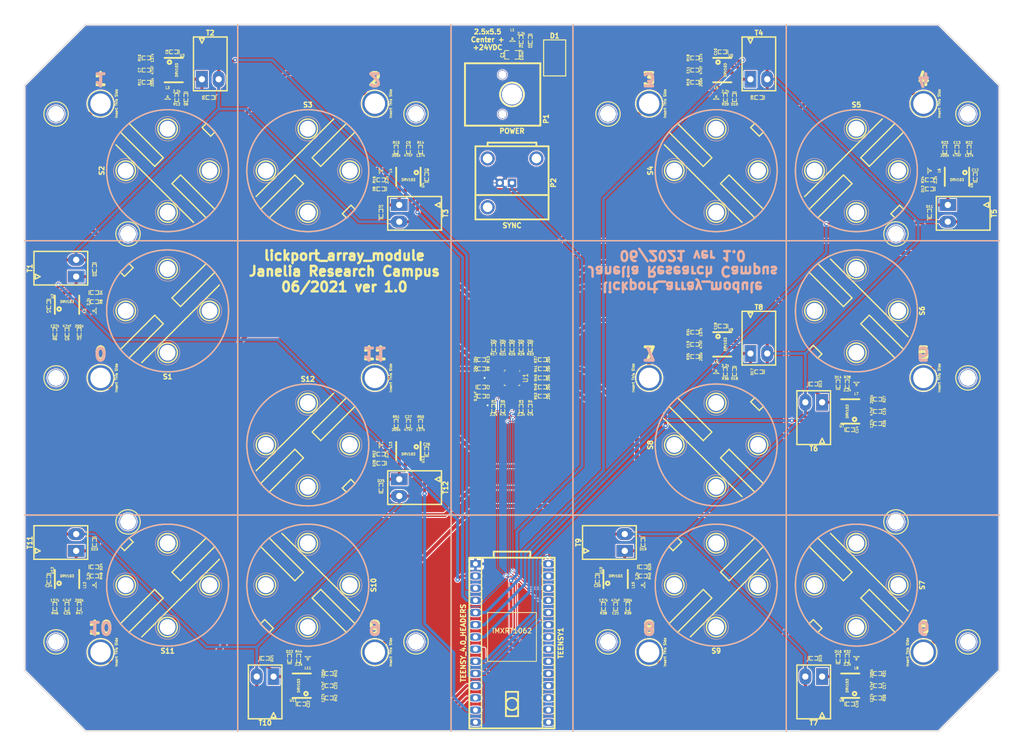
<source format=kicad_pcb>
(kicad_pcb (version 20171130) (host pcbnew 5.1.10-88a1d61d58~88~ubuntu20.10.1)
  (title_block (title lickport_array_module) (rev 1.0) (company Janelia))
  (layers (0 F.Cu signal) (31 B.Cu signal) (34 B.Paste user) (35 F.Paste user) (36 B.SilkS user) (37 F.SilkS user) (38 B.Mask user) (39 F.Mask user) (44 Edge.Cuts user))
  (net 0 "")
  (net 1 VCC)
  (net 2 GND)
  (net 3 VDD)
  (net 4 "Net-(C5-Pad1)")
  (net 5 "Net-(C7-Pad1)")
  (net 6 "Net-(C9-Pad1)")
  (net 7 "Net-(C11-Pad1)")
  (net 8 "Net-(C13-Pad1)")
  (net 9 "Net-(C15-Pad1)")
  (net 10 "Net-(C17-Pad1)")
  (net 11 "Net-(C19-Pad1)")
  (net 12 "Net-(C21-Pad1)")
  (net 13 "Net-(C23-Pad1)")
  (net 14 "Net-(C25-Pad1)")
  (net 15 "Net-(C27-Pad1)")
  (net 16 VAA)
  (net 17 "Net-(D2-Pad1)")
  (net 18 /lickport_interface_0/SH)
  (net 19 "Net-(D4-Pad1)")
  (net 20 /lickport_interface_1/SH)
  (net 21 "Net-(D6-Pad1)")
  (net 22 /lickport_interface_2/SH)
  (net 23 "Net-(D8-Pad1)")
  (net 24 /lickport_interface_3/SH)
  (net 25 "Net-(D10-Pad1)")
  (net 26 /lickport_interface_4/SH)
  (net 27 "Net-(D12-Pad1)")
  (net 28 /lickport_interface_5/SH)
  (net 29 "Net-(D14-Pad1)")
  (net 30 /lickport_interface_6/SH)
  (net 31 "Net-(D16-Pad1)")
  (net 32 /lickport_interface_7/SH)
  (net 33 "Net-(D18-Pad1)")
  (net 34 /lickport_interface_8/SH)
  (net 35 "Net-(D20-Pad1)")
  (net 36 /lickport_interface_9/SH)
  (net 37 "Net-(D22-Pad1)")
  (net 38 /lickport_interface_10/SH)
  (net 39 "Net-(D24-Pad1)")
  (net 40 /lickport_interface_11/SH)
  (net 41 "Net-(D26-Pad1)")
  (net 42 "Net-(L1-Pad1)")
  (net 43 "Net-(L2-Pad1)")
  (net 44 "Net-(L3-Pad1)")
  (net 45 "Net-(L4-Pad1)")
  (net 46 "Net-(L5-Pad1)")
  (net 47 "Net-(L6-Pad1)")
  (net 48 "Net-(L7-Pad1)")
  (net 49 "Net-(L8-Pad1)")
  (net 50 "Net-(L9-Pad1)")
  (net 51 "Net-(L10-Pad1)")
  (net 52 "Net-(L11-Pad1)")
  (net 53 "Net-(L12-Pad1)")
  (net 54 "Net-(L13-Pad1)")
  (net 55 /SYNC)
  (net 56 /SDA)
  (net 57 /SCL)
  (net 58 /~CHANGE)
  (net 59 "Net-(R6-Pad1)")
  (net 60 "Net-(R7-Pad1)")
  (net 61 /TOUCH_0)
  (net 62 "Net-(R10-Pad1)")
  (net 63 "Net-(R11-Pad1)")
  (net 64 /TOUCH_1)
  (net 65 "Net-(R14-Pad1)")
  (net 66 "Net-(R15-Pad1)")
  (net 67 /TOUCH_2)
  (net 68 "Net-(R18-Pad1)")
  (net 69 "Net-(R19-Pad1)")
  (net 70 /TOUCH_3)
  (net 71 "Net-(R22-Pad1)")
  (net 72 "Net-(R23-Pad1)")
  (net 73 /TOUCH_4)
  (net 74 "Net-(R26-Pad1)")
  (net 75 "Net-(R27-Pad1)")
  (net 76 /TOUCH_5)
  (net 77 "Net-(R30-Pad1)")
  (net 78 "Net-(R31-Pad1)")
  (net 79 /TOUCH_6)
  (net 80 "Net-(R34-Pad1)")
  (net 81 "Net-(R35-Pad1)")
  (net 82 /TOUCH_7)
  (net 83 "Net-(R38-Pad1)")
  (net 84 "Net-(R39-Pad1)")
  (net 85 /TOUCH_8)
  (net 86 "Net-(R42-Pad1)")
  (net 87 "Net-(R43-Pad1)")
  (net 88 /TOUCH_9)
  (net 89 "Net-(R46-Pad1)")
  (net 90 "Net-(R47-Pad1)")
  (net 91 /TOUCH_10)
  (net 92 "Net-(R50-Pad1)")
  (net 93 "Net-(R51-Pad1)")
  (net 94 /TOUCH_11)
  (net 95 /SOLENOID_0)
  (net 96 /SOLENOID_1)
  (net 97 /SOLENOID_2)
  (net 98 /SOLENOID_3)
  (net 99 /SOLENOID_4)
  (net 100 /SOLENOID_5)
  (net 101 /SOLENOID_6)
  (net 102 /SOLENOID_8)
  (net 103 /SOLENOID_7)
  (net 104 /SOLENOID_10)
  (net 105 /SOLENOID_11)
  (net 106 /SOLENOID_9)
  (net 107 /lickport_interface_0/SENSE)
  (net 108 /lickport_interface_1/SENSE)
  (net 109 /lickport_interface_2/SENSE)
  (net 110 /lickport_interface_3/SENSE)
  (net 111 /lickport_interface_4/SENSE)
  (net 112 /lickport_interface_5/SENSE)
  (net 113 /lickport_interface_6/SENSE)
  (net 114 /lickport_interface_7/SENSE)
  (net 115 /lickport_interface_8/SENSE)
  (net 116 /lickport_interface_9/SENSE)
  (net 117 /lickport_interface_10/SENSE)
  (net 118 /lickport_interface_11/SENSE)
  (net 119 /RESET)
  (module lickport_array_module:DCJACK_3PIN_SMD_VERT (layer F.Cu) (at 139.7 29.845 270)
    (fp_text reference P1 (at 5.08 -7.112 270) (layer F.SilkS) (effects (font (size 1.016 1.016) (thickness 0.254))))
    (fp_text value PWR_JACK_2.5x5.5_SMD_VERT)
    (pad 3 smd rect (at 2.375 11.3 270) (size 3.75 5) (layers F.Cu F.Paste F.Mask))
    (pad 2 smd rect (at -2.375 11.3 270) (size 3.75 5) (layers F.Cu F.Paste F.Mask) (net 2 GND))
    (pad 1 smd rect (at 0 -7.6 270) (size 5 5.2) (layers F.Cu F.Paste F.Mask) (net 16 VAA))
    (pad "" thru_hole circle (at 4.1 2 270) (size 1.9 1.9) (drill 1.7) (layers *.Cu *.Mask))
    (pad "" thru_hole circle (at -4.1 2 270) (size 1.9 1.9) (drill 1.7) (layers *.Cu *.Mask))
    (pad "" thru_hole circle (at 0 0 270) (size 4.5 4.5) (drill 4.2) (layers *.Cu *.Mask))
  )
  (module lickport_interface:CLIPPARD_NPV2-1C-23-24 (layer F.Cu) (at 67.945 74.93 180)
    (fp_text reference S1 (at 0 -13.716 180) (layer F.SilkS) (effects (font (size 1.016 1.016) (thickness 0.254))))
    (fp_text value CLIPPARD-NPV2-1C-23-24 hide)
    (pad "" thru_hole circle (at 0 -8.728809 135) (size 3.81 3.81) (drill 3.302) (layers *.Cu *.Mask))
    (pad "" thru_hole circle (at 8.728809 0 135) (size 3.81 3.81) (drill 3.302) (layers *.Cu *.Mask))
    (pad "" thru_hole circle (at 0 8.728809 135) (size 3.81 3.81) (drill 3.302) (layers *.Cu *.Mask))
    (pad "" thru_hole circle (at -8.728809 0 135) (size 3.81 3.81) (drill 3.302) (layers *.Cu *.Mask))
  )
  (module lickport_interface:CLIPPARD_NPV2-1C-23-24 (layer F.Cu) (at 67.945 45.72 90)
    (fp_text reference S2 (at 0 -13.716 270) (layer F.SilkS) (effects (font (size 1.016 1.016) (thickness 0.254))))
    (fp_text value CLIPPARD-NPV2-1C-23-24 hide)
    (pad "" thru_hole circle (at 0 -8.728809 45) (size 3.81 3.81) (drill 3.302) (layers *.Cu *.Mask))
    (pad "" thru_hole circle (at 8.728809 0 45) (size 3.81 3.81) (drill 3.302) (layers *.Cu *.Mask))
    (pad "" thru_hole circle (at 0 8.728809 45) (size 3.81 3.81) (drill 3.302) (layers *.Cu *.Mask))
    (pad "" thru_hole circle (at -8.728809 0 45) (size 3.81 3.81) (drill 3.302) (layers *.Cu *.Mask))
  )
  (module lickport_interface:CLIPPARD_NPV2-1C-23-24 (layer F.Cu) (at 97.155 45.72)
    (fp_text reference S3 (at 0 -13.716 180) (layer F.SilkS) (effects (font (size 1.016 1.016) (thickness 0.254))))
    (fp_text value CLIPPARD-NPV2-1C-23-24 hide)
    (pad "" thru_hole circle (at 0 -8.728809 315) (size 3.81 3.81) (drill 3.302) (layers *.Cu *.Mask))
    (pad "" thru_hole circle (at 8.728809 0 315) (size 3.81 3.81) (drill 3.302) (layers *.Cu *.Mask))
    (pad "" thru_hole circle (at 0 8.728809 315) (size 3.81 3.81) (drill 3.302) (layers *.Cu *.Mask))
    (pad "" thru_hole circle (at -8.728809 0 315) (size 3.81 3.81) (drill 3.302) (layers *.Cu *.Mask))
  )
  (module lickport_interface:CLIPPARD_NPV2-1C-23-24 (layer F.Cu) (at 182.245 45.72 90)
    (fp_text reference S4 (at 0 -13.716 270) (layer F.SilkS) (effects (font (size 1.016 1.016) (thickness 0.254))))
    (fp_text value CLIPPARD-NPV2-1C-23-24 hide)
    (pad "" thru_hole circle (at 0 -8.728809 45) (size 3.81 3.81) (drill 3.302) (layers *.Cu *.Mask))
    (pad "" thru_hole circle (at 8.728809 0 45) (size 3.81 3.81) (drill 3.302) (layers *.Cu *.Mask))
    (pad "" thru_hole circle (at 0 8.728809 45) (size 3.81 3.81) (drill 3.302) (layers *.Cu *.Mask))
    (pad "" thru_hole circle (at -8.728809 0 45) (size 3.81 3.81) (drill 3.302) (layers *.Cu *.Mask))
  )
  (module lickport_interface:CLIPPARD_NPV2-1C-23-24 (layer F.Cu) (at 211.455 45.72)
    (fp_text reference S5 (at 0 -13.716 180) (layer F.SilkS) (effects (font (size 1.016 1.016) (thickness 0.254))))
    (fp_text value CLIPPARD-NPV2-1C-23-24 hide)
    (pad "" thru_hole circle (at 0 -8.728809 315) (size 3.81 3.81) (drill 3.302) (layers *.Cu *.Mask))
    (pad "" thru_hole circle (at 8.728809 0 315) (size 3.81 3.81) (drill 3.302) (layers *.Cu *.Mask))
    (pad "" thru_hole circle (at 0 8.728809 315) (size 3.81 3.81) (drill 3.302) (layers *.Cu *.Mask))
    (pad "" thru_hole circle (at -8.728809 0 315) (size 3.81 3.81) (drill 3.302) (layers *.Cu *.Mask))
  )
  (module lickport_interface:CLIPPARD_NPV2-1C-23-24 (layer F.Cu) (at 211.455 74.93 270)
    (fp_text reference S6 (at 0 -13.716 270) (layer F.SilkS) (effects (font (size 1.016 1.016) (thickness 0.254))))
    (fp_text value CLIPPARD-NPV2-1C-23-24 hide)
    (pad "" thru_hole circle (at 0 -8.728809 225) (size 3.81 3.81) (drill 3.302) (layers *.Cu *.Mask))
    (pad "" thru_hole circle (at 8.728809 0 225) (size 3.81 3.81) (drill 3.302) (layers *.Cu *.Mask))
    (pad "" thru_hole circle (at 0 8.728809 225) (size 3.81 3.81) (drill 3.302) (layers *.Cu *.Mask))
    (pad "" thru_hole circle (at -8.728809 0 225) (size 3.81 3.81) (drill 3.302) (layers *.Cu *.Mask))
  )
  (module lickport_interface:CLIPPARD_NPV2-1C-23-24 (layer F.Cu) (at 211.455 132.08 270)
    (fp_text reference S7 (at 0 -13.716 270) (layer F.SilkS) (effects (font (size 1.016 1.016) (thickness 0.254))))
    (fp_text value CLIPPARD-NPV2-1C-23-24 hide)
    (pad "" thru_hole circle (at 0 -8.728809 225) (size 3.81 3.81) (drill 3.302) (layers *.Cu *.Mask))
    (pad "" thru_hole circle (at 8.728809 0 225) (size 3.81 3.81) (drill 3.302) (layers *.Cu *.Mask))
    (pad "" thru_hole circle (at 0 8.728809 225) (size 3.81 3.81) (drill 3.302) (layers *.Cu *.Mask))
    (pad "" thru_hole circle (at -8.728809 0 225) (size 3.81 3.81) (drill 3.302) (layers *.Cu *.Mask))
  )
  (module lickport_interface:CLIPPARD_NPV2-1C-23-24 (layer F.Cu) (at 182.245 102.87 90)
    (fp_text reference S8 (at 0 -13.716 270) (layer F.SilkS) (effects (font (size 1.016 1.016) (thickness 0.254))))
    (fp_text value CLIPPARD-NPV2-1C-23-24 hide)
    (pad "" thru_hole circle (at 0 -8.728809 45) (size 3.81 3.81) (drill 3.302) (layers *.Cu *.Mask))
    (pad "" thru_hole circle (at 8.728809 0 45) (size 3.81 3.81) (drill 3.302) (layers *.Cu *.Mask))
    (pad "" thru_hole circle (at 0 8.728809 45) (size 3.81 3.81) (drill 3.302) (layers *.Cu *.Mask))
    (pad "" thru_hole circle (at -8.728809 0 45) (size 3.81 3.81) (drill 3.302) (layers *.Cu *.Mask))
  )
  (module lickport_interface:CLIPPARD_NPV2-1C-23-24 (layer F.Cu) (at 182.245 132.08 180)
    (fp_text reference S9 (at 0 -13.716 180) (layer F.SilkS) (effects (font (size 1.016 1.016) (thickness 0.254))))
    (fp_text value CLIPPARD-NPV2-1C-23-24 hide)
    (pad "" thru_hole circle (at 0 -8.728809 135) (size 3.81 3.81) (drill 3.302) (layers *.Cu *.Mask))
    (pad "" thru_hole circle (at 8.728809 0 135) (size 3.81 3.81) (drill 3.302) (layers *.Cu *.Mask))
    (pad "" thru_hole circle (at 0 8.728809 135) (size 3.81 3.81) (drill 3.302) (layers *.Cu *.Mask))
    (pad "" thru_hole circle (at -8.728809 0 135) (size 3.81 3.81) (drill 3.302) (layers *.Cu *.Mask))
  )
  (module lickport_interface:CLIPPARD_NPV2-1C-23-24 (layer F.Cu) (at 97.155 132.08 270)
    (fp_text reference S10 (at 0 -13.716 270) (layer F.SilkS) (effects (font (size 1.016 1.016) (thickness 0.254))))
    (fp_text value CLIPPARD-NPV2-1C-23-24 hide)
    (pad "" thru_hole circle (at 0 -8.728809 225) (size 3.81 3.81) (drill 3.302) (layers *.Cu *.Mask))
    (pad "" thru_hole circle (at 8.728809 0 225) (size 3.81 3.81) (drill 3.302) (layers *.Cu *.Mask))
    (pad "" thru_hole circle (at 0 8.728809 225) (size 3.81 3.81) (drill 3.302) (layers *.Cu *.Mask))
    (pad "" thru_hole circle (at -8.728809 0 225) (size 3.81 3.81) (drill 3.302) (layers *.Cu *.Mask))
  )
  (module lickport_interface:CLIPPARD_NPV2-1C-23-24 (layer F.Cu) (at 67.945 132.08 180)
    (fp_text reference S11 (at 0 -13.716 180) (layer F.SilkS) (effects (font (size 1.016 1.016) (thickness 0.254))))
    (fp_text value CLIPPARD-NPV2-1C-23-24 hide)
    (pad "" thru_hole circle (at 0 -8.728809 135) (size 3.81 3.81) (drill 3.302) (layers *.Cu *.Mask))
    (pad "" thru_hole circle (at 8.728809 0 135) (size 3.81 3.81) (drill 3.302) (layers *.Cu *.Mask))
    (pad "" thru_hole circle (at 0 8.728809 135) (size 3.81 3.81) (drill 3.302) (layers *.Cu *.Mask))
    (pad "" thru_hole circle (at -8.728809 0 135) (size 3.81 3.81) (drill 3.302) (layers *.Cu *.Mask))
  )
  (module lickport_interface:CLIPPARD_NPV2-1C-23-24 (layer F.Cu) (at 97.155 102.87)
    (fp_text reference S12 (at 0 -13.716 180) (layer F.SilkS) (effects (font (size 1.016 1.016) (thickness 0.254))))
    (fp_text value CLIPPARD-NPV2-1C-23-24 hide)
    (pad "" thru_hole circle (at 0 -8.728809 315) (size 3.81 3.81) (drill 3.302) (layers *.Cu *.Mask))
    (pad "" thru_hole circle (at 8.728809 0 315) (size 3.81 3.81) (drill 3.302) (layers *.Cu *.Mask))
    (pad "" thru_hole circle (at 0 8.728809 315) (size 3.81 3.81) (drill 3.302) (layers *.Cu *.Mask))
    (pad "" thru_hole circle (at -8.728809 0 315) (size 3.81 3.81) (drill 3.302) (layers *.Cu *.Mask))
  )
  (module lickport_array_module:TEENSY_4.0_HEADERS (layer F.Cu) (at 139.7 144.145)
    (fp_text reference TEENSY1 (at 10.16 0 90) (layer F.SilkS) (effects (font (size 1.016 1.016) (thickness 0.254))))
    (fp_text value TEENSY_4.0_HEADERS (at -10.16 0 90) (layer F.SilkS) (effects (font (size 1.016 1.016) (thickness 0.254))))
    (fp_text user iMXRT1062 (at 0 -2.54) (layer F.SilkS) (effects (font (size 1.016 1.016) (thickness 0.1778))))
    (pad V_IN thru_hole oval (at 7.62 -16.51) (size 2.54 1.524) (drill 1.016) (layers *.Cu *.Mask))
    (pad "" thru_hole oval (at 7.62 -13.97) (size 2.54 1.524) (drill 1.016) (layers *.Cu *.Mask))
    (pad 3V3 thru_hole oval (at 7.62 -11.43) (size 2.54 1.524) (drill 1.016) (layers *.Cu *.Mask) (net 3 VDD))
    (pad 23 thru_hole oval (at 7.62 -8.89) (size 2.54 1.524) (drill 1.016) (layers *.Cu *.Mask))
    (pad 22 thru_hole oval (at 7.62 -6.35) (size 2.54 1.524) (drill 1.016) (layers *.Cu *.Mask))
    (pad 21 thru_hole oval (at 7.62 -3.81) (size 2.54 1.524) (drill 1.016) (layers *.Cu *.Mask))
    (pad 20 thru_hole oval (at 7.62 -1.27) (size 2.54 1.524) (drill 1.016) (layers *.Cu *.Mask))
    (pad 19 thru_hole oval (at 7.62 1.27) (size 2.54 1.524) (drill 1.016) (layers *.Cu *.Mask) (net 57 /SCL))
    (pad 18 thru_hole oval (at 7.62 3.81) (size 2.54 1.524) (drill 1.016) (layers *.Cu *.Mask) (net 56 /SDA))
    (pad 17 thru_hole oval (at 7.62 6.35) (size 2.54 1.524) (drill 1.016) (layers *.Cu *.Mask))
    (pad 16 thru_hole oval (at 7.62 8.89) (size 2.54 1.524) (drill 1.016) (layers *.Cu *.Mask))
    (pad 15 thru_hole oval (at 7.62 11.43) (size 2.54 1.524) (drill 1.016) (layers *.Cu *.Mask))
    (pad 14 thru_hole oval (at 7.62 13.97) (size 2.54 1.524) (drill 1.016) (layers *.Cu *.Mask) (net 55 /SYNC))
    (pad 13 thru_hole oval (at 7.62 16.51) (size 2.54 1.524) (drill 1.016) (layers *.Cu *.Mask))
    (pad 12 thru_hole oval (at -7.62 16.51) (size 2.54 1.524) (drill 1.016) (layers *.Cu *.Mask) (net 58 /~CHANGE))
    (pad 11 thru_hole oval (at -7.62 13.97) (size 2.54 1.524) (drill 1.016) (layers *.Cu *.Mask) (net 105 /SOLENOID_11))
    (pad 10 thru_hole oval (at -7.62 11.43) (size 2.54 1.524) (drill 1.016) (layers *.Cu *.Mask) (net 104 /SOLENOID_10))
    (pad 9 thru_hole oval (at -7.62 8.89) (size 2.54 1.524) (drill 1.016) (layers *.Cu *.Mask) (net 106 /SOLENOID_9))
    (pad 8 thru_hole oval (at -7.62 6.35) (size 2.54 1.524) (drill 1.016) (layers *.Cu *.Mask) (net 102 /SOLENOID_8))
    (pad 7 thru_hole oval (at -7.62 3.81) (size 2.54 1.524) (drill 1.016) (layers *.Cu *.Mask) (net 103 /SOLENOID_7))
    (pad 6 thru_hole oval (at -7.62 1.27) (size 2.54 1.524) (drill 1.016) (layers *.Cu *.Mask) (net 101 /SOLENOID_6))
    (pad 5 thru_hole oval (at -7.62 -1.27) (size 2.54 1.524) (drill 1.016) (layers *.Cu *.Mask) (net 100 /SOLENOID_5))
    (pad 4 thru_hole oval (at -7.62 -3.81) (size 2.54 1.524) (drill 1.016) (layers *.Cu *.Mask) (net 99 /SOLENOID_4))
    (pad 3 thru_hole oval (at -7.62 -6.35) (size 2.54 1.524) (drill 1.016) (layers *.Cu *.Mask) (net 98 /SOLENOID_3))
    (pad 2 thru_hole oval (at -7.62 -8.89) (size 2.54 1.524) (drill 1.016) (layers *.Cu *.Mask) (net 97 /SOLENOID_2))
    (pad 1 thru_hole oval (at -7.62 -11.43) (size 2.54 1.524) (drill 1.016) (layers *.Cu *.Mask) (net 96 /SOLENOID_1))
    (pad 0 thru_hole oval (at -7.62 -13.97) (size 2.54 1.524) (drill 1.016) (layers *.Cu *.Mask) (net 95 /SOLENOID_0))
    (pad GND thru_hole rect (at -7.62 -16.51) (size 2.54 1.524) (drill 1.016) (layers *.Cu *.Mask) (net 2 GND))
  )
  (module lickport_array_module:BNC (layer F.Cu) (at 139.7 43.18)
    (fp_text reference P2 (at 8.636 5.08 90) (layer F.SilkS) (effects (font (size 1.016 1.016) (thickness 0.254))))
    (fp_text value BNC hide)
    (pad "" thru_hole circle (at -5.08 10.16) (size 3 3) (drill 2) (layers *.Cu *.Mask))
    (pad 2 thru_hole circle (at -2.54 5.08) (size 1.75 1.75) (drill 0.9) (layers *.Cu *.Mask) (net 2 GND))
    (pad 1 thru_hole rect (at 0 5.08) (size 1.75 1.75) (drill 0.9) (layers *.Cu *.Mask) (net 55 /SYNC))
    (pad "" thru_hole circle (at 5.08 0) (size 3 3) (drill 2) (layers *.Cu *.Mask))
    (pad "" thru_hole circle (at -5.08 0) (size 3 3) (drill 2) (layers *.Cu *.Mask))
  )
  (module lickport_interface:TERM_BLK_ANG_2_PIN_3.5MM_PITCH (layer F.Cu) (at 48.895 66.04 90)
    (fp_text reference T1 (at 0 -9.652 90) (layer F.SilkS) (effects (font (size 1.016 1.016) (thickness 0.254))))
    (fp_text value TERM_BLK_ANG_2_PIN_3.5MM_PITCH hide)
    (pad 2 thru_hole oval (at 1.75 0 90) (size 2.5 3.5) (drill 1.3) (layers *.Cu *.Mask) (net 1 VCC))
    (pad 1 thru_hole rect (at -1.75 0 90) (size 2.5 3.5) (drill 1.3) (layers *.Cu *.Mask) (net 18 /lickport_interface_0/SH))
  )
  (module lickport_interface:TERM_BLK_ANG_2_PIN_3.5MM_PITCH (layer F.Cu) (at 76.835 26.67)
    (fp_text reference T2 (at 0 -9.652) (layer F.SilkS) (effects (font (size 1.016 1.016) (thickness 0.254))))
    (fp_text value TERM_BLK_ANG_2_PIN_3.5MM_PITCH hide)
    (pad 2 thru_hole oval (at 1.75 0) (size 2.5 3.5) (drill 1.3) (layers *.Cu *.Mask) (net 1 VCC))
    (pad 1 thru_hole rect (at -1.75 0) (size 2.5 3.5) (drill 1.3) (layers *.Cu *.Mask) (net 20 /lickport_interface_1/SH))
  )
  (module lickport_interface:TERM_BLK_ANG_2_PIN_3.5MM_PITCH (layer F.Cu) (at 116.205 54.61 270)
    (fp_text reference T3 (at 0 -9.652 90) (layer F.SilkS) (effects (font (size 1.016 1.016) (thickness 0.254))))
    (fp_text value TERM_BLK_ANG_2_PIN_3.5MM_PITCH hide)
    (pad 2 thru_hole oval (at 1.75 0 270) (size 2.5 3.5) (drill 1.3) (layers *.Cu *.Mask) (net 1 VCC))
    (pad 1 thru_hole rect (at -1.75 0 270) (size 2.5 3.5) (drill 1.3) (layers *.Cu *.Mask) (net 22 /lickport_interface_2/SH))
  )
  (module lickport_interface:TERM_BLK_ANG_2_PIN_3.5MM_PITCH (layer F.Cu) (at 191.135 26.67)
    (fp_text reference T4 (at 0 -9.652) (layer F.SilkS) (effects (font (size 1.016 1.016) (thickness 0.254))))
    (fp_text value TERM_BLK_ANG_2_PIN_3.5MM_PITCH hide)
    (pad 2 thru_hole oval (at 1.75 0) (size 2.5 3.5) (drill 1.3) (layers *.Cu *.Mask) (net 1 VCC))
    (pad 1 thru_hole rect (at -1.75 0) (size 2.5 3.5) (drill 1.3) (layers *.Cu *.Mask) (net 24 /lickport_interface_3/SH))
  )
  (module lickport_interface:TERM_BLK_ANG_2_PIN_3.5MM_PITCH (layer F.Cu) (at 230.505 54.61 270)
    (fp_text reference T5 (at 0 -9.652 90) (layer F.SilkS) (effects (font (size 1.016 1.016) (thickness 0.254))))
    (fp_text value TERM_BLK_ANG_2_PIN_3.5MM_PITCH hide)
    (pad 2 thru_hole oval (at 1.75 0 270) (size 2.5 3.5) (drill 1.3) (layers *.Cu *.Mask) (net 1 VCC))
    (pad 1 thru_hole rect (at -1.75 0 270) (size 2.5 3.5) (drill 1.3) (layers *.Cu *.Mask) (net 26 /lickport_interface_4/SH))
  )
  (module lickport_interface:TERM_BLK_ANG_2_PIN_3.5MM_PITCH (layer F.Cu) (at 202.565 93.98 180)
    (fp_text reference T6 (at 0 -9.652) (layer F.SilkS) (effects (font (size 1.016 1.016) (thickness 0.254))))
    (fp_text value TERM_BLK_ANG_2_PIN_3.5MM_PITCH hide)
    (pad 2 thru_hole oval (at 1.75 0 180) (size 2.5 3.5) (drill 1.3) (layers *.Cu *.Mask) (net 1 VCC))
    (pad 1 thru_hole rect (at -1.75 0 180) (size 2.5 3.5) (drill 1.3) (layers *.Cu *.Mask) (net 28 /lickport_interface_5/SH))
  )
  (module lickport_interface:TERM_BLK_ANG_2_PIN_3.5MM_PITCH (layer F.Cu) (at 202.565 151.13 180)
    (fp_text reference T7 (at 0 -9.652) (layer F.SilkS) (effects (font (size 1.016 1.016) (thickness 0.254))))
    (fp_text value TERM_BLK_ANG_2_PIN_3.5MM_PITCH hide)
    (pad 2 thru_hole oval (at 1.75 0 180) (size 2.5 3.5) (drill 1.3) (layers *.Cu *.Mask) (net 1 VCC))
    (pad 1 thru_hole rect (at -1.75 0 180) (size 2.5 3.5) (drill 1.3) (layers *.Cu *.Mask) (net 30 /lickport_interface_6/SH))
  )
  (module lickport_interface:TERM_BLK_ANG_2_PIN_3.5MM_PITCH (layer F.Cu) (at 191.135 83.82)
    (fp_text reference T8 (at 0 -9.652) (layer F.SilkS) (effects (font (size 1.016 1.016) (thickness 0.254))))
    (fp_text value TERM_BLK_ANG_2_PIN_3.5MM_PITCH hide)
    (pad 2 thru_hole oval (at 1.75 0) (size 2.5 3.5) (drill 1.3) (layers *.Cu *.Mask) (net 1 VCC))
    (pad 1 thru_hole rect (at -1.75 0) (size 2.5 3.5) (drill 1.3) (layers *.Cu *.Mask) (net 32 /lickport_interface_7/SH))
  )
  (module lickport_interface:TERM_BLK_ANG_2_PIN_3.5MM_PITCH (layer F.Cu) (at 163.195 123.19 90)
    (fp_text reference T9 (at 0 -9.652 90) (layer F.SilkS) (effects (font (size 1.016 1.016) (thickness 0.254))))
    (fp_text value TERM_BLK_ANG_2_PIN_3.5MM_PITCH hide)
    (pad 2 thru_hole oval (at 1.75 0 90) (size 2.5 3.5) (drill 1.3) (layers *.Cu *.Mask) (net 1 VCC))
    (pad 1 thru_hole rect (at -1.75 0 90) (size 2.5 3.5) (drill 1.3) (layers *.Cu *.Mask) (net 34 /lickport_interface_8/SH))
  )
  (module lickport_interface:TERM_BLK_ANG_2_PIN_3.5MM_PITCH (layer F.Cu) (at 88.265 151.13 180)
    (fp_text reference T10 (at 0 -9.652) (layer F.SilkS) (effects (font (size 1.016 1.016) (thickness 0.254))))
    (fp_text value TERM_BLK_ANG_2_PIN_3.5MM_PITCH hide)
    (pad 2 thru_hole oval (at 1.75 0 180) (size 2.5 3.5) (drill 1.3) (layers *.Cu *.Mask) (net 1 VCC))
    (pad 1 thru_hole rect (at -1.75 0 180) (size 2.5 3.5) (drill 1.3) (layers *.Cu *.Mask) (net 36 /lickport_interface_9/SH))
  )
  (module lickport_interface:TERM_BLK_ANG_2_PIN_3.5MM_PITCH (layer F.Cu) (at 48.895 123.19 90)
    (fp_text reference T11 (at 0 -9.652 90) (layer F.SilkS) (effects (font (size 1.016 1.016) (thickness 0.254))))
    (fp_text value TERM_BLK_ANG_2_PIN_3.5MM_PITCH hide)
    (pad 2 thru_hole oval (at 1.75 0 90) (size 2.5 3.5) (drill 1.3) (layers *.Cu *.Mask) (net 1 VCC))
    (pad 1 thru_hole rect (at -1.75 0 90) (size 2.5 3.5) (drill 1.3) (layers *.Cu *.Mask) (net 38 /lickport_interface_10/SH))
  )
  (module lickport_interface:TERM_BLK_ANG_2_PIN_3.5MM_PITCH (layer F.Cu) (at 116.205 111.76 270)
    (fp_text reference T12 (at 0 -9.652 90) (layer F.SilkS) (effects (font (size 1.016 1.016) (thickness 0.254))))
    (fp_text value TERM_BLK_ANG_2_PIN_3.5MM_PITCH hide)
    (pad 2 thru_hole oval (at 1.75 0 270) (size 2.5 3.5) (drill 1.3) (layers *.Cu *.Mask) (net 1 VCC))
    (pad 1 thru_hole rect (at -1.75 0 270) (size 2.5 3.5) (drill 1.3) (layers *.Cu *.Mask) (net 40 /lickport_interface_11/SH))
  )
  (module lickport_array_module:SM0805 (layer F.Cu) (at 139.7 21.59 270)
    (fp_text reference C1 (at 0 2.032 270) (layer F.SilkS) (effects (font (size 0.635 0.635) (thickness 0.15875))))
    (fp_text value 10uF (at 0 -2.032 90) (layer F.SilkS) (effects (font (size 0.635 0.635) (thickness 0.15875))))
    (pad 1 smd rect (at 0 -1.0414 180) (size 0.7874 1.6002) (layers F.Cu F.Paste F.Mask) (net 1 VCC))
    (pad 2 smd rect (at 0 1.0414 180) (size 0.7874 1.6002) (layers F.Cu F.Paste F.Mask) (net 2 GND))
  )
  (module lickport_array_module:SM0402_POL (layer F.Cu) (at 133.35 90.805 90)
    (fp_text reference C2 (at 0 1.397 270) (layer F.SilkS) (effects (font (size 0.508 0.508) (thickness 0.127))))
    (fp_text value 1uF hide)
    (pad 2 smd rect (at 0 0.5) (size 0.6 0.7) (layers F.Cu F.Paste F.Mask) (net 2 GND))
    (pad 1 smd rect (at 0 -0.5) (size 0.6 0.7) (layers F.Cu F.Paste F.Mask) (net 3 VDD))
  )
  (module lickport_interface:SM0402 (layer F.Cu) (at 133.35 92.71 90)
    (fp_text reference C3 (at 0 1.397 270) (layer F.SilkS) (effects (font (size 0.508 0.508) (thickness 0.127))))
    (fp_text value 0.1uF (at 0 -1.27 270) (layer F.SilkS) (effects (font (size 0.508 0.508) (thickness 0.127))))
    (pad 2 smd rect (at 0 0.5) (size 0.6 0.7) (layers F.Cu F.Paste F.Mask) (net 2 GND))
    (pad 1 smd rect (at 0 -0.5) (size 0.6 0.7) (layers F.Cu F.Paste F.Mask) (net 3 VDD))
  )
  (module lickport_interface:SM0402_POL (layer F.Cu) (at 43.18 73.66)
    (fp_text reference C4 (at 0 1.397 180) (layer F.SilkS) (effects (font (size 0.508 0.508) (thickness 0.127))))
    (fp_text value 1uF)
    (pad 2 smd rect (at 0 0.5 270) (size 0.6 0.7) (layers F.Cu F.Paste F.Mask) (net 2 GND))
    (pad 1 smd rect (at 0 -0.5 270) (size 0.6 0.7) (layers F.Cu F.Paste F.Mask) (net 1 VCC))
  )
  (module lickport_interface:SM0402 (layer F.Cu) (at 46.99 79.375)
    (fp_text reference C5 (at 0 1.397 180) (layer F.SilkS) (effects (font (size 0.508 0.508) (thickness 0.127))))
    (fp_text value 47nF (at 0 -1.27 180) (layer F.SilkS) (effects (font (size 0.508 0.508) (thickness 0.127))))
    (pad 2 smd rect (at 0 0.5 270) (size 0.6 0.7) (layers F.Cu F.Paste F.Mask) (net 2 GND))
    (pad 1 smd rect (at 0 -0.5 270) (size 0.6 0.7) (layers F.Cu F.Paste F.Mask) (net 4 "Net-(C5-Pad1)"))
  )
  (module lickport_interface:SM0402_POL (layer F.Cu) (at 69.215 20.955 270)
    (fp_text reference C6 (at 0 1.397 270) (layer F.SilkS) (effects (font (size 0.508 0.508) (thickness 0.127))))
    (fp_text value 1uF)
    (pad 1 smd rect (at 0 -0.5 180) (size 0.6 0.7) (layers F.Cu F.Paste F.Mask) (net 1 VCC))
    (pad 2 smd rect (at 0 0.5 180) (size 0.6 0.7) (layers F.Cu F.Paste F.Mask) (net 2 GND))
  )
  (module lickport_interface:SM0402 (layer F.Cu) (at 63.5 24.765 270)
    (fp_text reference C7 (at 0 1.397 270) (layer F.SilkS) (effects (font (size 0.508 0.508) (thickness 0.127))))
    (fp_text value 47nF (at 0 -1.27 270) (layer F.SilkS) (effects (font (size 0.508 0.508) (thickness 0.127))))
    (pad 2 smd rect (at 0 0.5 180) (size 0.6 0.7) (layers F.Cu F.Paste F.Mask) (net 2 GND))
    (pad 1 smd rect (at 0 -0.5 180) (size 0.6 0.7) (layers F.Cu F.Paste F.Mask) (net 5 "Net-(C7-Pad1)"))
  )
  (module lickport_interface:SM0402_POL (layer F.Cu) (at 121.92 46.99 180)
    (fp_text reference C8 (at 0 1.397 180) (layer F.SilkS) (effects (font (size 0.508 0.508) (thickness 0.127))))
    (fp_text value 1uF)
    (pad 1 smd rect (at 0 -0.5 90) (size 0.6 0.7) (layers F.Cu F.Paste F.Mask) (net 1 VCC))
    (pad 2 smd rect (at 0 0.5 90) (size 0.6 0.7) (layers F.Cu F.Paste F.Mask) (net 2 GND))
  )
  (module lickport_interface:SM0402 (layer F.Cu) (at 118.11 41.275 180)
    (fp_text reference C9 (at 0 1.397 180) (layer F.SilkS) (effects (font (size 0.508 0.508) (thickness 0.127))))
    (fp_text value 47nF (at 0 -1.27 180) (layer F.SilkS) (effects (font (size 0.508 0.508) (thickness 0.127))))
    (pad 2 smd rect (at 0 0.5 90) (size 0.6 0.7) (layers F.Cu F.Paste F.Mask) (net 2 GND))
    (pad 1 smd rect (at 0 -0.5 90) (size 0.6 0.7) (layers F.Cu F.Paste F.Mask) (net 6 "Net-(C9-Pad1)"))
  )
  (module lickport_interface:SM0402_POL (layer F.Cu) (at 183.515 20.955 270)
    (fp_text reference C10 (at 0 1.397 270) (layer F.SilkS) (effects (font (size 0.508 0.508) (thickness 0.127))))
    (fp_text value 1uF)
    (pad 2 smd rect (at 0 0.5 180) (size 0.6 0.7) (layers F.Cu F.Paste F.Mask) (net 2 GND))
    (pad 1 smd rect (at 0 -0.5 180) (size 0.6 0.7) (layers F.Cu F.Paste F.Mask) (net 1 VCC))
  )
  (module lickport_interface:SM0402 (layer F.Cu) (at 177.8 24.765 270)
    (fp_text reference C11 (at 0 1.397 270) (layer F.SilkS) (effects (font (size 0.508 0.508) (thickness 0.127))))
    (fp_text value 47nF (at 0 -1.27 270) (layer F.SilkS) (effects (font (size 0.508 0.508) (thickness 0.127))))
    (pad 1 smd rect (at 0 -0.5 180) (size 0.6 0.7) (layers F.Cu F.Paste F.Mask) (net 7 "Net-(C11-Pad1)"))
    (pad 2 smd rect (at 0 0.5 180) (size 0.6 0.7) (layers F.Cu F.Paste F.Mask) (net 2 GND))
  )
  (module lickport_interface:SM0402_POL (layer F.Cu) (at 236.22 46.99 180)
    (fp_text reference C12 (at 0 1.397 180) (layer F.SilkS) (effects (font (size 0.508 0.508) (thickness 0.127))))
    (fp_text value 1uF)
    (pad 2 smd rect (at 0 0.5 90) (size 0.6 0.7) (layers F.Cu F.Paste F.Mask) (net 2 GND))
    (pad 1 smd rect (at 0 -0.5 90) (size 0.6 0.7) (layers F.Cu F.Paste F.Mask) (net 1 VCC))
  )
  (module lickport_interface:SM0402 (layer F.Cu) (at 232.41 41.275 180)
    (fp_text reference C13 (at 0 1.397 180) (layer F.SilkS) (effects (font (size 0.508 0.508) (thickness 0.127))))
    (fp_text value 47nF (at 0 -1.27 180) (layer F.SilkS) (effects (font (size 0.508 0.508) (thickness 0.127))))
    (pad 1 smd rect (at 0 -0.5 90) (size 0.6 0.7) (layers F.Cu F.Paste F.Mask) (net 8 "Net-(C13-Pad1)"))
    (pad 2 smd rect (at 0 0.5 90) (size 0.6 0.7) (layers F.Cu F.Paste F.Mask) (net 2 GND))
  )
  (module lickport_interface:SM0402_POL (layer F.Cu) (at 210.185 99.695 90)
    (fp_text reference C14 (at 0 1.397 270) (layer F.SilkS) (effects (font (size 0.508 0.508) (thickness 0.127))))
    (fp_text value 1uF)
    (pad 1 smd rect (at 0 -0.5) (size 0.6 0.7) (layers F.Cu F.Paste F.Mask) (net 1 VCC))
    (pad 2 smd rect (at 0 0.5) (size 0.6 0.7) (layers F.Cu F.Paste F.Mask) (net 2 GND))
  )
  (module lickport_interface:SM0402 (layer F.Cu) (at 215.9 95.885 90)
    (fp_text reference C15 (at 0 1.397 270) (layer F.SilkS) (effects (font (size 0.508 0.508) (thickness 0.127))))
    (fp_text value 47nF (at 0 -1.27 270) (layer F.SilkS) (effects (font (size 0.508 0.508) (thickness 0.127))))
    (pad 2 smd rect (at 0 0.5) (size 0.6 0.7) (layers F.Cu F.Paste F.Mask) (net 2 GND))
    (pad 1 smd rect (at 0 -0.5) (size 0.6 0.7) (layers F.Cu F.Paste F.Mask) (net 9 "Net-(C15-Pad1)"))
  )
  (module lickport_interface:SM0402_POL (layer F.Cu) (at 210.185 156.845 90)
    (fp_text reference C16 (at 0 1.397 270) (layer F.SilkS) (effects (font (size 0.508 0.508) (thickness 0.127))))
    (fp_text value 1uF)
    (pad 2 smd rect (at 0 0.5) (size 0.6 0.7) (layers F.Cu F.Paste F.Mask) (net 2 GND))
    (pad 1 smd rect (at 0 -0.5) (size 0.6 0.7) (layers F.Cu F.Paste F.Mask) (net 1 VCC))
  )
  (module lickport_interface:SM0402 (layer F.Cu) (at 215.9 153.035 90)
    (fp_text reference C17 (at 0 1.397 270) (layer F.SilkS) (effects (font (size 0.508 0.508) (thickness 0.127))))
    (fp_text value 47nF (at 0 -1.27 270) (layer F.SilkS) (effects (font (size 0.508 0.508) (thickness 0.127))))
    (pad 1 smd rect (at 0 -0.5) (size 0.6 0.7) (layers F.Cu F.Paste F.Mask) (net 10 "Net-(C17-Pad1)"))
    (pad 2 smd rect (at 0 0.5) (size 0.6 0.7) (layers F.Cu F.Paste F.Mask) (net 2 GND))
  )
  (module lickport_interface:SM0402_POL (layer F.Cu) (at 183.515 78.105 270)
    (fp_text reference C18 (at 0 1.397 270) (layer F.SilkS) (effects (font (size 0.508 0.508) (thickness 0.127))))
    (fp_text value 1uF)
    (pad 1 smd rect (at 0 -0.5 180) (size 0.6 0.7) (layers F.Cu F.Paste F.Mask) (net 1 VCC))
    (pad 2 smd rect (at 0 0.5 180) (size 0.6 0.7) (layers F.Cu F.Paste F.Mask) (net 2 GND))
  )
  (module lickport_interface:SM0402 (layer F.Cu) (at 177.8 81.915 270)
    (fp_text reference C19 (at 0 1.397 270) (layer F.SilkS) (effects (font (size 0.508 0.508) (thickness 0.127))))
    (fp_text value 47nF (at 0 -1.27 270) (layer F.SilkS) (effects (font (size 0.508 0.508) (thickness 0.127))))
    (pad 1 smd rect (at 0 -0.5 180) (size 0.6 0.7) (layers F.Cu F.Paste F.Mask) (net 11 "Net-(C19-Pad1)"))
    (pad 2 smd rect (at 0 0.5 180) (size 0.6 0.7) (layers F.Cu F.Paste F.Mask) (net 2 GND))
  )
  (module lickport_interface:SM0402_POL (layer F.Cu) (at 157.48 130.81)
    (fp_text reference C20 (at 0 1.397 180) (layer F.SilkS) (effects (font (size 0.508 0.508) (thickness 0.127))))
    (fp_text value 1uF)
    (pad 2 smd rect (at 0 0.5 270) (size 0.6 0.7) (layers F.Cu F.Paste F.Mask) (net 2 GND))
    (pad 1 smd rect (at 0 -0.5 270) (size 0.6 0.7) (layers F.Cu F.Paste F.Mask) (net 1 VCC))
  )
  (module lickport_interface:SM0402 (layer F.Cu) (at 161.29 136.525)
    (fp_text reference C21 (at 0 1.397 180) (layer F.SilkS) (effects (font (size 0.508 0.508) (thickness 0.127))))
    (fp_text value 47nF (at 0 -1.27 180) (layer F.SilkS) (effects (font (size 0.508 0.508) (thickness 0.127))))
    (pad 1 smd rect (at 0 -0.5 270) (size 0.6 0.7) (layers F.Cu F.Paste F.Mask) (net 12 "Net-(C21-Pad1)"))
    (pad 2 smd rect (at 0 0.5 270) (size 0.6 0.7) (layers F.Cu F.Paste F.Mask) (net 2 GND))
  )
  (module lickport_interface:SM0402_POL (layer F.Cu) (at 95.885 156.845 90)
    (fp_text reference C22 (at 0 1.397 270) (layer F.SilkS) (effects (font (size 0.508 0.508) (thickness 0.127))))
    (fp_text value 1uF)
    (pad 1 smd rect (at 0 -0.5) (size 0.6 0.7) (layers F.Cu F.Paste F.Mask) (net 1 VCC))
    (pad 2 smd rect (at 0 0.5) (size 0.6 0.7) (layers F.Cu F.Paste F.Mask) (net 2 GND))
  )
  (module lickport_interface:SM0402 (layer F.Cu) (at 101.6 153.035 90)
    (fp_text reference C23 (at 0 1.397 270) (layer F.SilkS) (effects (font (size 0.508 0.508) (thickness 0.127))))
    (fp_text value 47nF (at 0 -1.27 270) (layer F.SilkS) (effects (font (size 0.508 0.508) (thickness 0.127))))
    (pad 1 smd rect (at 0 -0.5) (size 0.6 0.7) (layers F.Cu F.Paste F.Mask) (net 13 "Net-(C23-Pad1)"))
    (pad 2 smd rect (at 0 0.5) (size 0.6 0.7) (layers F.Cu F.Paste F.Mask) (net 2 GND))
  )
  (module lickport_interface:SM0402_POL (layer F.Cu) (at 43.18 130.81)
    (fp_text reference C24 (at 0 1.397 180) (layer F.SilkS) (effects (font (size 0.508 0.508) (thickness 0.127))))
    (fp_text value 1uF)
    (pad 2 smd rect (at 0 0.5 270) (size 0.6 0.7) (layers F.Cu F.Paste F.Mask) (net 2 GND))
    (pad 1 smd rect (at 0 -0.5 270) (size 0.6 0.7) (layers F.Cu F.Paste F.Mask) (net 1 VCC))
  )
  (module lickport_interface:SM0402 (layer F.Cu) (at 46.99 136.525)
    (fp_text reference C25 (at 0 1.397 180) (layer F.SilkS) (effects (font (size 0.508 0.508) (thickness 0.127))))
    (fp_text value 47nF (at 0 -1.27 180) (layer F.SilkS) (effects (font (size 0.508 0.508) (thickness 0.127))))
    (pad 1 smd rect (at 0 -0.5 270) (size 0.6 0.7) (layers F.Cu F.Paste F.Mask) (net 14 "Net-(C25-Pad1)"))
    (pad 2 smd rect (at 0 0.5 270) (size 0.6 0.7) (layers F.Cu F.Paste F.Mask) (net 2 GND))
  )
  (module lickport_interface:SM0402_POL (layer F.Cu) (at 121.92 104.14 180)
    (fp_text reference C26 (at 0 1.397 180) (layer F.SilkS) (effects (font (size 0.508 0.508) (thickness 0.127))))
    (fp_text value 1uF)
    (pad 1 smd rect (at 0 -0.5 90) (size 0.6 0.7) (layers F.Cu F.Paste F.Mask) (net 1 VCC))
    (pad 2 smd rect (at 0 0.5 90) (size 0.6 0.7) (layers F.Cu F.Paste F.Mask) (net 2 GND))
  )
  (module lickport_interface:SM0402 (layer F.Cu) (at 118.11 98.425 180)
    (fp_text reference C27 (at 0 1.397 180) (layer F.SilkS) (effects (font (size 0.508 0.508) (thickness 0.127))))
    (fp_text value 47nF (at 0 -1.27 180) (layer F.SilkS) (effects (font (size 0.508 0.508) (thickness 0.127))))
    (pad 1 smd rect (at 0 -0.5 90) (size 0.6 0.7) (layers F.Cu F.Paste F.Mask) (net 15 "Net-(C27-Pad1)"))
    (pad 2 smd rect (at 0 0.5 90) (size 0.6 0.7) (layers F.Cu F.Paste F.Mask) (net 2 GND))
  )
  (module lickport_array_module:CFP15 (layer F.Cu) (at 148.59 22.225 180)
    (fp_text reference D1 (at 0 4.6) (layer F.SilkS) (effects (font (size 1.016 1.016) (thickness 0.254))))
    (fp_text value DIODE_SCHOTTKY_45V_10A)
    (pad 1 smd rect (at 0 1.02 180) (size 3.8 4.96) (layers F.Cu F.Paste F.Mask) (net 1 VCC))
    (pad 2 smd rect (at -1.065 -2.78 180) (size 1.6 1.44) (layers F.Cu F.Paste F.Mask) (net 16 VAA))
    (pad 2 smd rect (at 1.065 -2.78 180) (size 1.6 1.44) (layers F.Cu F.Paste F.Mask) (net 16 VAA))
  )
  (module lickport_array_module:SM0402_POL (layer F.Cu) (at 143.51 18.415)
    (fp_text reference D2 (at 0 1.397 180) (layer F.SilkS) (effects (font (size 0.508 0.508) (thickness 0.127))))
    (fp_text value DIODE_LOW_REV_CURRENT_0402 hide)
    (pad 1 smd rect (at 0 -0.5 270) (size 0.6 0.7) (layers F.Cu F.Paste F.Mask) (net 17 "Net-(D2-Pad1)"))
    (pad 2 smd rect (at 0 0.5 270) (size 0.6 0.7) (layers F.Cu F.Paste F.Mask) (net 1 VCC))
  )
  (module lickport_interface:SM0402_POL (layer F.Cu) (at 52.705 66.04)
    (fp_text reference D3 (at 0 1.397 180) (layer F.SilkS) (effects (font (size 0.508 0.508) (thickness 0.127))))
    (fp_text value DIODE_SCHOTTKY_0402)
    (pad 1 smd rect (at 0 -0.5 270) (size 0.6 0.7) (layers F.Cu F.Paste F.Mask) (net 1 VCC))
    (pad 2 smd rect (at 0 0.5 270) (size 0.6 0.7) (layers F.Cu F.Paste F.Mask) (net 18 /lickport_interface_0/SH))
  )
  (module lickport_interface:SM0402_POL (layer F.Cu) (at 52.705 71.12 90)
    (fp_text reference D4 (at 0 1.397 270) (layer F.SilkS) (effects (font (size 0.508 0.508) (thickness 0.127))))
    (fp_text value DIODE_LOW_REV_CURRENT_0402)
    (pad 1 smd rect (at 0 -0.5) (size 0.6 0.7) (layers F.Cu F.Paste F.Mask) (net 19 "Net-(D4-Pad1)"))
    (pad 2 smd rect (at 0 0.5) (size 0.6 0.7) (layers F.Cu F.Paste F.Mask) (net 1 VCC))
  )
  (module lickport_interface:SM0402_POL (layer F.Cu) (at 76.835 30.48 270)
    (fp_text reference D5 (at 0 1.397 270) (layer F.SilkS) (effects (font (size 0.508 0.508) (thickness 0.127))))
    (fp_text value DIODE_SCHOTTKY_0402)
    (pad 2 smd rect (at 0 0.5 180) (size 0.6 0.7) (layers F.Cu F.Paste F.Mask) (net 20 /lickport_interface_1/SH))
    (pad 1 smd rect (at 0 -0.5 180) (size 0.6 0.7) (layers F.Cu F.Paste F.Mask) (net 1 VCC))
  )
  (module lickport_interface:SM0402_POL (layer F.Cu) (at 71.755 30.48)
    (fp_text reference D6 (at 0 1.397 180) (layer F.SilkS) (effects (font (size 0.508 0.508) (thickness 0.127))))
    (fp_text value DIODE_LOW_REV_CURRENT_0402)
    (pad 2 smd rect (at 0 0.5 270) (size 0.6 0.7) (layers F.Cu F.Paste F.Mask) (net 1 VCC))
    (pad 1 smd rect (at 0 -0.5 270) (size 0.6 0.7) (layers F.Cu F.Paste F.Mask) (net 21 "Net-(D6-Pad1)"))
  )
  (module lickport_interface:SM0402_POL (layer F.Cu) (at 112.395 54.61 180)
    (fp_text reference D7 (at 0 1.397 180) (layer F.SilkS) (effects (font (size 0.508 0.508) (thickness 0.127))))
    (fp_text value DIODE_SCHOTTKY_0402)
    (pad 1 smd rect (at 0 -0.5 90) (size 0.6 0.7) (layers F.Cu F.Paste F.Mask) (net 1 VCC))
    (pad 2 smd rect (at 0 0.5 90) (size 0.6 0.7) (layers F.Cu F.Paste F.Mask) (net 22 /lickport_interface_2/SH))
  )
  (module lickport_interface:SM0402_POL (layer F.Cu) (at 112.395 49.53 270)
    (fp_text reference D8 (at 0 1.397 270) (layer F.SilkS) (effects (font (size 0.508 0.508) (thickness 0.127))))
    (fp_text value DIODE_LOW_REV_CURRENT_0402)
    (pad 2 smd rect (at 0 0.5 180) (size 0.6 0.7) (layers F.Cu F.Paste F.Mask) (net 1 VCC))
    (pad 1 smd rect (at 0 -0.5 180) (size 0.6 0.7) (layers F.Cu F.Paste F.Mask) (net 23 "Net-(D8-Pad1)"))
  )
  (module lickport_interface:SM0402_POL (layer F.Cu) (at 191.135 30.48 270)
    (fp_text reference D9 (at 0 1.397 270) (layer F.SilkS) (effects (font (size 0.508 0.508) (thickness 0.127))))
    (fp_text value DIODE_SCHOTTKY_0402)
    (pad 1 smd rect (at 0 -0.5 180) (size 0.6 0.7) (layers F.Cu F.Paste F.Mask) (net 1 VCC))
    (pad 2 smd rect (at 0 0.5 180) (size 0.6 0.7) (layers F.Cu F.Paste F.Mask) (net 24 /lickport_interface_3/SH))
  )
  (module lickport_interface:SM0402_POL (layer F.Cu) (at 186.055 30.48)
    (fp_text reference D10 (at 0 1.397 180) (layer F.SilkS) (effects (font (size 0.508 0.508) (thickness 0.127))))
    (fp_text value DIODE_LOW_REV_CURRENT_0402)
    (pad 1 smd rect (at 0 -0.5 270) (size 0.6 0.7) (layers F.Cu F.Paste F.Mask) (net 25 "Net-(D10-Pad1)"))
    (pad 2 smd rect (at 0 0.5 270) (size 0.6 0.7) (layers F.Cu F.Paste F.Mask) (net 1 VCC))
  )
  (module lickport_interface:SM0402_POL (layer F.Cu) (at 226.695 54.61 180)
    (fp_text reference D11 (at 0 1.397 180) (layer F.SilkS) (effects (font (size 0.508 0.508) (thickness 0.127))))
    (fp_text value DIODE_SCHOTTKY_0402)
    (pad 1 smd rect (at 0 -0.5 90) (size 0.6 0.7) (layers F.Cu F.Paste F.Mask) (net 1 VCC))
    (pad 2 smd rect (at 0 0.5 90) (size 0.6 0.7) (layers F.Cu F.Paste F.Mask) (net 26 /lickport_interface_4/SH))
  )
  (module lickport_interface:SM0402_POL (layer F.Cu) (at 226.695 49.53 270)
    (fp_text reference D12 (at 0 1.397 270) (layer F.SilkS) (effects (font (size 0.508 0.508) (thickness 0.127))))
    (fp_text value DIODE_LOW_REV_CURRENT_0402)
    (pad 2 smd rect (at 0 0.5 180) (size 0.6 0.7) (layers F.Cu F.Paste F.Mask) (net 1 VCC))
    (pad 1 smd rect (at 0 -0.5 180) (size 0.6 0.7) (layers F.Cu F.Paste F.Mask) (net 27 "Net-(D12-Pad1)"))
  )
  (module lickport_interface:SM0402_POL (layer F.Cu) (at 202.565 90.17 90)
    (fp_text reference D13 (at 0 1.397 270) (layer F.SilkS) (effects (font (size 0.508 0.508) (thickness 0.127))))
    (fp_text value DIODE_SCHOTTKY_0402)
    (pad 2 smd rect (at 0 0.5) (size 0.6 0.7) (layers F.Cu F.Paste F.Mask) (net 28 /lickport_interface_5/SH))
    (pad 1 smd rect (at 0 -0.5) (size 0.6 0.7) (layers F.Cu F.Paste F.Mask) (net 1 VCC))
  )
  (module lickport_interface:SM0402_POL (layer F.Cu) (at 207.645 90.17 180)
    (fp_text reference D14 (at 0 1.397 180) (layer F.SilkS) (effects (font (size 0.508 0.508) (thickness 0.127))))
    (fp_text value DIODE_LOW_REV_CURRENT_0402)
    (pad 1 smd rect (at 0 -0.5 90) (size 0.6 0.7) (layers F.Cu F.Paste F.Mask) (net 29 "Net-(D14-Pad1)"))
    (pad 2 smd rect (at 0 0.5 90) (size 0.6 0.7) (layers F.Cu F.Paste F.Mask) (net 1 VCC))
  )
  (module lickport_interface:SM0402_POL (layer F.Cu) (at 202.565 147.32 90)
    (fp_text reference D15 (at 0 1.397 270) (layer F.SilkS) (effects (font (size 0.508 0.508) (thickness 0.127))))
    (fp_text value DIODE_SCHOTTKY_0402)
    (pad 1 smd rect (at 0 -0.5) (size 0.6 0.7) (layers F.Cu F.Paste F.Mask) (net 1 VCC))
    (pad 2 smd rect (at 0 0.5) (size 0.6 0.7) (layers F.Cu F.Paste F.Mask) (net 30 /lickport_interface_6/SH))
  )
  (module lickport_interface:SM0402_POL (layer F.Cu) (at 207.645 147.32 180)
    (fp_text reference D16 (at 0 1.397 180) (layer F.SilkS) (effects (font (size 0.508 0.508) (thickness 0.127))))
    (fp_text value DIODE_LOW_REV_CURRENT_0402)
    (pad 2 smd rect (at 0 0.5 90) (size 0.6 0.7) (layers F.Cu F.Paste F.Mask) (net 1 VCC))
    (pad 1 smd rect (at 0 -0.5 90) (size 0.6 0.7) (layers F.Cu F.Paste F.Mask) (net 31 "Net-(D16-Pad1)"))
  )
  (module lickport_interface:SM0402_POL (layer F.Cu) (at 191.135 87.63 270)
    (fp_text reference D17 (at 0 1.397 270) (layer F.SilkS) (effects (font (size 0.508 0.508) (thickness 0.127))))
    (fp_text value DIODE_SCHOTTKY_0402)
    (pad 2 smd rect (at 0 0.5 180) (size 0.6 0.7) (layers F.Cu F.Paste F.Mask) (net 32 /lickport_interface_7/SH))
    (pad 1 smd rect (at 0 -0.5 180) (size 0.6 0.7) (layers F.Cu F.Paste F.Mask) (net 1 VCC))
  )
  (module lickport_interface:SM0402_POL (layer F.Cu) (at 186.055 87.63)
    (fp_text reference D18 (at 0 1.397 180) (layer F.SilkS) (effects (font (size 0.508 0.508) (thickness 0.127))))
    (fp_text value DIODE_LOW_REV_CURRENT_0402)
    (pad 1 smd rect (at 0 -0.5 270) (size 0.6 0.7) (layers F.Cu F.Paste F.Mask) (net 33 "Net-(D18-Pad1)"))
    (pad 2 smd rect (at 0 0.5 270) (size 0.6 0.7) (layers F.Cu F.Paste F.Mask) (net 1 VCC))
  )
  (module lickport_interface:SM0402_POL (layer F.Cu) (at 167.005 123.19)
    (fp_text reference D19 (at 0 1.397 180) (layer F.SilkS) (effects (font (size 0.508 0.508) (thickness 0.127))))
    (fp_text value DIODE_SCHOTTKY_0402)
    (pad 2 smd rect (at 0 0.5 270) (size 0.6 0.7) (layers F.Cu F.Paste F.Mask) (net 34 /lickport_interface_8/SH))
    (pad 1 smd rect (at 0 -0.5 270) (size 0.6 0.7) (layers F.Cu F.Paste F.Mask) (net 1 VCC))
  )
  (module lickport_interface:SM0402_POL (layer F.Cu) (at 167.005 128.27 90)
    (fp_text reference D20 (at 0 1.397 270) (layer F.SilkS) (effects (font (size 0.508 0.508) (thickness 0.127))))
    (fp_text value DIODE_LOW_REV_CURRENT_0402)
    (pad 1 smd rect (at 0 -0.5) (size 0.6 0.7) (layers F.Cu F.Paste F.Mask) (net 35 "Net-(D20-Pad1)"))
    (pad 2 smd rect (at 0 0.5) (size 0.6 0.7) (layers F.Cu F.Paste F.Mask) (net 1 VCC))
  )
  (module lickport_interface:SM0402_POL (layer F.Cu) (at 88.265 147.32 90)
    (fp_text reference D21 (at 0 1.397 270) (layer F.SilkS) (effects (font (size 0.508 0.508) (thickness 0.127))))
    (fp_text value DIODE_SCHOTTKY_0402)
    (pad 2 smd rect (at 0 0.5) (size 0.6 0.7) (layers F.Cu F.Paste F.Mask) (net 36 /lickport_interface_9/SH))
    (pad 1 smd rect (at 0 -0.5) (size 0.6 0.7) (layers F.Cu F.Paste F.Mask) (net 1 VCC))
  )
  (module lickport_interface:SM0402_POL (layer F.Cu) (at 93.345 147.32 180)
    (fp_text reference D22 (at 0 1.397 180) (layer F.SilkS) (effects (font (size 0.508 0.508) (thickness 0.127))))
    (fp_text value DIODE_LOW_REV_CURRENT_0402)
    (pad 2 smd rect (at 0 0.5 90) (size 0.6 0.7) (layers F.Cu F.Paste F.Mask) (net 1 VCC))
    (pad 1 smd rect (at 0 -0.5 90) (size 0.6 0.7) (layers F.Cu F.Paste F.Mask) (net 37 "Net-(D22-Pad1)"))
  )
  (module lickport_interface:SM0402_POL (layer F.Cu) (at 52.705 123.19)
    (fp_text reference D23 (at 0 1.397 180) (layer F.SilkS) (effects (font (size 0.508 0.508) (thickness 0.127))))
    (fp_text value DIODE_SCHOTTKY_0402)
    (pad 1 smd rect (at 0 -0.5 270) (size 0.6 0.7) (layers F.Cu F.Paste F.Mask) (net 1 VCC))
    (pad 2 smd rect (at 0 0.5 270) (size 0.6 0.7) (layers F.Cu F.Paste F.Mask) (net 38 /lickport_interface_10/SH))
  )
  (module lickport_interface:SM0402_POL (layer F.Cu) (at 52.705 128.27 90)
    (fp_text reference D24 (at 0 1.397 270) (layer F.SilkS) (effects (font (size 0.508 0.508) (thickness 0.127))))
    (fp_text value DIODE_LOW_REV_CURRENT_0402)
    (pad 2 smd rect (at 0 0.5) (size 0.6 0.7) (layers F.Cu F.Paste F.Mask) (net 1 VCC))
    (pad 1 smd rect (at 0 -0.5) (size 0.6 0.7) (layers F.Cu F.Paste F.Mask) (net 39 "Net-(D24-Pad1)"))
  )
  (module lickport_interface:SM0402_POL (layer F.Cu) (at 112.395 111.76 180)
    (fp_text reference D25 (at 0 1.397 180) (layer F.SilkS) (effects (font (size 0.508 0.508) (thickness 0.127))))
    (fp_text value DIODE_SCHOTTKY_0402)
    (pad 1 smd rect (at 0 -0.5 90) (size 0.6 0.7) (layers F.Cu F.Paste F.Mask) (net 1 VCC))
    (pad 2 smd rect (at 0 0.5 90) (size 0.6 0.7) (layers F.Cu F.Paste F.Mask) (net 40 /lickport_interface_11/SH))
  )
  (module lickport_interface:SM0402_POL (layer F.Cu) (at 112.395 106.68 270)
    (fp_text reference D26 (at 0 1.397 270) (layer F.SilkS) (effects (font (size 0.508 0.508) (thickness 0.127))))
    (fp_text value DIODE_LOW_REV_CURRENT_0402)
    (pad 2 smd rect (at 0 0.5 180) (size 0.6 0.7) (layers F.Cu F.Paste F.Mask) (net 1 VCC))
    (pad 1 smd rect (at 0 -0.5 180) (size 0.6 0.7) (layers F.Cu F.Paste F.Mask) (net 41 "Net-(D26-Pad1)"))
  )
  (module lickport_array_module:FIDUCIAL (layer F.Cu) (at 45.72 22.86)
    (fp_text reference FID1)
    (fp_text value FIDUCIAL)
    (pad ~ smd circle (at 0 0) (size 0.5 0.5) (layers F.Cu F.Mask) (clearance 0.25))
  )
  (module lickport_array_module:FIDUCIAL (layer F.Cu) (at 233.68 22.86)
    (fp_text reference FID2)
    (fp_text value FIDUCIAL)
    (pad ~ smd circle (at 0 0) (size 0.5 0.5) (layers F.Cu F.Mask) (clearance 0.25))
  )
  (module lickport_array_module:FIDUCIAL (layer F.Cu) (at 233.68 154.94)
    (fp_text reference FID3)
    (fp_text value FIDUCIAL)
    (pad ~ smd circle (at 0 0) (size 0.5 0.5) (layers F.Cu F.Mask) (clearance 0.25))
  )
  (module lickport_array_module:FIDUCIAL (layer F.Cu) (at 45.72 154.94)
    (fp_text reference FID4)
    (fp_text value FIDUCIAL)
    (pad ~ smd circle (at 0 0) (size 0.5 0.5) (layers F.Cu F.Mask) (clearance 0.25))
  )
  (module lickport_array_module:LED0805 (layer F.Cu) (at 139.779 18.415)
    (fp_text reference L1 (at 0 -2.032 180) (layer F.SilkS) (effects (font (size 0.508 0.508) (thickness 0.127))))
    (fp_text value LED_GRN hide)
    (pad 1 smd rect (at 0 1.0541 90) (size 1.1938 1.1938) (layers F.Cu F.Paste F.Mask) (net 42 "Net-(L1-Pad1)"))
    (pad 2 smd rect (at 0 -1.0541 90) (size 1.1938 1.1938) (layers F.Cu F.Paste F.Mask) (net 2 GND))
  )
  (module lickport_interface:LED0805 (layer F.Cu) (at 52.705 74.93 90)
    (fp_text reference L2 (at 0 -2.032 270) (layer F.SilkS) (effects (font (size 0.508 0.508) (thickness 0.127))))
    (fp_text value LED_GRN hide)
    (pad 2 smd rect (at 0 -1.0541 180) (size 1.1938 1.1938) (layers F.Cu F.Paste F.Mask) (net 18 /lickport_interface_0/SH))
    (pad 1 smd rect (at 0 1.0541 180) (size 1.1938 1.1938) (layers F.Cu F.Paste F.Mask) (net 43 "Net-(L2-Pad1)"))
  )
  (module lickport_interface:LED0805 (layer F.Cu) (at 67.945 30.48)
    (fp_text reference L3 (at 0 -2.032 180) (layer F.SilkS) (effects (font (size 0.508 0.508) (thickness 0.127))))
    (fp_text value LED_GRN hide)
    (pad 2 smd rect (at 0 -1.0541 90) (size 1.1938 1.1938) (layers F.Cu F.Paste F.Mask) (net 20 /lickport_interface_1/SH))
    (pad 1 smd rect (at 0 1.0541 90) (size 1.1938 1.1938) (layers F.Cu F.Paste F.Mask) (net 44 "Net-(L3-Pad1)"))
  )
  (module lickport_interface:LED0805 (layer F.Cu) (at 112.395 45.72 270)
    (fp_text reference L4 (at 0 -2.032 270) (layer F.SilkS) (effects (font (size 0.508 0.508) (thickness 0.127))))
    (fp_text value LED_GRN hide)
    (pad 1 smd rect (at 0 1.0541) (size 1.1938 1.1938) (layers F.Cu F.Paste F.Mask) (net 45 "Net-(L4-Pad1)"))
    (pad 2 smd rect (at 0 -1.0541) (size 1.1938 1.1938) (layers F.Cu F.Paste F.Mask) (net 22 /lickport_interface_2/SH))
  )
  (module lickport_interface:LED0805 (layer F.Cu) (at 182.245 30.48)
    (fp_text reference L5 (at 0 -2.032 180) (layer F.SilkS) (effects (font (size 0.508 0.508) (thickness 0.127))))
    (fp_text value LED_GRN hide)
    (pad 2 smd rect (at 0 -1.0541 90) (size 1.1938 1.1938) (layers F.Cu F.Paste F.Mask) (net 24 /lickport_interface_3/SH))
    (pad 1 smd rect (at 0 1.0541 90) (size 1.1938 1.1938) (layers F.Cu F.Paste F.Mask) (net 46 "Net-(L5-Pad1)"))
  )
  (module lickport_interface:LED0805 (layer F.Cu) (at 226.695 45.72 270)
    (fp_text reference L6 (at 0 -2.032 270) (layer F.SilkS) (effects (font (size 0.508 0.508) (thickness 0.127))))
    (fp_text value LED_GRN hide)
    (pad 1 smd rect (at 0 1.0541) (size 1.1938 1.1938) (layers F.Cu F.Paste F.Mask) (net 47 "Net-(L6-Pad1)"))
    (pad 2 smd rect (at 0 -1.0541) (size 1.1938 1.1938) (layers F.Cu F.Paste F.Mask) (net 26 /lickport_interface_4/SH))
  )
  (module lickport_interface:LED0805 (layer F.Cu) (at 211.455 90.17 180)
    (fp_text reference L7 (at 0 -2.032 180) (layer F.SilkS) (effects (font (size 0.508 0.508) (thickness 0.127))))
    (fp_text value LED_GRN hide)
    (pad 1 smd rect (at 0 1.0541 270) (size 1.1938 1.1938) (layers F.Cu F.Paste F.Mask) (net 48 "Net-(L7-Pad1)"))
    (pad 2 smd rect (at 0 -1.0541 270) (size 1.1938 1.1938) (layers F.Cu F.Paste F.Mask) (net 28 /lickport_interface_5/SH))
  )
  (module lickport_interface:LED0805 (layer F.Cu) (at 211.455 147.32 180)
    (fp_text reference L8 (at 0 -2.032 180) (layer F.SilkS) (effects (font (size 0.508 0.508) (thickness 0.127))))
    (fp_text value LED_GRN hide)
    (pad 1 smd rect (at 0 1.0541 270) (size 1.1938 1.1938) (layers F.Cu F.Paste F.Mask) (net 49 "Net-(L8-Pad1)"))
    (pad 2 smd rect (at 0 -1.0541 270) (size 1.1938 1.1938) (layers F.Cu F.Paste F.Mask) (net 30 /lickport_interface_6/SH))
  )
  (module lickport_interface:LED0805 (layer F.Cu) (at 182.245 87.63)
    (fp_text reference L9 (at 0 -2.032 180) (layer F.SilkS) (effects (font (size 0.508 0.508) (thickness 0.127))))
    (fp_text value LED_GRN hide)
    (pad 2 smd rect (at 0 -1.0541 90) (size 1.1938 1.1938) (layers F.Cu F.Paste F.Mask) (net 32 /lickport_interface_7/SH))
    (pad 1 smd rect (at 0 1.0541 90) (size 1.1938 1.1938) (layers F.Cu F.Paste F.Mask) (net 50 "Net-(L9-Pad1)"))
  )
  (module lickport_interface:LED0805 (layer F.Cu) (at 167.005 132.08 90)
    (fp_text reference L10 (at 0 -2.032 270) (layer F.SilkS) (effects (font (size 0.508 0.508) (thickness 0.127))))
    (fp_text value LED_GRN hide)
    (pad 1 smd rect (at 0 1.0541 180) (size 1.1938 1.1938) (layers F.Cu F.Paste F.Mask) (net 51 "Net-(L10-Pad1)"))
    (pad 2 smd rect (at 0 -1.0541 180) (size 1.1938 1.1938) (layers F.Cu F.Paste F.Mask) (net 34 /lickport_interface_8/SH))
  )
  (module lickport_interface:LED0805 (layer F.Cu) (at 97.155 147.32 180)
    (fp_text reference L11 (at 0 -2.032 180) (layer F.SilkS) (effects (font (size 0.508 0.508) (thickness 0.127))))
    (fp_text value LED_GRN hide)
    (pad 1 smd rect (at 0 1.0541 270) (size 1.1938 1.1938) (layers F.Cu F.Paste F.Mask) (net 52 "Net-(L11-Pad1)"))
    (pad 2 smd rect (at 0 -1.0541 270) (size 1.1938 1.1938) (layers F.Cu F.Paste F.Mask) (net 36 /lickport_interface_9/SH))
  )
  (module lickport_interface:LED0805 (layer F.Cu) (at 52.705 132.08 90)
    (fp_text reference L12 (at 0 -2.032 270) (layer F.SilkS) (effects (font (size 0.508 0.508) (thickness 0.127))))
    (fp_text value LED_GRN hide)
    (pad 2 smd rect (at 0 -1.0541 180) (size 1.1938 1.1938) (layers F.Cu F.Paste F.Mask) (net 38 /lickport_interface_10/SH))
    (pad 1 smd rect (at 0 1.0541 180) (size 1.1938 1.1938) (layers F.Cu F.Paste F.Mask) (net 53 "Net-(L12-Pad1)"))
  )
  (module lickport_interface:LED0805 (layer F.Cu) (at 112.395 102.87 270)
    (fp_text reference L13 (at 0 -2.032 270) (layer F.SilkS) (effects (font (size 0.508 0.508) (thickness 0.127))))
    (fp_text value LED_GRN hide)
    (pad 2 smd rect (at 0 -1.0541) (size 1.1938 1.1938) (layers F.Cu F.Paste F.Mask) (net 40 /lickport_interface_11/SH))
    (pad 1 smd rect (at 0 1.0541) (size 1.1938 1.1938) (layers F.Cu F.Paste F.Mask) (net 54 "Net-(L13-Pad1)"))
  )
  (module lickport_array_module:MOUNTING_HOLE_4-40 (layer F.Cu) (at 44.7 33.9)
    (fp_text reference MH1 hide)
    (fp_text value MOUNTING_HOLE_4-40 hide)
    (pad 1 thru_hole circle (at 0 0) (size 3.556 3.556) (drill 3.302) (layers *.Cu *.Mask))
  )
  (module lickport_array_module:MOUNTING_HOLE_4-40 (layer F.Cu) (at 119.7 33.9)
    (fp_text reference MH2 hide)
    (fp_text value MOUNTING_HOLE_4-40 hide)
    (pad 1 thru_hole circle (at 0 0) (size 3.556 3.556) (drill 3.302) (layers *.Cu *.Mask))
  )
  (module lickport_array_module:MOUNTING_HOLE_4-40 (layer F.Cu) (at 159.7 33.9)
    (fp_text reference MH3 hide)
    (fp_text value MOUNTING_HOLE_4-40 hide)
    (pad 1 thru_hole circle (at 0 0) (size 3.556 3.556) (drill 3.302) (layers *.Cu *.Mask))
  )
  (module lickport_array_module:MOUNTING_HOLE_4-40 (layer F.Cu) (at 234.7 33.9)
    (fp_text reference MH4 hide)
    (fp_text value MOUNTING_HOLE_4-40 hide)
    (pad 1 thru_hole circle (at 0 0) (size 3.556 3.556) (drill 3.302) (layers *.Cu *.Mask))
  )
  (module lickport_array_module:MOUNTING_HOLE_4-40 (layer F.Cu) (at 219.7 58.9)
    (fp_text reference MH5 hide)
    (fp_text value MOUNTING_HOLE_4-40 hide)
    (pad 1 thru_hole circle (at 0 0) (size 3.556 3.556) (drill 3.302) (layers *.Cu *.Mask))
  )
  (module lickport_array_module:MOUNTING_HOLE_4-40 (layer F.Cu) (at 234.7 88.9)
    (fp_text reference MH6 hide)
    (fp_text value MOUNTING_HOLE_4-40 hide)
    (pad 1 thru_hole circle (at 0 0) (size 3.556 3.556) (drill 3.302) (layers *.Cu *.Mask))
  )
  (module lickport_array_module:MOUNTING_HOLE_4-40 (layer F.Cu) (at 219.7 118.9)
    (fp_text reference MH7 hide)
    (fp_text value MOUNTING_HOLE_4-40 hide)
    (pad 1 thru_hole circle (at 0 0) (size 3.556 3.556) (drill 3.302) (layers *.Cu *.Mask))
  )
  (module lickport_array_module:MOUNTING_HOLE_4-40 (layer F.Cu) (at 234.7 143.9)
    (fp_text reference MH8 hide)
    (fp_text value MOUNTING_HOLE_4-40 hide)
    (pad 1 thru_hole circle (at 0 0) (size 3.556 3.556) (drill 3.302) (layers *.Cu *.Mask))
  )
  (module lickport_array_module:MOUNTING_HOLE_4-40 (layer F.Cu) (at 159.7 143.9)
    (fp_text reference MH9 hide)
    (fp_text value MOUNTING_HOLE_4-40 hide)
    (pad 1 thru_hole circle (at 0 0) (size 3.556 3.556) (drill 3.302) (layers *.Cu *.Mask))
  )
  (module lickport_array_module:MOUNTING_HOLE_4-40 (layer F.Cu) (at 119.7 143.9)
    (fp_text reference MH10 hide)
    (fp_text value MOUNTING_HOLE_4-40 hide)
    (pad 1 thru_hole circle (at 0 0) (size 3.556 3.556) (drill 3.302) (layers *.Cu *.Mask))
  )
  (module lickport_array_module:MOUNTING_HOLE_4-40 (layer F.Cu) (at 44.7 143.9)
    (fp_text reference MH11 hide)
    (fp_text value MOUNTING_HOLE_4-40 hide)
    (pad 1 thru_hole circle (at 0 0) (size 3.556 3.556) (drill 3.302) (layers *.Cu *.Mask))
  )
  (module lickport_array_module:MOUNTING_HOLE_4-40 (layer F.Cu) (at 59.7 118.9)
    (fp_text reference MH12 hide)
    (fp_text value MOUNTING_HOLE_4-40 hide)
    (pad 1 thru_hole circle (at 0 0) (size 3.556 3.556) (drill 3.302) (layers *.Cu *.Mask))
  )
  (module lickport_array_module:MOUNTING_HOLE_4-40 (layer F.Cu) (at 44.7 88.9)
    (fp_text reference MH13 hide)
    (fp_text value MOUNTING_HOLE_4-40 hide)
    (pad 1 thru_hole circle (at 0 0) (size 3.556 3.556) (drill 3.302) (layers *.Cu *.Mask))
  )
  (module lickport_array_module:MOUNTING_HOLE_4-40 (layer F.Cu) (at 59.7 58.9)
    (fp_text reference MH14 hide)
    (fp_text value MOUNTING_HOLE_4-40 hide)
    (pad 1 thru_hole circle (at 0 0) (size 3.556 3.556) (drill 3.302) (layers *.Cu *.Mask))
  )
  (module lickport_interface:RECEPTACLE_2MM (layer F.Cu) (at 53.975 88.9)
    (fp_text reference P3 hide)
    (fp_text value RECEPTACLE_2MM hide)
    (fp_text user "Insert This Side" (at 3.302 0 90) (layer F.SilkS) (effects (font (size 0.508 0.508) (thickness 0.127))))
    (pad 1 thru_hole circle (at 0 0) (size 5.5118 5.5118) (drill 4.2418) (layers *.Cu *.Mask) (net 107 /lickport_interface_0/SENSE))
  )
  (module lickport_interface:RECEPTACLE_2MM (layer F.Cu) (at 53.975 31.75)
    (fp_text reference P4 hide)
    (fp_text value RECEPTACLE_2MM hide)
    (fp_text user "Insert This Side" (at 3.302 0 90) (layer F.SilkS) (effects (font (size 0.508 0.508) (thickness 0.127))))
    (pad 1 thru_hole circle (at 0 0) (size 5.5118 5.5118) (drill 4.2418) (layers *.Cu *.Mask) (net 108 /lickport_interface_1/SENSE))
  )
  (module lickport_interface:RECEPTACLE_2MM (layer F.Cu) (at 111.125 31.75)
    (fp_text reference P5 hide)
    (fp_text value RECEPTACLE_2MM hide)
    (fp_text user "Insert This Side" (at 3.302 0 90) (layer F.SilkS) (effects (font (size 0.508 0.508) (thickness 0.127))))
    (pad 1 thru_hole circle (at 0 0) (size 5.5118 5.5118) (drill 4.2418) (layers *.Cu *.Mask) (net 109 /lickport_interface_2/SENSE))
  )
  (module lickport_interface:RECEPTACLE_2MM (layer F.Cu) (at 168.275 31.75)
    (fp_text reference P6 hide)
    (fp_text value RECEPTACLE_2MM hide)
    (fp_text user "Insert This Side" (at 3.302 0 90) (layer F.SilkS) (effects (font (size 0.508 0.508) (thickness 0.127))))
    (pad 1 thru_hole circle (at 0 0) (size 5.5118 5.5118) (drill 4.2418) (layers *.Cu *.Mask) (net 110 /lickport_interface_3/SENSE))
  )
  (module lickport_interface:RECEPTACLE_2MM (layer F.Cu) (at 225.425 31.75)
    (fp_text reference P7 hide)
    (fp_text value RECEPTACLE_2MM hide)
    (fp_text user "Insert This Side" (at 3.302 0 90) (layer F.SilkS) (effects (font (size 0.508 0.508) (thickness 0.127))))
    (pad 1 thru_hole circle (at 0 0) (size 5.5118 5.5118) (drill 4.2418) (layers *.Cu *.Mask) (net 111 /lickport_interface_4/SENSE))
  )
  (module lickport_interface:RECEPTACLE_2MM (layer F.Cu) (at 225.425 88.9)
    (fp_text reference P8 hide)
    (fp_text value RECEPTACLE_2MM hide)
    (fp_text user "Insert This Side" (at 3.302 0 90) (layer F.SilkS) (effects (font (size 0.508 0.508) (thickness 0.127))))
    (pad 1 thru_hole circle (at 0 0) (size 5.5118 5.5118) (drill 4.2418) (layers *.Cu *.Mask) (net 112 /lickport_interface_5/SENSE))
  )
  (module lickport_interface:RECEPTACLE_2MM (layer F.Cu) (at 225.425 146.05 180)
    (fp_text reference P9 hide)
    (fp_text value RECEPTACLE_2MM hide)
    (fp_text user "Insert This Side" (at 3.302 0 90) (layer F.SilkS) (effects (font (size 0.508 0.508) (thickness 0.127))))
    (pad 1 thru_hole circle (at 0 0 180) (size 5.5118 5.5118) (drill 4.2418) (layers *.Cu *.Mask) (net 113 /lickport_interface_6/SENSE))
  )
  (module lickport_interface:RECEPTACLE_2MM (layer F.Cu) (at 168.275 88.9 180)
    (fp_text reference P10 hide)
    (fp_text value RECEPTACLE_2MM hide)
    (fp_text user "Insert This Side" (at 3.302 0 90) (layer F.SilkS) (effects (font (size 0.508 0.508) (thickness 0.127))))
    (pad 1 thru_hole circle (at 0 0 180) (size 5.5118 5.5118) (drill 4.2418) (layers *.Cu *.Mask) (net 114 /lickport_interface_7/SENSE))
  )
  (module lickport_interface:RECEPTACLE_2MM (layer F.Cu) (at 168.275 146.05)
    (fp_text reference P11 hide)
    (fp_text value RECEPTACLE_2MM hide)
    (fp_text user "Insert This Side" (at 3.302 0 90) (layer F.SilkS) (effects (font (size 0.508 0.508) (thickness 0.127))))
    (pad 1 thru_hole circle (at 0 0) (size 5.5118 5.5118) (drill 4.2418) (layers *.Cu *.Mask) (net 115 /lickport_interface_8/SENSE))
  )
  (module lickport_interface:RECEPTACLE_2MM (layer F.Cu) (at 111.125 146.05)
    (fp_text reference P12 hide)
    (fp_text value RECEPTACLE_2MM hide)
    (fp_text user "Insert This Side" (at 3.302 0 90) (layer F.SilkS) (effects (font (size 0.508 0.508) (thickness 0.127))))
    (pad 1 thru_hole circle (at 0 0) (size 5.5118 5.5118) (drill 4.2418) (layers *.Cu *.Mask) (net 116 /lickport_interface_9/SENSE))
  )
  (module lickport_interface:RECEPTACLE_2MM (layer F.Cu) (at 53.975 146.05)
    (fp_text reference P13 hide)
    (fp_text value RECEPTACLE_2MM hide)
    (fp_text user "Insert This Side" (at 3.302 0 90) (layer F.SilkS) (effects (font (size 0.508 0.508) (thickness 0.127))))
    (pad 1 thru_hole circle (at 0 0) (size 5.5118 5.5118) (drill 4.2418) (layers *.Cu *.Mask) (net 117 /lickport_interface_10/SENSE))
  )
  (module lickport_interface:RECEPTACLE_2MM (layer F.Cu) (at 111.125 88.9)
    (fp_text reference P14 hide)
    (fp_text value RECEPTACLE_2MM hide)
    (fp_text user "Insert This Side" (at 3.302 0 90) (layer F.SilkS) (effects (font (size 0.508 0.508) (thickness 0.127))))
    (pad 1 thru_hole circle (at 0 0) (size 5.5118 5.5118) (drill 4.2418) (layers *.Cu *.Mask) (net 118 /lickport_interface_11/SENSE))
  )
  (module lickport_array_module:SM0402 (layer F.Cu) (at 141.605 18.415)
    (fp_text reference R1 (at 0 1.397 180) (layer F.SilkS) (effects (font (size 0.508 0.508) (thickness 0.127))))
    (fp_text value 2.2k (at 0 -1.27 180) (layer F.SilkS) (effects (font (size 0.508 0.508) (thickness 0.127))))
    (pad 2 smd rect (at 0 0.5 270) (size 0.6 0.7) (layers F.Cu F.Paste F.Mask) (net 42 "Net-(L1-Pad1)"))
    (pad 1 smd rect (at 0 -0.5 270) (size 0.6 0.7) (layers F.Cu F.Paste F.Mask) (net 17 "Net-(D2-Pad1)"))
  )
  (module lickport_array_module:SM0402 (layer F.Cu) (at 135.89 95.25 180)
    (fp_text reference R2 (at 0 1.397 180) (layer F.SilkS) (effects (font (size 0.508 0.508) (thickness 0.127))))
    (fp_text value 2.2k (at 0 -1.27 180) (layer F.SilkS) (effects (font (size 0.508 0.508) (thickness 0.127))))
    (pad 1 smd rect (at 0 -0.5 90) (size 0.6 0.7) (layers F.Cu F.Paste F.Mask) (net 3 VDD))
    (pad 2 smd rect (at 0 0.5 90) (size 0.6 0.7) (layers F.Cu F.Paste F.Mask) (net 56 /SDA))
  )
  (module lickport_array_module:SM0402 (layer F.Cu) (at 141.605 95.25 180)
    (fp_text reference R3 (at 0 1.397 180) (layer F.SilkS) (effects (font (size 0.508 0.508) (thickness 0.127))))
    (fp_text value 2.2k (at 0 -1.27 180) (layer F.SilkS) (effects (font (size 0.508 0.508) (thickness 0.127))))
    (pad 2 smd rect (at 0 0.5 90) (size 0.6 0.7) (layers F.Cu F.Paste F.Mask) (net 57 /SCL))
    (pad 1 smd rect (at 0 -0.5 90) (size 0.6 0.7) (layers F.Cu F.Paste F.Mask) (net 3 VDD))
  )
  (module lickport_array_module:SM0402 (layer F.Cu) (at 143.51 95.25 180)
    (fp_text reference R4 (at 0 1.397 180) (layer F.SilkS) (effects (font (size 0.508 0.508) (thickness 0.127))))
    (fp_text value 47k (at 0 -1.27 180) (layer F.SilkS) (effects (font (size 0.508 0.508) (thickness 0.127))))
    (pad 1 smd rect (at 0 -0.5 90) (size 0.6 0.7) (layers F.Cu F.Paste F.Mask) (net 3 VDD))
    (pad 2 smd rect (at 0 0.5 90) (size 0.6 0.7) (layers F.Cu F.Paste F.Mask) (net 58 /~CHANGE))
  )
  (module lickport_array_module:SM0402 (layer F.Cu) (at 137.795 95.25 180)
    (fp_text reference R5 (at 0 1.397 180) (layer F.SilkS) (effects (font (size 0.508 0.508) (thickness 0.127))))
    (fp_text value 47k (at 0 -1.27 180) (layer F.SilkS) (effects (font (size 0.508 0.508) (thickness 0.127))))
    (pad 1 smd rect (at 0 -0.5 90) (size 0.6 0.7) (layers F.Cu F.Paste F.Mask) (net 3 VDD))
    (pad 2 smd rect (at 0 0.5 90) (size 0.6 0.7) (layers F.Cu F.Paste F.Mask) (net 119 /RESET))
  )
  (module lickport_interface:SM0402 (layer F.Cu) (at 44.45 79.375)
    (fp_text reference R6 (at 0 1.397 180) (layer F.SilkS) (effects (font (size 0.508 0.508) (thickness 0.127))))
    (fp_text value 137k (at 0 -1.27 180) (layer F.SilkS) (effects (font (size 0.508 0.508) (thickness 0.127))))
    (pad 2 smd rect (at 0 0.5 270) (size 0.6 0.7) (layers F.Cu F.Paste F.Mask) (net 2 GND))
    (pad 1 smd rect (at 0 -0.5 270) (size 0.6 0.7) (layers F.Cu F.Paste F.Mask) (net 59 "Net-(R6-Pad1)"))
  )
  (module lickport_interface:SM0402 (layer F.Cu) (at 49.53 79.375)
    (fp_text reference R7 (at 0 1.397 180) (layer F.SilkS) (effects (font (size 0.508 0.508) (thickness 0.127))))
    (fp_text value 205k (at 0 -1.27 180) (layer F.SilkS) (effects (font (size 0.508 0.508) (thickness 0.127))))
    (pad 2 smd rect (at 0 0.5 270) (size 0.6 0.7) (layers F.Cu F.Paste F.Mask) (net 2 GND))
    (pad 1 smd rect (at 0 -0.5 270) (size 0.6 0.7) (layers F.Cu F.Paste F.Mask) (net 60 "Net-(R7-Pad1)"))
  )
  (module lickport_interface:SM0402 (layer F.Cu) (at 52.705 73.025 90)
    (fp_text reference R8 (at 0 1.397 270) (layer F.SilkS) (effects (font (size 0.508 0.508) (thickness 0.127))))
    (fp_text value 2.2k (at 0 -1.27 270) (layer F.SilkS) (effects (font (size 0.508 0.508) (thickness 0.127))))
    (pad 1 smd rect (at 0 -0.5) (size 0.6 0.7) (layers F.Cu F.Paste F.Mask) (net 19 "Net-(D4-Pad1)"))
    (pad 2 smd rect (at 0 0.5) (size 0.6 0.7) (layers F.Cu F.Paste F.Mask) (net 43 "Net-(L2-Pad1)"))
  )
  (module lickport_interface:SM0402 (layer F.Cu) (at 133.35 86.995 90)
    (fp_text reference R9 (at 0 1.397 270) (layer F.SilkS) (effects (font (size 0.508 0.508) (thickness 0.127))))
    (fp_text value 20k (at 0 -1.27 270) (layer F.SilkS) (effects (font (size 0.508 0.508) (thickness 0.127))))
    (pad 2 smd rect (at 0 0.5) (size 0.6 0.7) (layers F.Cu F.Paste F.Mask) (net 61 /TOUCH_0))
    (pad 1 smd rect (at 0 -0.5) (size 0.6 0.7) (layers F.Cu F.Paste F.Mask) (net 107 /lickport_interface_0/SENSE))
  )
  (module lickport_interface:SM0402 (layer F.Cu) (at 63.5 22.225 270)
    (fp_text reference R10 (at 0 1.397 270) (layer F.SilkS) (effects (font (size 0.508 0.508) (thickness 0.127))))
    (fp_text value 137k (at 0 -1.27 270) (layer F.SilkS) (effects (font (size 0.508 0.508) (thickness 0.127))))
    (pad 1 smd rect (at 0 -0.5 180) (size 0.6 0.7) (layers F.Cu F.Paste F.Mask) (net 62 "Net-(R10-Pad1)"))
    (pad 2 smd rect (at 0 0.5 180) (size 0.6 0.7) (layers F.Cu F.Paste F.Mask) (net 2 GND))
  )
  (module lickport_interface:SM0402 (layer F.Cu) (at 63.5 27.305 270)
    (fp_text reference R11 (at 0 1.397 270) (layer F.SilkS) (effects (font (size 0.508 0.508) (thickness 0.127))))
    (fp_text value 205k (at 0 -1.27 270) (layer F.SilkS) (effects (font (size 0.508 0.508) (thickness 0.127))))
    (pad 1 smd rect (at 0 -0.5 180) (size 0.6 0.7) (layers F.Cu F.Paste F.Mask) (net 63 "Net-(R11-Pad1)"))
    (pad 2 smd rect (at 0 0.5 180) (size 0.6 0.7) (layers F.Cu F.Paste F.Mask) (net 2 GND))
  )
  (module lickport_interface:SM0402 (layer F.Cu) (at 69.85 30.48)
    (fp_text reference R12 (at 0 1.397 180) (layer F.SilkS) (effects (font (size 0.508 0.508) (thickness 0.127))))
    (fp_text value 2.2k (at 0 -1.27 180) (layer F.SilkS) (effects (font (size 0.508 0.508) (thickness 0.127))))
    (pad 2 smd rect (at 0 0.5 270) (size 0.6 0.7) (layers F.Cu F.Paste F.Mask) (net 44 "Net-(L3-Pad1)"))
    (pad 1 smd rect (at 0 -0.5 270) (size 0.6 0.7) (layers F.Cu F.Paste F.Mask) (net 21 "Net-(D6-Pad1)"))
  )
  (module lickport_interface:SM0402 (layer F.Cu) (at 133.35 85.09 90)
    (fp_text reference R13 (at 0 1.397 270) (layer F.SilkS) (effects (font (size 0.508 0.508) (thickness 0.127))))
    (fp_text value 20k (at 0 -1.27 270) (layer F.SilkS) (effects (font (size 0.508 0.508) (thickness 0.127))))
    (pad 1 smd rect (at 0 -0.5) (size 0.6 0.7) (layers F.Cu F.Paste F.Mask) (net 108 /lickport_interface_1/SENSE))
    (pad 2 smd rect (at 0 0.5) (size 0.6 0.7) (layers F.Cu F.Paste F.Mask) (net 64 /TOUCH_1))
  )
  (module lickport_interface:SM0402 (layer F.Cu) (at 120.65 41.275 180)
    (fp_text reference R14 (at 0 1.397 180) (layer F.SilkS) (effects (font (size 0.508 0.508) (thickness 0.127))))
    (fp_text value 137k (at 0 -1.27 180) (layer F.SilkS) (effects (font (size 0.508 0.508) (thickness 0.127))))
    (pad 1 smd rect (at 0 -0.5 90) (size 0.6 0.7) (layers F.Cu F.Paste F.Mask) (net 65 "Net-(R14-Pad1)"))
    (pad 2 smd rect (at 0 0.5 90) (size 0.6 0.7) (layers F.Cu F.Paste F.Mask) (net 2 GND))
  )
  (module lickport_interface:SM0402 (layer F.Cu) (at 115.57 41.275 180)
    (fp_text reference R15 (at 0 1.397 180) (layer F.SilkS) (effects (font (size 0.508 0.508) (thickness 0.127))))
    (fp_text value 205k (at 0 -1.27 180) (layer F.SilkS) (effects (font (size 0.508 0.508) (thickness 0.127))))
    (pad 1 smd rect (at 0 -0.5 90) (size 0.6 0.7) (layers F.Cu F.Paste F.Mask) (net 66 "Net-(R15-Pad1)"))
    (pad 2 smd rect (at 0 0.5 90) (size 0.6 0.7) (layers F.Cu F.Paste F.Mask) (net 2 GND))
  )
  (module lickport_interface:SM0402 (layer F.Cu) (at 112.395 47.625 270)
    (fp_text reference R16 (at 0 1.397 270) (layer F.SilkS) (effects (font (size 0.508 0.508) (thickness 0.127))))
    (fp_text value 2.2k (at 0 -1.27 270) (layer F.SilkS) (effects (font (size 0.508 0.508) (thickness 0.127))))
    (pad 2 smd rect (at 0 0.5 180) (size 0.6 0.7) (layers F.Cu F.Paste F.Mask) (net 45 "Net-(L4-Pad1)"))
    (pad 1 smd rect (at 0 -0.5 180) (size 0.6 0.7) (layers F.Cu F.Paste F.Mask) (net 23 "Net-(D8-Pad1)"))
  )
  (module lickport_interface:SM0402 (layer F.Cu) (at 135.89 82.55)
    (fp_text reference R17 (at 0 1.397 180) (layer F.SilkS) (effects (font (size 0.508 0.508) (thickness 0.127))))
    (fp_text value 20k (at 0 -1.27 180) (layer F.SilkS) (effects (font (size 0.508 0.508) (thickness 0.127))))
    (pad 1 smd rect (at 0 -0.5 270) (size 0.6 0.7) (layers F.Cu F.Paste F.Mask) (net 109 /lickport_interface_2/SENSE))
    (pad 2 smd rect (at 0 0.5 270) (size 0.6 0.7) (layers F.Cu F.Paste F.Mask) (net 67 /TOUCH_2))
  )
  (module lickport_interface:SM0402 (layer F.Cu) (at 177.8 22.225 270)
    (fp_text reference R18 (at 0 1.397 270) (layer F.SilkS) (effects (font (size 0.508 0.508) (thickness 0.127))))
    (fp_text value 137k (at 0 -1.27 270) (layer F.SilkS) (effects (font (size 0.508 0.508) (thickness 0.127))))
    (pad 2 smd rect (at 0 0.5 180) (size 0.6 0.7) (layers F.Cu F.Paste F.Mask) (net 2 GND))
    (pad 1 smd rect (at 0 -0.5 180) (size 0.6 0.7) (layers F.Cu F.Paste F.Mask) (net 68 "Net-(R18-Pad1)"))
  )
  (module lickport_interface:SM0402 (layer F.Cu) (at 177.8 27.305 270)
    (fp_text reference R19 (at 0 1.397 270) (layer F.SilkS) (effects (font (size 0.508 0.508) (thickness 0.127))))
    (fp_text value 205k (at 0 -1.27 270) (layer F.SilkS) (effects (font (size 0.508 0.508) (thickness 0.127))))
    (pad 2 smd rect (at 0 0.5 180) (size 0.6 0.7) (layers F.Cu F.Paste F.Mask) (net 2 GND))
    (pad 1 smd rect (at 0 -0.5 180) (size 0.6 0.7) (layers F.Cu F.Paste F.Mask) (net 69 "Net-(R19-Pad1)"))
  )
  (module lickport_interface:SM0402 (layer F.Cu) (at 184.15 30.48)
    (fp_text reference R20 (at 0 1.397 180) (layer F.SilkS) (effects (font (size 0.508 0.508) (thickness 0.127))))
    (fp_text value 2.2k (at 0 -1.27 180) (layer F.SilkS) (effects (font (size 0.508 0.508) (thickness 0.127))))
    (pad 1 smd rect (at 0 -0.5 270) (size 0.6 0.7) (layers F.Cu F.Paste F.Mask) (net 25 "Net-(D10-Pad1)"))
    (pad 2 smd rect (at 0 0.5 270) (size 0.6 0.7) (layers F.Cu F.Paste F.Mask) (net 46 "Net-(L5-Pad1)"))
  )
  (module lickport_interface:SM0402 (layer F.Cu) (at 137.795 82.55)
    (fp_text reference R21 (at 0 1.397 180) (layer F.SilkS) (effects (font (size 0.508 0.508) (thickness 0.127))))
    (fp_text value 20k (at 0 -1.27 180) (layer F.SilkS) (effects (font (size 0.508 0.508) (thickness 0.127))))
    (pad 1 smd rect (at 0 -0.5 270) (size 0.6 0.7) (layers F.Cu F.Paste F.Mask) (net 110 /lickport_interface_3/SENSE))
    (pad 2 smd rect (at 0 0.5 270) (size 0.6 0.7) (layers F.Cu F.Paste F.Mask) (net 70 /TOUCH_3))
  )
  (module lickport_interface:SM0402 (layer F.Cu) (at 234.95 41.275 180)
    (fp_text reference R22 (at 0 1.397 180) (layer F.SilkS) (effects (font (size 0.508 0.508) (thickness 0.127))))
    (fp_text value 137k (at 0 -1.27 180) (layer F.SilkS) (effects (font (size 0.508 0.508) (thickness 0.127))))
    (pad 2 smd rect (at 0 0.5 90) (size 0.6 0.7) (layers F.Cu F.Paste F.Mask) (net 2 GND))
    (pad 1 smd rect (at 0 -0.5 90) (size 0.6 0.7) (layers F.Cu F.Paste F.Mask) (net 71 "Net-(R22-Pad1)"))
  )
  (module lickport_interface:SM0402 (layer F.Cu) (at 229.87 41.275 180)
    (fp_text reference R23 (at 0 1.397 180) (layer F.SilkS) (effects (font (size 0.508 0.508) (thickness 0.127))))
    (fp_text value 205k (at 0 -1.27 180) (layer F.SilkS) (effects (font (size 0.508 0.508) (thickness 0.127))))
    (pad 2 smd rect (at 0 0.5 90) (size 0.6 0.7) (layers F.Cu F.Paste F.Mask) (net 2 GND))
    (pad 1 smd rect (at 0 -0.5 90) (size 0.6 0.7) (layers F.Cu F.Paste F.Mask) (net 72 "Net-(R23-Pad1)"))
  )
  (module lickport_interface:SM0402 (layer F.Cu) (at 226.695 47.625 270)
    (fp_text reference R24 (at 0 1.397 270) (layer F.SilkS) (effects (font (size 0.508 0.508) (thickness 0.127))))
    (fp_text value 2.2k (at 0 -1.27 270) (layer F.SilkS) (effects (font (size 0.508 0.508) (thickness 0.127))))
    (pad 1 smd rect (at 0 -0.5 180) (size 0.6 0.7) (layers F.Cu F.Paste F.Mask) (net 27 "Net-(D12-Pad1)"))
    (pad 2 smd rect (at 0 0.5 180) (size 0.6 0.7) (layers F.Cu F.Paste F.Mask) (net 47 "Net-(L6-Pad1)"))
  )
  (module lickport_interface:SM0402 (layer F.Cu) (at 139.7 82.55)
    (fp_text reference R25 (at 0 1.397 180) (layer F.SilkS) (effects (font (size 0.508 0.508) (thickness 0.127))))
    (fp_text value 20k (at 0 -1.27 180) (layer F.SilkS) (effects (font (size 0.508 0.508) (thickness 0.127))))
    (pad 1 smd rect (at 0 -0.5 270) (size 0.6 0.7) (layers F.Cu F.Paste F.Mask) (net 111 /lickport_interface_4/SENSE))
    (pad 2 smd rect (at 0 0.5 270) (size 0.6 0.7) (layers F.Cu F.Paste F.Mask) (net 73 /TOUCH_4))
  )
  (module lickport_interface:SM0402 (layer F.Cu) (at 215.9 98.425 90)
    (fp_text reference R26 (at 0 1.397 270) (layer F.SilkS) (effects (font (size 0.508 0.508) (thickness 0.127))))
    (fp_text value 137k (at 0 -1.27 270) (layer F.SilkS) (effects (font (size 0.508 0.508) (thickness 0.127))))
    (pad 2 smd rect (at 0 0.5) (size 0.6 0.7) (layers F.Cu F.Paste F.Mask) (net 2 GND))
    (pad 1 smd rect (at 0 -0.5) (size 0.6 0.7) (layers F.Cu F.Paste F.Mask) (net 74 "Net-(R26-Pad1)"))
  )
  (module lickport_interface:SM0402 (layer F.Cu) (at 215.9 93.345 90)
    (fp_text reference R27 (at 0 1.397 270) (layer F.SilkS) (effects (font (size 0.508 0.508) (thickness 0.127))))
    (fp_text value 205k (at 0 -1.27 270) (layer F.SilkS) (effects (font (size 0.508 0.508) (thickness 0.127))))
    (pad 2 smd rect (at 0 0.5) (size 0.6 0.7) (layers F.Cu F.Paste F.Mask) (net 2 GND))
    (pad 1 smd rect (at 0 -0.5) (size 0.6 0.7) (layers F.Cu F.Paste F.Mask) (net 75 "Net-(R27-Pad1)"))
  )
  (module lickport_interface:SM0402 (layer F.Cu) (at 209.55 90.17 180)
    (fp_text reference R28 (at 0 1.397 180) (layer F.SilkS) (effects (font (size 0.508 0.508) (thickness 0.127))))
    (fp_text value 2.2k (at 0 -1.27 180) (layer F.SilkS) (effects (font (size 0.508 0.508) (thickness 0.127))))
    (pad 1 smd rect (at 0 -0.5 90) (size 0.6 0.7) (layers F.Cu F.Paste F.Mask) (net 29 "Net-(D14-Pad1)"))
    (pad 2 smd rect (at 0 0.5 90) (size 0.6 0.7) (layers F.Cu F.Paste F.Mask) (net 48 "Net-(L7-Pad1)"))
  )
  (module lickport_interface:SM0402 (layer F.Cu) (at 141.605 82.55)
    (fp_text reference R29 (at 0 1.397 180) (layer F.SilkS) (effects (font (size 0.508 0.508) (thickness 0.127))))
    (fp_text value 20k (at 0 -1.27 180) (layer F.SilkS) (effects (font (size 0.508 0.508) (thickness 0.127))))
    (pad 1 smd rect (at 0 -0.5 270) (size 0.6 0.7) (layers F.Cu F.Paste F.Mask) (net 112 /lickport_interface_5/SENSE))
    (pad 2 smd rect (at 0 0.5 270) (size 0.6 0.7) (layers F.Cu F.Paste F.Mask) (net 76 /TOUCH_5))
  )
  (module lickport_interface:SM0402 (layer F.Cu) (at 215.9 155.575 90)
    (fp_text reference R30 (at 0 1.397 270) (layer F.SilkS) (effects (font (size 0.508 0.508) (thickness 0.127))))
    (fp_text value 137k (at 0 -1.27 270) (layer F.SilkS) (effects (font (size 0.508 0.508) (thickness 0.127))))
    (pad 2 smd rect (at 0 0.5) (size 0.6 0.7) (layers F.Cu F.Paste F.Mask) (net 2 GND))
    (pad 1 smd rect (at 0 -0.5) (size 0.6 0.7) (layers F.Cu F.Paste F.Mask) (net 77 "Net-(R30-Pad1)"))
  )
  (module lickport_interface:SM0402 (layer F.Cu) (at 215.9 150.495 90)
    (fp_text reference R31 (at 0 1.397 270) (layer F.SilkS) (effects (font (size 0.508 0.508) (thickness 0.127))))
    (fp_text value 205k (at 0 -1.27 270) (layer F.SilkS) (effects (font (size 0.508 0.508) (thickness 0.127))))
    (pad 2 smd rect (at 0 0.5) (size 0.6 0.7) (layers F.Cu F.Paste F.Mask) (net 2 GND))
    (pad 1 smd rect (at 0 -0.5) (size 0.6 0.7) (layers F.Cu F.Paste F.Mask) (net 78 "Net-(R31-Pad1)"))
  )
  (module lickport_interface:SM0402 (layer F.Cu) (at 209.55 147.32 180)
    (fp_text reference R32 (at 0 1.397 180) (layer F.SilkS) (effects (font (size 0.508 0.508) (thickness 0.127))))
    (fp_text value 2.2k (at 0 -1.27 180) (layer F.SilkS) (effects (font (size 0.508 0.508) (thickness 0.127))))
    (pad 1 smd rect (at 0 -0.5 90) (size 0.6 0.7) (layers F.Cu F.Paste F.Mask) (net 31 "Net-(D16-Pad1)"))
    (pad 2 smd rect (at 0 0.5 90) (size 0.6 0.7) (layers F.Cu F.Paste F.Mask) (net 49 "Net-(L8-Pad1)"))
  )
  (module lickport_interface:SM0402 (layer F.Cu) (at 143.51 82.55)
    (fp_text reference R33 (at 0 1.397 180) (layer F.SilkS) (effects (font (size 0.508 0.508) (thickness 0.127))))
    (fp_text value 20k (at 0 -1.27 180) (layer F.SilkS) (effects (font (size 0.508 0.508) (thickness 0.127))))
    (pad 1 smd rect (at 0 -0.5 270) (size 0.6 0.7) (layers F.Cu F.Paste F.Mask) (net 113 /lickport_interface_6/SENSE))
    (pad 2 smd rect (at 0 0.5 270) (size 0.6 0.7) (layers F.Cu F.Paste F.Mask) (net 79 /TOUCH_6))
  )
  (module lickport_interface:SM0402 (layer F.Cu) (at 177.8 79.375 270)
    (fp_text reference R34 (at 0 1.397 270) (layer F.SilkS) (effects (font (size 0.508 0.508) (thickness 0.127))))
    (fp_text value 137k (at 0 -1.27 270) (layer F.SilkS) (effects (font (size 0.508 0.508) (thickness 0.127))))
    (pad 2 smd rect (at 0 0.5 180) (size 0.6 0.7) (layers F.Cu F.Paste F.Mask) (net 2 GND))
    (pad 1 smd rect (at 0 -0.5 180) (size 0.6 0.7) (layers F.Cu F.Paste F.Mask) (net 80 "Net-(R34-Pad1)"))
  )
  (module lickport_interface:SM0402 (layer F.Cu) (at 177.8 84.455 270)
    (fp_text reference R35 (at 0 1.397 270) (layer F.SilkS) (effects (font (size 0.508 0.508) (thickness 0.127))))
    (fp_text value 205k (at 0 -1.27 270) (layer F.SilkS) (effects (font (size 0.508 0.508) (thickness 0.127))))
    (pad 2 smd rect (at 0 0.5 180) (size 0.6 0.7) (layers F.Cu F.Paste F.Mask) (net 2 GND))
    (pad 1 smd rect (at 0 -0.5 180) (size 0.6 0.7) (layers F.Cu F.Paste F.Mask) (net 81 "Net-(R35-Pad1)"))
  )
  (module lickport_interface:SM0402 (layer F.Cu) (at 184.15 87.63)
    (fp_text reference R36 (at 0 1.397 180) (layer F.SilkS) (effects (font (size 0.508 0.508) (thickness 0.127))))
    (fp_text value 2.2k (at 0 -1.27 180) (layer F.SilkS) (effects (font (size 0.508 0.508) (thickness 0.127))))
    (pad 2 smd rect (at 0 0.5 270) (size 0.6 0.7) (layers F.Cu F.Paste F.Mask) (net 50 "Net-(L9-Pad1)"))
    (pad 1 smd rect (at 0 -0.5 270) (size 0.6 0.7) (layers F.Cu F.Paste F.Mask) (net 33 "Net-(D18-Pad1)"))
  )
  (module lickport_interface:SM0402 (layer F.Cu) (at 146.05 85.09 270)
    (fp_text reference R37 (at 0 1.397 270) (layer F.SilkS) (effects (font (size 0.508 0.508) (thickness 0.127))))
    (fp_text value 20k (at 0 -1.27 270) (layer F.SilkS) (effects (font (size 0.508 0.508) (thickness 0.127))))
    (pad 2 smd rect (at 0 0.5 180) (size 0.6 0.7) (layers F.Cu F.Paste F.Mask) (net 82 /TOUCH_7))
    (pad 1 smd rect (at 0 -0.5 180) (size 0.6 0.7) (layers F.Cu F.Paste F.Mask) (net 114 /lickport_interface_7/SENSE))
  )
  (module lickport_interface:SM0402 (layer F.Cu) (at 158.75 136.525)
    (fp_text reference R38 (at 0 1.397 180) (layer F.SilkS) (effects (font (size 0.508 0.508) (thickness 0.127))))
    (fp_text value 137k (at 0 -1.27 180) (layer F.SilkS) (effects (font (size 0.508 0.508) (thickness 0.127))))
    (pad 2 smd rect (at 0 0.5 270) (size 0.6 0.7) (layers F.Cu F.Paste F.Mask) (net 2 GND))
    (pad 1 smd rect (at 0 -0.5 270) (size 0.6 0.7) (layers F.Cu F.Paste F.Mask) (net 83 "Net-(R38-Pad1)"))
  )
  (module lickport_interface:SM0402 (layer F.Cu) (at 163.83 136.525)
    (fp_text reference R39 (at 0 1.397 180) (layer F.SilkS) (effects (font (size 0.508 0.508) (thickness 0.127))))
    (fp_text value 205k (at 0 -1.27 180) (layer F.SilkS) (effects (font (size 0.508 0.508) (thickness 0.127))))
    (pad 2 smd rect (at 0 0.5 270) (size 0.6 0.7) (layers F.Cu F.Paste F.Mask) (net 2 GND))
    (pad 1 smd rect (at 0 -0.5 270) (size 0.6 0.7) (layers F.Cu F.Paste F.Mask) (net 84 "Net-(R39-Pad1)"))
  )
  (module lickport_interface:SM0402 (layer F.Cu) (at 167.005 130.175 90)
    (fp_text reference R40 (at 0 1.397 270) (layer F.SilkS) (effects (font (size 0.508 0.508) (thickness 0.127))))
    (fp_text value 2.2k (at 0 -1.27 270) (layer F.SilkS) (effects (font (size 0.508 0.508) (thickness 0.127))))
    (pad 2 smd rect (at 0 0.5) (size 0.6 0.7) (layers F.Cu F.Paste F.Mask) (net 51 "Net-(L10-Pad1)"))
    (pad 1 smd rect (at 0 -0.5) (size 0.6 0.7) (layers F.Cu F.Paste F.Mask) (net 35 "Net-(D20-Pad1)"))
  )
  (module lickport_interface:SM0402 (layer F.Cu) (at 146.05 86.995 270)
    (fp_text reference R41 (at 0 1.397 270) (layer F.SilkS) (effects (font (size 0.508 0.508) (thickness 0.127))))
    (fp_text value 20k (at 0 -1.27 270) (layer F.SilkS) (effects (font (size 0.508 0.508) (thickness 0.127))))
    (pad 2 smd rect (at 0 0.5 180) (size 0.6 0.7) (layers F.Cu F.Paste F.Mask) (net 85 /TOUCH_8))
    (pad 1 smd rect (at 0 -0.5 180) (size 0.6 0.7) (layers F.Cu F.Paste F.Mask) (net 115 /lickport_interface_8/SENSE))
  )
  (module lickport_interface:SM0402 (layer F.Cu) (at 101.6 155.575 90)
    (fp_text reference R42 (at 0 1.397 270) (layer F.SilkS) (effects (font (size 0.508 0.508) (thickness 0.127))))
    (fp_text value 137k (at 0 -1.27 270) (layer F.SilkS) (effects (font (size 0.508 0.508) (thickness 0.127))))
    (pad 2 smd rect (at 0 0.5) (size 0.6 0.7) (layers F.Cu F.Paste F.Mask) (net 2 GND))
    (pad 1 smd rect (at 0 -0.5) (size 0.6 0.7) (layers F.Cu F.Paste F.Mask) (net 86 "Net-(R42-Pad1)"))
  )
  (module lickport_interface:SM0402 (layer F.Cu) (at 101.6 150.495 90)
    (fp_text reference R43 (at 0 1.397 270) (layer F.SilkS) (effects (font (size 0.508 0.508) (thickness 0.127))))
    (fp_text value 205k (at 0 -1.27 270) (layer F.SilkS) (effects (font (size 0.508 0.508) (thickness 0.127))))
    (pad 1 smd rect (at 0 -0.5) (size 0.6 0.7) (layers F.Cu F.Paste F.Mask) (net 87 "Net-(R43-Pad1)"))
    (pad 2 smd rect (at 0 0.5) (size 0.6 0.7) (layers F.Cu F.Paste F.Mask) (net 2 GND))
  )
  (module lickport_interface:SM0402 (layer F.Cu) (at 95.25 147.32 180)
    (fp_text reference R44 (at 0 1.397 180) (layer F.SilkS) (effects (font (size 0.508 0.508) (thickness 0.127))))
    (fp_text value 2.2k (at 0 -1.27 180) (layer F.SilkS) (effects (font (size 0.508 0.508) (thickness 0.127))))
    (pad 1 smd rect (at 0 -0.5 90) (size 0.6 0.7) (layers F.Cu F.Paste F.Mask) (net 37 "Net-(D22-Pad1)"))
    (pad 2 smd rect (at 0 0.5 90) (size 0.6 0.7) (layers F.Cu F.Paste F.Mask) (net 52 "Net-(L11-Pad1)"))
  )
  (module lickport_interface:SM0402 (layer F.Cu) (at 146.05 88.9 270)
    (fp_text reference R45 (at 0 1.397 270) (layer F.SilkS) (effects (font (size 0.508 0.508) (thickness 0.127))))
    (fp_text value 20k (at 0 -1.27 270) (layer F.SilkS) (effects (font (size 0.508 0.508) (thickness 0.127))))
    (pad 1 smd rect (at 0 -0.5 180) (size 0.6 0.7) (layers F.Cu F.Paste F.Mask) (net 116 /lickport_interface_9/SENSE))
    (pad 2 smd rect (at 0 0.5 180) (size 0.6 0.7) (layers F.Cu F.Paste F.Mask) (net 88 /TOUCH_9))
  )
  (module lickport_interface:SM0402 (layer F.Cu) (at 44.45 136.525)
    (fp_text reference R46 (at 0 1.397 180) (layer F.SilkS) (effects (font (size 0.508 0.508) (thickness 0.127))))
    (fp_text value 137k (at 0 -1.27 180) (layer F.SilkS) (effects (font (size 0.508 0.508) (thickness 0.127))))
    (pad 1 smd rect (at 0 -0.5 270) (size 0.6 0.7) (layers F.Cu F.Paste F.Mask) (net 89 "Net-(R46-Pad1)"))
    (pad 2 smd rect (at 0 0.5 270) (size 0.6 0.7) (layers F.Cu F.Paste F.Mask) (net 2 GND))
  )
  (module lickport_interface:SM0402 (layer F.Cu) (at 49.53 136.525)
    (fp_text reference R47 (at 0 1.397 180) (layer F.SilkS) (effects (font (size 0.508 0.508) (thickness 0.127))))
    (fp_text value 205k (at 0 -1.27 180) (layer F.SilkS) (effects (font (size 0.508 0.508) (thickness 0.127))))
    (pad 1 smd rect (at 0 -0.5 270) (size 0.6 0.7) (layers F.Cu F.Paste F.Mask) (net 90 "Net-(R47-Pad1)"))
    (pad 2 smd rect (at 0 0.5 270) (size 0.6 0.7) (layers F.Cu F.Paste F.Mask) (net 2 GND))
  )
  (module lickport_interface:SM0402 (layer F.Cu) (at 52.705 130.175 90)
    (fp_text reference R48 (at 0 1.397 270) (layer F.SilkS) (effects (font (size 0.508 0.508) (thickness 0.127))))
    (fp_text value 2.2k (at 0 -1.27 270) (layer F.SilkS) (effects (font (size 0.508 0.508) (thickness 0.127))))
    (pad 2 smd rect (at 0 0.5) (size 0.6 0.7) (layers F.Cu F.Paste F.Mask) (net 53 "Net-(L12-Pad1)"))
    (pad 1 smd rect (at 0 -0.5) (size 0.6 0.7) (layers F.Cu F.Paste F.Mask) (net 39 "Net-(D24-Pad1)"))
  )
  (module lickport_interface:SM0402 (layer F.Cu) (at 146.05 90.805 270)
    (fp_text reference R49 (at 0 1.397 270) (layer F.SilkS) (effects (font (size 0.508 0.508) (thickness 0.127))))
    (fp_text value 20k (at 0 -1.27 270) (layer F.SilkS) (effects (font (size 0.508 0.508) (thickness 0.127))))
    (pad 1 smd rect (at 0 -0.5 180) (size 0.6 0.7) (layers F.Cu F.Paste F.Mask) (net 117 /lickport_interface_10/SENSE))
    (pad 2 smd rect (at 0 0.5 180) (size 0.6 0.7) (layers F.Cu F.Paste F.Mask) (net 91 /TOUCH_10))
  )
  (module lickport_interface:SM0402 (layer F.Cu) (at 120.65 98.425 180)
    (fp_text reference R50 (at 0 1.397 180) (layer F.SilkS) (effects (font (size 0.508 0.508) (thickness 0.127))))
    (fp_text value 137k (at 0 -1.27 180) (layer F.SilkS) (effects (font (size 0.508 0.508) (thickness 0.127))))
    (pad 2 smd rect (at 0 0.5 90) (size 0.6 0.7) (layers F.Cu F.Paste F.Mask) (net 2 GND))
    (pad 1 smd rect (at 0 -0.5 90) (size 0.6 0.7) (layers F.Cu F.Paste F.Mask) (net 92 "Net-(R50-Pad1)"))
  )
  (module lickport_interface:SM0402 (layer F.Cu) (at 115.57 98.425 180)
    (fp_text reference R51 (at 0 1.397 180) (layer F.SilkS) (effects (font (size 0.508 0.508) (thickness 0.127))))
    (fp_text value 205k (at 0 -1.27 180) (layer F.SilkS) (effects (font (size 0.508 0.508) (thickness 0.127))))
    (pad 1 smd rect (at 0 -0.5 90) (size 0.6 0.7) (layers F.Cu F.Paste F.Mask) (net 93 "Net-(R51-Pad1)"))
    (pad 2 smd rect (at 0 0.5 90) (size 0.6 0.7) (layers F.Cu F.Paste F.Mask) (net 2 GND))
  )
  (module lickport_interface:SM0402 (layer F.Cu) (at 112.395 104.775 270)
    (fp_text reference R52 (at 0 1.397 270) (layer F.SilkS) (effects (font (size 0.508 0.508) (thickness 0.127))))
    (fp_text value 2.2k (at 0 -1.27 270) (layer F.SilkS) (effects (font (size 0.508 0.508) (thickness 0.127))))
    (pad 2 smd rect (at 0 0.5 180) (size 0.6 0.7) (layers F.Cu F.Paste F.Mask) (net 54 "Net-(L13-Pad1)"))
    (pad 1 smd rect (at 0 -0.5 180) (size 0.6 0.7) (layers F.Cu F.Paste F.Mask) (net 41 "Net-(D26-Pad1)"))
  )
  (module lickport_interface:SM0402 (layer F.Cu) (at 146.05 92.71 270)
    (fp_text reference R53 (at 0 1.397 270) (layer F.SilkS) (effects (font (size 0.508 0.508) (thickness 0.127))))
    (fp_text value 20k (at 0 -1.27 270) (layer F.SilkS) (effects (font (size 0.508 0.508) (thickness 0.127))))
    (pad 1 smd rect (at 0 -0.5 180) (size 0.6 0.7) (layers F.Cu F.Paste F.Mask) (net 118 /lickport_interface_11/SENSE))
    (pad 2 smd rect (at 0 0.5 180) (size 0.6 0.7) (layers F.Cu F.Paste F.Mask) (net 94 /TOUCH_11))
  )
  (module lickport_array_module:QFN-20-1EP_3x3mm_P0.45mm_EP1.6x1.6mm (layer F.Cu) (at 139.7 88.9 270)
    (fp_text reference U1 (at 0 -2.82 90) (layer F.SilkS))
    (fp_text value AT42QT2120-MMHR)
    (pad 1 smd custom (at -1.45 -0.9 270) (size 0.143934 0.143934) (layers F.Cu F.Paste F.Mask) (net 79 /TOUCH_6) (options (clearance outline) (anchor circle)) (primitives (gr_poly (pts (xy -0.375 -0.075) (xy 0.254289 -0.075) (xy 0.375 0.045711) (xy 0.375 0.075) (xy -0.375 0.075)) (width 0.1))))
    (pad 2 smd roundrect (at -1.45 -0.45 270) (size 0.85 0.25) (layers F.Cu F.Paste F.Mask) (net 76 /TOUCH_5))
    (pad 3 smd roundrect (at -1.45 0 270) (size 0.85 0.25) (layers F.Cu F.Paste F.Mask) (net 73 /TOUCH_4))
    (pad 4 smd roundrect (at -1.45 0.45 270) (size 0.85 0.25) (layers F.Cu F.Paste F.Mask) (net 70 /TOUCH_3))
    (pad 5 smd custom (at -1.45 0.9 270) (size 0.143934 0.143934) (layers F.Cu F.Paste F.Mask) (net 67 /TOUCH_2) (options (clearance outline) (anchor circle)) (primitives (gr_poly (pts (xy -0.375 -0.075) (xy 0.375 -0.075) (xy 0.375 -0.045711) (xy 0.254289 0.075) (xy -0.375 0.075)) (width 0.1))))
    (pad 6 smd custom (at -0.9 1.45 270) (size 0.143934 0.143934) (layers F.Cu F.Paste F.Mask) (net 64 /TOUCH_1) (options (clearance outline) (anchor circle)) (primitives (gr_poly (pts (xy -0.075 -0.254289) (xy 0.045711 -0.375) (xy 0.075 -0.375) (xy 0.075 0.375) (xy -0.075 0.375)) (width 0.1))))
    (pad 7 smd roundrect (at -0.45 1.45 270) (size 0.25 0.85) (layers F.Cu F.Paste F.Mask) (net 61 /TOUCH_0))
    (pad 8 smd roundrect (at 0 1.45 270) (size 0.25 0.85) (layers F.Cu F.Paste F.Mask) (net 2 GND))
    (pad 9 smd roundrect (at 0.45 1.45 270) (size 0.25 0.85) (layers F.Cu F.Paste F.Mask) (net 3 VDD))
    (pad 10 smd custom (at 0.9 1.45 270) (size 0.143934 0.143934) (layers F.Cu F.Paste F.Mask) (net 2 GND) (options (clearance outline) (anchor circle)) (primitives (gr_poly (pts (xy -0.075 -0.375) (xy -0.045711 -0.375) (xy 0.075 -0.254289) (xy 0.075 0.375) (xy -0.075 0.375)) (width 0.1))))
    (pad 11 smd custom (at 1.45 0.9 270) (size 0.143934 0.143934) (layers F.Cu F.Paste F.Mask) (net 56 /SDA) (options (clearance outline) (anchor circle)) (primitives (gr_poly (pts (xy -0.375 -0.075) (xy 0.375 -0.075) (xy 0.375 0.075) (xy -0.254289 0.075) (xy -0.375 -0.045711)) (width 0.1))))
    (pad 12 smd roundrect (at 1.45 0.45 270) (size 0.85 0.25) (layers F.Cu F.Paste F.Mask) (net 119 /RESET))
    (pad 13 smd roundrect (at 1.45 0 270) (size 0.85 0.25) (layers F.Cu F.Paste F.Mask))
    (pad 14 smd roundrect (at 1.45 -0.45 270) (size 0.85 0.25) (layers F.Cu F.Paste F.Mask) (net 57 /SCL))
    (pad 15 smd custom (at 1.45 -0.9 270) (size 0.143934 0.143934) (layers F.Cu F.Paste F.Mask) (net 58 /~CHANGE) (options (clearance outline) (anchor circle)) (primitives (gr_poly (pts (xy -0.375 0.045711) (xy -0.254289 -0.075) (xy 0.375 -0.075) (xy 0.375 0.075) (xy -0.375 0.075)) (width 0.1))))
    (pad 16 smd custom (at 0.9 -1.45 270) (size 0.143934 0.143934) (layers F.Cu F.Paste F.Mask) (net 94 /TOUCH_11) (options (clearance outline) (anchor circle)) (primitives (gr_poly (pts (xy -0.075 -0.375) (xy 0.075 -0.375) (xy 0.075 0.254289) (xy -0.045711 0.375) (xy -0.075 0.375)) (width 0.1))))
    (pad 17 smd roundrect (at 0.45 -1.45 270) (size 0.25 0.85) (layers F.Cu F.Paste F.Mask) (net 91 /TOUCH_10))
    (pad 18 smd roundrect (at 0 -1.45 270) (size 0.25 0.85) (layers F.Cu F.Paste F.Mask) (net 88 /TOUCH_9))
    (pad 19 smd roundrect (at -0.45 -1.45 270) (size 0.25 0.85) (layers F.Cu F.Paste F.Mask) (net 85 /TOUCH_8))
    (pad 20 smd custom (at -0.9 -1.45 270) (size 0.143934 0.143934) (layers F.Cu F.Paste F.Mask) (net 82 /TOUCH_7) (options (clearance outline) (anchor circle)) (primitives (gr_poly (pts (xy -0.075 -0.375) (xy 0.075 -0.375) (xy 0.075 0.375) (xy 0.045711 0.375) (xy -0.075 0.254289)) (width 0.1))))
    (pad 21 smd rect (at 0 0 270) (size 1.6 1.6) (layers F.Cu F.Mask))
  )
  (module lickport_interface:SOIC_8 (layer F.Cu) (at 46.99 73.66 90)
    (fp_text reference U2 (at 1.778 -3.048 90) (layer F.SilkS) (effects (font (size 0.508 0.508) (thickness 0.127))))
    (fp_text value DRV103 (at 0.635 0 180) (layer F.SilkS) (effects (font (size 0.508 0.508) (thickness 0.127))))
    (pad 8 smd rect (at 2.6924 -1.905) (size 0.59944 1.5494) (layers F.Cu F.Paste F.Mask) (net 95 /SOLENOID_0))
    (pad 7 smd rect (at 2.6924 -0.635) (size 0.59944 1.5494) (layers F.Cu F.Paste F.Mask))
    (pad 6 smd rect (at 2.6924 0.635) (size 0.59944 1.5494) (layers F.Cu F.Paste F.Mask) (net 1 VCC))
    (pad 5 smd rect (at 2.6924 1.905) (size 0.59944 1.5494) (layers F.Cu F.Paste F.Mask) (net 18 /lickport_interface_0/SH))
    (pad 4 smd rect (at -2.6924 1.905) (size 0.59944 1.5494) (layers F.Cu F.Paste F.Mask) (net 2 GND))
    (pad 3 smd rect (at -2.6924 0.635) (size 0.59944 1.5494) (layers F.Cu F.Paste F.Mask) (net 60 "Net-(R7-Pad1)"))
    (pad 2 smd rect (at -2.6924 -0.635) (size 0.59944 1.5494) (layers F.Cu F.Paste F.Mask) (net 4 "Net-(C5-Pad1)"))
    (pad 1 smd rect (at -2.6924 -1.905) (size 0.59944 1.5494) (layers F.Cu F.Paste F.Mask) (net 59 "Net-(R6-Pad1)"))
  )
  (module lickport_interface:SOIC_8 (layer F.Cu) (at 69.215 24.765)
    (fp_text reference U3 (at 1.778 -3.048) (layer F.SilkS) (effects (font (size 0.508 0.508) (thickness 0.127))))
    (fp_text value DRV103 (at 0.635 0 270) (layer F.SilkS) (effects (font (size 0.508 0.508) (thickness 0.127))))
    (pad 1 smd rect (at -2.6924 -1.905 270) (size 0.59944 1.5494) (layers F.Cu F.Paste F.Mask) (net 62 "Net-(R10-Pad1)"))
    (pad 2 smd rect (at -2.6924 -0.635 270) (size 0.59944 1.5494) (layers F.Cu F.Paste F.Mask) (net 5 "Net-(C7-Pad1)"))
    (pad 3 smd rect (at -2.6924 0.635 270) (size 0.59944 1.5494) (layers F.Cu F.Paste F.Mask) (net 63 "Net-(R11-Pad1)"))
    (pad 4 smd rect (at -2.6924 1.905 270) (size 0.59944 1.5494) (layers F.Cu F.Paste F.Mask) (net 2 GND))
    (pad 5 smd rect (at 2.6924 1.905 270) (size 0.59944 1.5494) (layers F.Cu F.Paste F.Mask) (net 20 /lickport_interface_1/SH))
    (pad 6 smd rect (at 2.6924 0.635 270) (size 0.59944 1.5494) (layers F.Cu F.Paste F.Mask) (net 1 VCC))
    (pad 7 smd rect (at 2.6924 -0.635 270) (size 0.59944 1.5494) (layers F.Cu F.Paste F.Mask))
    (pad 8 smd rect (at 2.6924 -1.905 270) (size 0.59944 1.5494) (layers F.Cu F.Paste F.Mask) (net 96 /SOLENOID_1))
  )
  (module lickport_interface:SOIC_8 (layer F.Cu) (at 118.11 46.99 270)
    (fp_text reference U4 (at 1.778 -3.048 90) (layer F.SilkS) (effects (font (size 0.508 0.508) (thickness 0.127))))
    (fp_text value DRV103 (at 0.635 0 180) (layer F.SilkS) (effects (font (size 0.508 0.508) (thickness 0.127))))
    (pad 1 smd rect (at -2.6924 -1.905 180) (size 0.59944 1.5494) (layers F.Cu F.Paste F.Mask) (net 65 "Net-(R14-Pad1)"))
    (pad 2 smd rect (at -2.6924 -0.635 180) (size 0.59944 1.5494) (layers F.Cu F.Paste F.Mask) (net 6 "Net-(C9-Pad1)"))
    (pad 3 smd rect (at -2.6924 0.635 180) (size 0.59944 1.5494) (layers F.Cu F.Paste F.Mask) (net 66 "Net-(R15-Pad1)"))
    (pad 4 smd rect (at -2.6924 1.905 180) (size 0.59944 1.5494) (layers F.Cu F.Paste F.Mask) (net 2 GND))
    (pad 5 smd rect (at 2.6924 1.905 180) (size 0.59944 1.5494) (layers F.Cu F.Paste F.Mask) (net 22 /lickport_interface_2/SH))
    (pad 6 smd rect (at 2.6924 0.635 180) (size 0.59944 1.5494) (layers F.Cu F.Paste F.Mask) (net 1 VCC))
    (pad 7 smd rect (at 2.6924 -0.635 180) (size 0.59944 1.5494) (layers F.Cu F.Paste F.Mask))
    (pad 8 smd rect (at 2.6924 -1.905 180) (size 0.59944 1.5494) (layers F.Cu F.Paste F.Mask) (net 97 /SOLENOID_2))
  )
  (module lickport_interface:SOIC_8 (layer F.Cu) (at 183.515 24.765)
    (fp_text reference U5 (at 1.778 -3.048) (layer F.SilkS) (effects (font (size 0.508 0.508) (thickness 0.127))))
    (fp_text value DRV103 (at 0.635 0 270) (layer F.SilkS) (effects (font (size 0.508 0.508) (thickness 0.127))))
    (pad 8 smd rect (at 2.6924 -1.905 270) (size 0.59944 1.5494) (layers F.Cu F.Paste F.Mask) (net 98 /SOLENOID_3))
    (pad 7 smd rect (at 2.6924 -0.635 270) (size 0.59944 1.5494) (layers F.Cu F.Paste F.Mask))
    (pad 6 smd rect (at 2.6924 0.635 270) (size 0.59944 1.5494) (layers F.Cu F.Paste F.Mask) (net 1 VCC))
    (pad 5 smd rect (at 2.6924 1.905 270) (size 0.59944 1.5494) (layers F.Cu F.Paste F.Mask) (net 24 /lickport_interface_3/SH))
    (pad 4 smd rect (at -2.6924 1.905 270) (size 0.59944 1.5494) (layers F.Cu F.Paste F.Mask) (net 2 GND))
    (pad 3 smd rect (at -2.6924 0.635 270) (size 0.59944 1.5494) (layers F.Cu F.Paste F.Mask) (net 69 "Net-(R19-Pad1)"))
    (pad 2 smd rect (at -2.6924 -0.635 270) (size 0.59944 1.5494) (layers F.Cu F.Paste F.Mask) (net 7 "Net-(C11-Pad1)"))
    (pad 1 smd rect (at -2.6924 -1.905 270) (size 0.59944 1.5494) (layers F.Cu F.Paste F.Mask) (net 68 "Net-(R18-Pad1)"))
  )
  (module lickport_interface:SOIC_8 (layer F.Cu) (at 232.41 46.99 270)
    (fp_text reference U6 (at 1.778 -3.048 90) (layer F.SilkS) (effects (font (size 0.508 0.508) (thickness 0.127))))
    (fp_text value DRV103 (at 0.635 0 180) (layer F.SilkS) (effects (font (size 0.508 0.508) (thickness 0.127))))
    (pad 1 smd rect (at -2.6924 -1.905 180) (size 0.59944 1.5494) (layers F.Cu F.Paste F.Mask) (net 71 "Net-(R22-Pad1)"))
    (pad 2 smd rect (at -2.6924 -0.635 180) (size 0.59944 1.5494) (layers F.Cu F.Paste F.Mask) (net 8 "Net-(C13-Pad1)"))
    (pad 3 smd rect (at -2.6924 0.635 180) (size 0.59944 1.5494) (layers F.Cu F.Paste F.Mask) (net 72 "Net-(R23-Pad1)"))
    (pad 4 smd rect (at -2.6924 1.905 180) (size 0.59944 1.5494) (layers F.Cu F.Paste F.Mask) (net 2 GND))
    (pad 5 smd rect (at 2.6924 1.905 180) (size 0.59944 1.5494) (layers F.Cu F.Paste F.Mask) (net 26 /lickport_interface_4/SH))
    (pad 6 smd rect (at 2.6924 0.635 180) (size 0.59944 1.5494) (layers F.Cu F.Paste F.Mask) (net 1 VCC))
    (pad 7 smd rect (at 2.6924 -0.635 180) (size 0.59944 1.5494) (layers F.Cu F.Paste F.Mask))
    (pad 8 smd rect (at 2.6924 -1.905 180) (size 0.59944 1.5494) (layers F.Cu F.Paste F.Mask) (net 99 /SOLENOID_4))
  )
  (module lickport_interface:SOIC_8 (layer F.Cu) (at 210.185 95.885 180)
    (fp_text reference U7 (at 1.778 -3.048) (layer F.SilkS) (effects (font (size 0.508 0.508) (thickness 0.127))))
    (fp_text value DRV103 (at 0.635 0 270) (layer F.SilkS) (effects (font (size 0.508 0.508) (thickness 0.127))))
    (pad 1 smd rect (at -2.6924 -1.905 90) (size 0.59944 1.5494) (layers F.Cu F.Paste F.Mask) (net 74 "Net-(R26-Pad1)"))
    (pad 2 smd rect (at -2.6924 -0.635 90) (size 0.59944 1.5494) (layers F.Cu F.Paste F.Mask) (net 9 "Net-(C15-Pad1)"))
    (pad 3 smd rect (at -2.6924 0.635 90) (size 0.59944 1.5494) (layers F.Cu F.Paste F.Mask) (net 75 "Net-(R27-Pad1)"))
    (pad 4 smd rect (at -2.6924 1.905 90) (size 0.59944 1.5494) (layers F.Cu F.Paste F.Mask) (net 2 GND))
    (pad 5 smd rect (at 2.6924 1.905 90) (size 0.59944 1.5494) (layers F.Cu F.Paste F.Mask) (net 28 /lickport_interface_5/SH))
    (pad 6 smd rect (at 2.6924 0.635 90) (size 0.59944 1.5494) (layers F.Cu F.Paste F.Mask) (net 1 VCC))
    (pad 7 smd rect (at 2.6924 -0.635 90) (size 0.59944 1.5494) (layers F.Cu F.Paste F.Mask))
    (pad 8 smd rect (at 2.6924 -1.905 90) (size 0.59944 1.5494) (layers F.Cu F.Paste F.Mask) (net 100 /SOLENOID_5))
  )
  (module lickport_interface:SOIC_8 (layer F.Cu) (at 210.185 153.035 180)
    (fp_text reference U8 (at 1.778 -3.048) (layer F.SilkS) (effects (font (size 0.508 0.508) (thickness 0.127))))
    (fp_text value DRV103 (at 0.635 0 270) (layer F.SilkS) (effects (font (size 0.508 0.508) (thickness 0.127))))
    (pad 8 smd rect (at 2.6924 -1.905 90) (size 0.59944 1.5494) (layers F.Cu F.Paste F.Mask) (net 101 /SOLENOID_6))
    (pad 7 smd rect (at 2.6924 -0.635 90) (size 0.59944 1.5494) (layers F.Cu F.Paste F.Mask))
    (pad 6 smd rect (at 2.6924 0.635 90) (size 0.59944 1.5494) (layers F.Cu F.Paste F.Mask) (net 1 VCC))
    (pad 5 smd rect (at 2.6924 1.905 90) (size 0.59944 1.5494) (layers F.Cu F.Paste F.Mask) (net 30 /lickport_interface_6/SH))
    (pad 4 smd rect (at -2.6924 1.905 90) (size 0.59944 1.5494) (layers F.Cu F.Paste F.Mask) (net 2 GND))
    (pad 3 smd rect (at -2.6924 0.635 90) (size 0.59944 1.5494) (layers F.Cu F.Paste F.Mask) (net 78 "Net-(R31-Pad1)"))
    (pad 2 smd rect (at -2.6924 -0.635 90) (size 0.59944 1.5494) (layers F.Cu F.Paste F.Mask) (net 10 "Net-(C17-Pad1)"))
    (pad 1 smd rect (at -2.6924 -1.905 90) (size 0.59944 1.5494) (layers F.Cu F.Paste F.Mask) (net 77 "Net-(R30-Pad1)"))
  )
  (module lickport_interface:SOIC_8 (layer F.Cu) (at 183.515 81.915)
    (fp_text reference U9 (at 1.778 -3.048) (layer F.SilkS) (effects (font (size 0.508 0.508) (thickness 0.127))))
    (fp_text value DRV103 (at 0.635 0 270) (layer F.SilkS) (effects (font (size 0.508 0.508) (thickness 0.127))))
    (pad 8 smd rect (at 2.6924 -1.905 270) (size 0.59944 1.5494) (layers F.Cu F.Paste F.Mask) (net 103 /SOLENOID_7))
    (pad 7 smd rect (at 2.6924 -0.635 270) (size 0.59944 1.5494) (layers F.Cu F.Paste F.Mask))
    (pad 6 smd rect (at 2.6924 0.635 270) (size 0.59944 1.5494) (layers F.Cu F.Paste F.Mask) (net 1 VCC))
    (pad 5 smd rect (at 2.6924 1.905 270) (size 0.59944 1.5494) (layers F.Cu F.Paste F.Mask) (net 32 /lickport_interface_7/SH))
    (pad 4 smd rect (at -2.6924 1.905 270) (size 0.59944 1.5494) (layers F.Cu F.Paste F.Mask) (net 2 GND))
    (pad 3 smd rect (at -2.6924 0.635 270) (size 0.59944 1.5494) (layers F.Cu F.Paste F.Mask) (net 81 "Net-(R35-Pad1)"))
    (pad 2 smd rect (at -2.6924 -0.635 270) (size 0.59944 1.5494) (layers F.Cu F.Paste F.Mask) (net 11 "Net-(C19-Pad1)"))
    (pad 1 smd rect (at -2.6924 -1.905 270) (size 0.59944 1.5494) (layers F.Cu F.Paste F.Mask) (net 80 "Net-(R34-Pad1)"))
  )
  (module lickport_interface:SOIC_8 (layer F.Cu) (at 161.29 130.81 90)
    (fp_text reference U10 (at 1.778 -3.048 90) (layer F.SilkS) (effects (font (size 0.508 0.508) (thickness 0.127))))
    (fp_text value DRV103 (at 0.635 0 180) (layer F.SilkS) (effects (font (size 0.508 0.508) (thickness 0.127))))
    (pad 8 smd rect (at 2.6924 -1.905) (size 0.59944 1.5494) (layers F.Cu F.Paste F.Mask) (net 102 /SOLENOID_8))
    (pad 7 smd rect (at 2.6924 -0.635) (size 0.59944 1.5494) (layers F.Cu F.Paste F.Mask))
    (pad 6 smd rect (at 2.6924 0.635) (size 0.59944 1.5494) (layers F.Cu F.Paste F.Mask) (net 1 VCC))
    (pad 5 smd rect (at 2.6924 1.905) (size 0.59944 1.5494) (layers F.Cu F.Paste F.Mask) (net 34 /lickport_interface_8/SH))
    (pad 4 smd rect (at -2.6924 1.905) (size 0.59944 1.5494) (layers F.Cu F.Paste F.Mask) (net 2 GND))
    (pad 3 smd rect (at -2.6924 0.635) (size 0.59944 1.5494) (layers F.Cu F.Paste F.Mask) (net 84 "Net-(R39-Pad1)"))
    (pad 2 smd rect (at -2.6924 -0.635) (size 0.59944 1.5494) (layers F.Cu F.Paste F.Mask) (net 12 "Net-(C21-Pad1)"))
    (pad 1 smd rect (at -2.6924 -1.905) (size 0.59944 1.5494) (layers F.Cu F.Paste F.Mask) (net 83 "Net-(R38-Pad1)"))
  )
  (module lickport_interface:SOIC_8 (layer F.Cu) (at 95.885 153.035 180)
    (fp_text reference U11 (at 1.778 -3.048) (layer F.SilkS) (effects (font (size 0.508 0.508) (thickness 0.127))))
    (fp_text value DRV103 (at 0.635 0 270) (layer F.SilkS) (effects (font (size 0.508 0.508) (thickness 0.127))))
    (pad 8 smd rect (at 2.6924 -1.905 90) (size 0.59944 1.5494) (layers F.Cu F.Paste F.Mask) (net 106 /SOLENOID_9))
    (pad 7 smd rect (at 2.6924 -0.635 90) (size 0.59944 1.5494) (layers F.Cu F.Paste F.Mask))
    (pad 6 smd rect (at 2.6924 0.635 90) (size 0.59944 1.5494) (layers F.Cu F.Paste F.Mask) (net 1 VCC))
    (pad 5 smd rect (at 2.6924 1.905 90) (size 0.59944 1.5494) (layers F.Cu F.Paste F.Mask) (net 36 /lickport_interface_9/SH))
    (pad 4 smd rect (at -2.6924 1.905 90) (size 0.59944 1.5494) (layers F.Cu F.Paste F.Mask) (net 2 GND))
    (pad 3 smd rect (at -2.6924 0.635 90) (size 0.59944 1.5494) (layers F.Cu F.Paste F.Mask) (net 87 "Net-(R43-Pad1)"))
    (pad 2 smd rect (at -2.6924 -0.635 90) (size 0.59944 1.5494) (layers F.Cu F.Paste F.Mask) (net 13 "Net-(C23-Pad1)"))
    (pad 1 smd rect (at -2.6924 -1.905 90) (size 0.59944 1.5494) (layers F.Cu F.Paste F.Mask) (net 86 "Net-(R42-Pad1)"))
  )
  (module lickport_interface:SOIC_8 (layer F.Cu) (at 46.99 130.81 90)
    (fp_text reference U12 (at 1.778 -3.048 90) (layer F.SilkS) (effects (font (size 0.508 0.508) (thickness 0.127))))
    (fp_text value DRV103 (at 0.635 0 180) (layer F.SilkS) (effects (font (size 0.508 0.508) (thickness 0.127))))
    (pad 1 smd rect (at -2.6924 -1.905) (size 0.59944 1.5494) (layers F.Cu F.Paste F.Mask) (net 89 "Net-(R46-Pad1)"))
    (pad 2 smd rect (at -2.6924 -0.635) (size 0.59944 1.5494) (layers F.Cu F.Paste F.Mask) (net 14 "Net-(C25-Pad1)"))
    (pad 3 smd rect (at -2.6924 0.635) (size 0.59944 1.5494) (layers F.Cu F.Paste F.Mask) (net 90 "Net-(R47-Pad1)"))
    (pad 4 smd rect (at -2.6924 1.905) (size 0.59944 1.5494) (layers F.Cu F.Paste F.Mask) (net 2 GND))
    (pad 5 smd rect (at 2.6924 1.905) (size 0.59944 1.5494) (layers F.Cu F.Paste F.Mask) (net 38 /lickport_interface_10/SH))
    (pad 6 smd rect (at 2.6924 0.635) (size 0.59944 1.5494) (layers F.Cu F.Paste F.Mask) (net 1 VCC))
    (pad 7 smd rect (at 2.6924 -0.635) (size 0.59944 1.5494) (layers F.Cu F.Paste F.Mask))
    (pad 8 smd rect (at 2.6924 -1.905) (size 0.59944 1.5494) (layers F.Cu F.Paste F.Mask) (net 104 /SOLENOID_10))
  )
  (module lickport_interface:SOIC_8 (layer F.Cu) (at 118.11 104.14 270)
    (fp_text reference U13 (at 1.778 -3.048 90) (layer F.SilkS) (effects (font (size 0.508 0.508) (thickness 0.127))))
    (fp_text value DRV103 (at 0.635 0 180) (layer F.SilkS) (effects (font (size 0.508 0.508) (thickness 0.127))))
    (pad 1 smd rect (at -2.6924 -1.905 180) (size 0.59944 1.5494) (layers F.Cu F.Paste F.Mask) (net 92 "Net-(R50-Pad1)"))
    (pad 2 smd rect (at -2.6924 -0.635 180) (size 0.59944 1.5494) (layers F.Cu F.Paste F.Mask) (net 15 "Net-(C27-Pad1)"))
    (pad 3 smd rect (at -2.6924 0.635 180) (size 0.59944 1.5494) (layers F.Cu F.Paste F.Mask) (net 93 "Net-(R51-Pad1)"))
    (pad 4 smd rect (at -2.6924 1.905 180) (size 0.59944 1.5494) (layers F.Cu F.Paste F.Mask) (net 2 GND))
    (pad 5 smd rect (at 2.6924 1.905 180) (size 0.59944 1.5494) (layers F.Cu F.Paste F.Mask) (net 40 /lickport_interface_11/SH))
    (pad 6 smd rect (at 2.6924 0.635 180) (size 0.59944 1.5494) (layers F.Cu F.Paste F.Mask) (net 1 VCC))
    (pad 7 smd rect (at 2.6924 -0.635 180) (size 0.59944 1.5494) (layers F.Cu F.Paste F.Mask))
    (pad 8 smd rect (at 2.6924 -1.905 180) (size 0.59944 1.5494) (layers F.Cu F.Paste F.Mask) (net 105 /SOLENOID_11))
  )
  (gr_text SYNC (at 139.7 57.15) (layer F.SilkS) (effects (font (size 1.016 1.016) (thickness 0.254))))
  (gr_text POWER (at 139.7 37.465) (layer F.SilkS) (effects (font (size 1.016 1.016) (thickness 0.254))))
  (gr_text "lickport_array_module\nJanelia Research Campus\n06/2021 ver 1.0" (at 175.26 66.675 180) (layer B.SilkS) (effects (font (size 2.032 2.032) (thickness 0.508)) (justify mirror)))
  (gr_text 11 (at 111.125 83.82 180) (layer B.SilkS) (effects (font (size 2.54 2.54) (thickness 0.635)) (justify mirror)))
  (gr_text 10 (at 53.975 140.97 180) (layer B.SilkS) (effects (font (size 2.54 2.54) (thickness 0.635)) (justify mirror)))
  (gr_text 9 (at 111.125 140.97 180) (layer B.SilkS) (effects (font (size 2.54 2.54) (thickness 0.635)) (justify mirror)))
  (gr_text 8 (at 168.275 140.97 180) (layer B.SilkS) (effects (font (size 2.54 2.54) (thickness 0.635)) (justify mirror)))
  (gr_text 7 (at 168.275 83.82 180) (layer B.SilkS) (effects (font (size 2.54 2.54) (thickness 0.635)) (justify mirror)))
  (gr_text 6 (at 225.425 140.97 180) (layer B.SilkS) (effects (font (size 2.54 2.54) (thickness 0.635)) (justify mirror)))
  (gr_text 5 (at 225.425 83.82 180) (layer B.SilkS) (effects (font (size 2.54 2.54) (thickness 0.635)) (justify mirror)))
  (gr_text 4 (at 225.425 26.67 180) (layer B.SilkS) (effects (font (size 2.54 2.54) (thickness 0.635)) (justify mirror)))
  (gr_text 3 (at 168.275 26.67 180) (layer B.SilkS) (effects (font (size 2.54 2.54) (thickness 0.635)) (justify mirror)))
  (gr_text 2 (at 111.125 26.67 180) (layer B.SilkS) (effects (font (size 2.54 2.54) (thickness 0.635)) (justify mirror)))
  (gr_text 1 (at 53.975 26.67 180) (layer B.SilkS) (effects (font (size 2.54 2.54) (thickness 0.635)) (justify mirror)))
  (gr_text 0 (at 53.975 83.82 180) (layer B.SilkS) (effects (font (size 2.54 2.54) (thickness 0.635)) (justify mirror)))
  (gr_line (start 38.1 117.475) (end 241.3 117.475) (layer B.SilkS) (width 0.2794))
  (gr_line (start 196.85 15.24) (end 196.85 162.56) (layer B.SilkS) (width 0.2794))
  (gr_line (start 152.4 15.24) (end 152.4 162.56) (layer B.SilkS) (width 0.2794))
  (gr_line (start 127 15.24) (end 127 162.56) (layer B.SilkS) (width 0.2794))
  (gr_line (start 82.55 15.24) (end 82.55 162.56) (layer B.SilkS) (width 0.2794))
  (gr_line (start 38.1 60.325) (end 241.3 60.325) (layer B.SilkS) (width 0.2794))
  (gr_line (start 38.1 60.325) (end 241.3 60.325) (layer F.SilkS) (width 0.2794))
  (gr_line (start 152.4 15.24) (end 152.4 162.56) (layer F.SilkS) (width 0.2794))
  (gr_line (start 127 15.24) (end 127 162.56) (layer F.SilkS) (width 0.2794))
  (gr_line (start 38.1 117.475) (end 241.3 117.475) (layer F.SilkS) (width 0.2794))
  (gr_line (start 196.85 15.24) (end 196.85 162.56) (layer F.SilkS) (width 0.2794))
  (gr_line (start 82.55 15.24) (end 82.55 162.56) (layer F.SilkS) (width 0.2794))
  (gr_text 11 (at 111.125 83.82) (layer F.SilkS) (effects (font (size 2.54 2.54) (thickness 0.635))))
  (gr_text 10 (at 53.975 140.97) (layer F.SilkS) (effects (font (size 2.54 2.54) (thickness 0.635))))
  (gr_text 9 (at 111.125 140.97) (layer F.SilkS) (effects (font (size 2.54 2.54) (thickness 0.635))))
  (gr_text 8 (at 168.275 140.97) (layer F.SilkS) (effects (font (size 2.54 2.54) (thickness 0.635))))
  (gr_text 7 (at 168.275 83.82) (layer F.SilkS) (effects (font (size 2.54 2.54) (thickness 0.635))))
  (gr_text 5 (at 225.425 83.82) (layer F.SilkS) (effects (font (size 2.54 2.54) (thickness 0.635))))
  (gr_text 6 (at 225.425 140.97) (layer F.SilkS) (effects (font (size 2.54 2.54) (thickness 0.635))))
  (gr_text 4 (at 225.425 26.67) (layer F.SilkS) (effects (font (size 2.54 2.54) (thickness 0.635))))
  (gr_text 3 (at 168.275 26.67) (layer F.SilkS) (effects (font (size 2.54 2.54) (thickness 0.635))))
  (gr_text 2 (at 111.125 26.67) (layer F.SilkS) (effects (font (size 2.54 2.54) (thickness 0.635))))
  (gr_text 1 (at 53.975 26.67) (layer F.SilkS) (effects (font (size 2.54 2.54) (thickness 0.635))))
  (gr_text 0 (at 53.975 83.82) (layer F.SilkS) (effects (font (size 2.54 2.54) (thickness 0.635))))
  (gr_line (start 228.6 162.56) (end 50.8 162.56) (layer Edge.Cuts) (width 0.127))
  (gr_line (start 241.3 149.86) (end 228.6 162.56) (layer Edge.Cuts) (width 0.127))
  (gr_line (start 241.3 27.94) (end 241.3 149.86) (layer Edge.Cuts) (width 0.127))
  (gr_line (start 228.6 15.24) (end 241.3 27.94) (layer Edge.Cuts) (width 0.127))
  (gr_line (start 50.8 15.24) (end 228.6 15.24) (layer Edge.Cuts) (width 0.127))
  (gr_line (start 38.1 27.94) (end 50.8 15.24) (layer Edge.Cuts) (width 0.127))
  (gr_line (start 38.1 149.86) (end 38.1 27.94) (layer Edge.Cuts) (width 0.127))
  (gr_line (start 50.8 162.56) (end 38.1 149.86) (layer Edge.Cuts) (width 0.127))
  (gr_text "lickport_array_module\nJanelia Research Campus\n06/2021 ver 1.0" (at 104.775 66.675) (layer F.SilkS) (effects (font (size 2.032 2.032) (thickness 0.508))))
  (gr_text "2.5x5.5\nCenter +\n+24VDC" (at 134.62 18.415) (layer F.SilkS) (effects (font (size 1.016 1.016) (thickness 0.254))))
  (segment (start 167.005 122.69) (end 166.1467 122.69) (width 0.6096) (layer F.Cu) (net 1))
  (segment (start 167.005 122.69) (end 167.8633 122.69) (width 0.6096) (layer F.Cu) (net 1))
  (segment (start 167.8633 122.69) (end 167.8633 127.0534) (width 0.6096) (layer F.Cu) (net 1))
  (segment (start 167.8633 127.0534) (end 167.505 127.4117) (width 0.6096) (layer F.Cu) (net 1))
  (segment (start 165.3608 121.44) (end 166.1467 122.2259) (width 0.6096) (layer F.Cu) (net 1))
  (segment (start 166.1467 122.2259) (end 166.1467 122.69) (width 0.6096) (layer F.Cu) (net 1))
  (segment (start 167.505 128.27) (end 167.505 127.4117) (width 0.6096) (layer F.Cu) (net 1))
  (segment (start 164.211 121.44) (end 165.3608 121.44) (width 0.6096) (layer F.Cu) (net 1))
  (segment (start 52.705 65.54) (end 51.8467 65.54) (width 0.6096) (layer F.Cu) (net 1))
  (segment (start 52.705 65.54) (end 53.5633 65.54) (width 0.6096) (layer F.Cu) (net 1))
  (segment (start 53.5633 65.54) (end 53.5633 69.9034) (width 0.6096) (layer F.Cu) (net 1))
  (segment (start 53.5633 69.9034) (end 53.205 70.2617) (width 0.6096) (layer F.Cu) (net 1))
  (segment (start 51.0916 64.29) (end 51.8467 65.0451) (width 0.6096) (layer F.Cu) (net 1))
  (segment (start 51.8467 65.0451) (end 51.8467 65.54) (width 0.6096) (layer F.Cu) (net 1))
  (segment (start 53.205 71.12) (end 53.205 70.2617) (width 0.6096) (layer F.Cu) (net 1))
  (segment (start 48.895 64.29) (end 51.0916 64.29) (width 0.6096) (layer F.Cu) (net 1))
  (segment (start 224.3333 56.36) (end 230.505 56.36) (width 0.6096) (layer B.Cu) (net 1))
  (segment (start 194.6433 26.67) (end 224.3333 56.36) (width 0.6096) (layer B.Cu) (net 1))
  (segment (start 200.815 83.82) (end 224.3333 60.3017) (width 0.6096) (layer B.Cu) (net 1))
  (segment (start 224.3333 60.3017) (end 224.3333 56.36) (width 0.6096) (layer B.Cu) (net 1))
  (segment (start 200.815 83.82) (end 200.815 93.98) (width 0.6096) (layer B.Cu) (net 1))
  (segment (start 194.6433 83.82) (end 200.815 83.82) (width 0.6096) (layer B.Cu) (net 1))
  (segment (start 192.885 26.67) (end 194.6433 26.67) (width 0.6096) (layer B.Cu) (net 1))
  (segment (start 175.8169 121.44) (end 163.195 121.44) (width 0.6096) (layer B.Cu) (net 1))
  (segment (start 200.815 93.98) (end 200.815 96.4419) (width 0.6096) (layer B.Cu) (net 1))
  (segment (start 200.815 96.4419) (end 175.8169 121.44) (width 0.6096) (layer B.Cu) (net 1))
  (segment (start 175.8169 121.44) (end 200.815 146.4381) (width 0.6096) (layer B.Cu) (net 1))
  (segment (start 200.815 146.4381) (end 200.815 151.13) (width 0.6096) (layer B.Cu) (net 1))
  (segment (start 207.645 146.82) (end 206.7867 146.82) (width 0.6096) (layer F.Cu) (net 1))
  (segment (start 202.065 147.32) (end 202.065 146.4617) (width 0.6096) (layer F.Cu) (net 1))
  (segment (start 202.065 146.4617) (end 206.4284 146.4617) (width 0.6096) (layer F.Cu) (net 1))
  (segment (start 206.4284 146.4617) (end 206.7867 146.82) (width 0.6096) (layer F.Cu) (net 1))
  (segment (start 202.065 147.5325) (end 202.065 147.32) (width 0.6096) (layer F.Cu) (net 1))
  (segment (start 117.475 49.6824) (end 117.475 50.9654) (width 0.6096) (layer F.Cu) (net 1))
  (segment (start 116.205 56.36) (end 118.4633 56.36) (width 0.6096) (layer F.Cu) (net 1))
  (segment (start 118.4633 56.36) (end 118.4633 51.3716) (width 0.6096) (layer F.Cu) (net 1))
  (segment (start 118.4633 51.3716) (end 118.0571 50.9654) (width 0.6096) (layer F.Cu) (net 1))
  (segment (start 118.0571 50.9654) (end 117.475 50.9654) (width 0.6096) (layer F.Cu) (net 1))
  (segment (start 116.0567 56.36) (end 116.205 56.36) (width 0.6096) (layer F.Cu) (net 1))
  (segment (start 116.0567 56.36) (end 113.9467 56.36) (width 0.6096) (layer F.Cu) (net 1))
  (segment (start 71.755 30.98) (end 72.6133 30.98) (width 0.6096) (layer F.Cu) (net 1))
  (segment (start 77.335 30.48) (end 77.335 31.3383) (width 0.6096) (layer F.Cu) (net 1))
  (segment (start 77.335 31.3383) (end 72.9716 31.3383) (width 0.6096) (layer F.Cu) (net 1))
  (segment (start 72.9716 31.3383) (end 72.6133 30.98) (width 0.6096) (layer F.Cu) (net 1))
  (segment (start 77.335 30.2674) (end 77.335 30.48) (width 0.6096) (layer F.Cu) (net 1))
  (segment (start 43.18 73.16) (end 42.3217 73.16) (width 0.6096) (layer F.Cu) (net 1))
  (segment (start 46.6367 121.44) (end 42.3217 117.125) (width 0.6096) (layer F.Cu) (net 1))
  (segment (start 42.3217 117.125) (end 42.3217 73.16) (width 0.6096) (layer F.Cu) (net 1))
  (segment (start 46.84 121.44) (end 46.6367 121.44) (width 0.6096) (layer F.Cu) (net 1))
  (segment (start 48.895 121.44) (end 46.84 121.44) (width 0.6096) (layer F.Cu) (net 1))
  (segment (start 47.625 128.1176) (end 47.625 126.8346) (width 0.6096) (layer F.Cu) (net 1))
  (segment (start 46.6367 121.44) (end 46.6367 126.4284) (width 0.6096) (layer F.Cu) (net 1))
  (segment (start 46.6367 126.4284) (end 47.0429 126.8346) (width 0.6096) (layer F.Cu) (net 1))
  (segment (start 47.0429 126.8346) (end 47.625 126.8346) (width 0.6096) (layer F.Cu) (net 1))
  (segment (start 49.2746 121.44) (end 48.895 121.44) (width 0.6096) (layer F.Cu) (net 1))
  (segment (start 207.4926 152.4) (end 206.2096 152.4) (width 0.6096) (layer F.Cu) (net 1))
  (segment (start 200.815 151.13) (end 200.815 153.3883) (width 0.6096) (layer F.Cu) (net 1))
  (segment (start 200.815 153.3883) (end 205.8034 153.3883) (width 0.6096) (layer F.Cu) (net 1))
  (segment (start 205.8034 153.3883) (end 206.2096 152.9821) (width 0.6096) (layer F.Cu) (net 1))
  (segment (start 206.2096 152.9821) (end 206.2096 152.4) (width 0.6096) (layer F.Cu) (net 1))
  (segment (start 200.815 151.0665) (end 200.815 151.13) (width 0.6096) (layer F.Cu) (net 1))
  (segment (start 200.815 151.0665) (end 200.815 148.8717) (width 0.6096) (layer F.Cu) (net 1))
  (segment (start 161.925 128.1176) (end 161.925 126.8346) (width 0.6096) (layer F.Cu) (net 1))
  (segment (start 163.195 121.44) (end 160.9367 121.44) (width 0.6096) (layer F.Cu) (net 1))
  (segment (start 160.9367 121.44) (end 160.9367 126.4284) (width 0.6096) (layer F.Cu) (net 1))
  (segment (start 160.9367 126.4284) (end 161.3429 126.8346) (width 0.6096) (layer F.Cu) (net 1))
  (segment (start 161.3429 126.8346) (end 161.925 126.8346) (width 0.6096) (layer F.Cu) (net 1))
  (segment (start 164.211 121.44) (end 163.195 121.44) (width 0.6096) (layer F.Cu) (net 1))
  (segment (start 93.345 146.82) (end 92.4867 146.82) (width 0.6096) (layer F.Cu) (net 1))
  (segment (start 87.765 147.32) (end 87.765 146.4617) (width 0.6096) (layer F.Cu) (net 1))
  (segment (start 87.765 146.4617) (end 92.1284 146.4617) (width 0.6096) (layer F.Cu) (net 1))
  (segment (start 92.1284 146.4617) (end 92.4867 146.82) (width 0.6096) (layer F.Cu) (net 1))
  (segment (start 87.765 147.5325) (end 87.765 147.32) (width 0.6096) (layer F.Cu) (net 1))
  (segment (start 86.515 144.9583) (end 76.0602 144.9583) (width 0.6096) (layer B.Cu) (net 1))
  (segment (start 76.0602 144.9583) (end 52.5419 121.44) (width 0.6096) (layer B.Cu) (net 1))
  (segment (start 52.5419 121.44) (end 48.895 121.44) (width 0.6096) (layer B.Cu) (net 1))
  (segment (start 116.205 115.2683) (end 86.515 144.9583) (width 0.6096) (layer B.Cu) (net 1))
  (segment (start 86.515 144.9583) (end 86.515 151.13) (width 0.6096) (layer B.Cu) (net 1))
  (segment (start 69.715 20.955) (end 70.5233 20.955) (width 0.6096) (layer F.Cu) (net 1))
  (segment (start 71.9074 25.4) (end 70.6244 25.4) (width 0.6096) (layer F.Cu) (net 1))
  (segment (start 70.6244 25.4) (end 70.6244 21.0561) (width 0.6096) (layer F.Cu) (net 1))
  (segment (start 70.6244 21.0561) (end 70.5233 20.955) (width 0.6096) (layer F.Cu) (net 1))
  (segment (start 72.5489 25.4) (end 71.9074 25.4) (width 0.6096) (layer F.Cu) (net 1))
  (segment (start 72.5489 25.4) (end 73.1904 25.4) (width 0.6096) (layer F.Cu) (net 1))
  (segment (start 47.625 70.9676) (end 47.625 72.2506) (width 0.6096) (layer F.Cu) (net 1))
  (segment (start 43.18 72.7558) (end 47.1198 72.7558) (width 0.6096) (layer F.Cu) (net 1))
  (segment (start 47.1198 72.7558) (end 47.625 72.2506) (width 0.6096) (layer F.Cu) (net 1))
  (segment (start 43.18 73.16) (end 43.18 72.7558) (width 0.6096) (layer F.Cu) (net 1))
  (segment (start 209.685 156.845) (end 208.8767 156.845) (width 0.6096) (layer F.Cu) (net 1))
  (segment (start 207.4926 152.4) (end 208.7756 152.4) (width 0.6096) (layer F.Cu) (net 1))
  (segment (start 208.7756 152.4) (end 208.7756 156.7439) (width 0.6096) (layer F.Cu) (net 1))
  (segment (start 208.7756 156.7439) (end 208.8767 156.845) (width 0.6096) (layer F.Cu) (net 1))
  (segment (start 186.2074 82.55) (end 187.4904 82.55) (width 0.6096) (layer F.Cu) (net 1))
  (segment (start 192.885 83.82) (end 192.885 81.5617) (width 0.6096) (layer F.Cu) (net 1))
  (segment (start 192.885 81.5617) (end 187.8966 81.5617) (width 0.6096) (layer F.Cu) (net 1))
  (segment (start 187.8966 81.5617) (end 187.4904 81.9679) (width 0.6096) (layer F.Cu) (net 1))
  (segment (start 187.4904 81.9679) (end 187.4904 82.55) (width 0.6096) (layer F.Cu) (net 1))
  (segment (start 191.635 87.7033) (end 192.885 86.4533) (width 0.6096) (layer F.Cu) (net 1))
  (segment (start 192.885 86.4533) (end 192.885 83.82) (width 0.6096) (layer F.Cu) (net 1))
  (segment (start 186.2074 82.55) (end 184.9244 82.55) (width 0.6096) (layer F.Cu) (net 1))
  (segment (start 184.015 78.105) (end 184.015 78.9633) (width 0.6096) (layer F.Cu) (net 1))
  (segment (start 184.015 78.9633) (end 184.015 81.6406) (width 0.6096) (layer F.Cu) (net 1))
  (segment (start 184.015 81.6406) (end 184.9244 82.55) (width 0.6096) (layer F.Cu) (net 1))
  (segment (start 78.585 32.8417) (end 78.585 26.67) (width 0.6096) (layer B.Cu) (net 1))
  (segment (start 48.895 62.5317) (end 78.585 32.8417) (width 0.6096) (layer B.Cu) (net 1))
  (segment (start 116.205 56.36) (end 107.795 56.36) (width 0.6096) (layer B.Cu) (net 1))
  (segment (start 107.795 56.36) (end 84.2767 32.8417) (width 0.6096) (layer B.Cu) (net 1))
  (segment (start 84.2767 32.8417) (end 78.585 32.8417) (width 0.6096) (layer B.Cu) (net 1))
  (segment (start 48.895 64.29) (end 48.895 62.5317) (width 0.6096) (layer B.Cu) (net 1))
  (segment (start 116.205 113.51) (end 116.205 115.2683) (width 0.6096) (layer B.Cu) (net 1))
  (segment (start 141.6434 21.59) (end 142.4899 22.4365) (width 0.6096) (layer F.Cu) (net 1))
  (segment (start 142.4899 22.4365) (end 142.4899 47.9569) (width 0.6096) (layer F.Cu) (net 1))
  (segment (start 142.4899 47.9569) (end 140.7781 49.6687) (width 0.6096) (layer F.Cu) (net 1))
  (segment (start 140.7781 49.6687) (end 123.2904 49.6687) (width 0.6096) (layer F.Cu) (net 1))
  (segment (start 123.2904 49.6687) (end 121.92 48.2983) (width 0.6096) (layer F.Cu) (net 1))
  (segment (start 143.51 21.205) (end 142.0284 21.205) (width 0.6096) (layer F.Cu) (net 1))
  (segment (start 142.0284 21.205) (end 141.6434 21.59) (width 0.6096) (layer F.Cu) (net 1))
  (segment (start 93.1926 152.4) (end 91.9096 152.4) (width 0.6096) (layer F.Cu) (net 1))
  (segment (start 86.515 151.13) (end 86.515 153.3883) (width 0.6096) (layer F.Cu) (net 1))
  (segment (start 86.515 153.3883) (end 91.5034 153.3883) (width 0.6096) (layer F.Cu) (net 1))
  (segment (start 91.5034 153.3883) (end 91.9096 152.9821) (width 0.6096) (layer F.Cu) (net 1))
  (segment (start 91.9096 152.9821) (end 91.9096 152.4) (width 0.6096) (layer F.Cu) (net 1))
  (segment (start 86.515 150.749) (end 86.515 151.13) (width 0.6096) (layer F.Cu) (net 1))
  (segment (start 86.515 150.749) (end 86.515 148.8717) (width 0.6096) (layer F.Cu) (net 1))
  (segment (start 53.205 128.27) (end 53.205 127.4117) (width 0.6096) (layer F.Cu) (net 1))
  (segment (start 52.705 122.2858) (end 53.5807 123.1615) (width 0.6096) (layer F.Cu) (net 1))
  (segment (start 53.5807 123.1615) (end 53.5807 127.036) (width 0.6096) (layer F.Cu) (net 1))
  (segment (start 53.5807 127.036) (end 53.205 127.4117) (width 0.6096) (layer F.Cu) (net 1))
  (segment (start 52.705 122.2858) (end 52.705 121.8817) (width 0.6096) (layer F.Cu) (net 1))
  (segment (start 52.705 122.69) (end 52.705 122.2858) (width 0.6096) (layer F.Cu) (net 1))
  (segment (start 236.22 47.49) (end 236.22 48.2983) (width 0.6096) (layer F.Cu) (net 1))
  (segment (start 231.775 49.6824) (end 231.775 48.3994) (width 0.6096) (layer F.Cu) (net 1))
  (segment (start 231.775 48.3994) (end 236.1189 48.3994) (width 0.6096) (layer F.Cu) (net 1))
  (segment (start 236.1189 48.3994) (end 236.22 48.2983) (width 0.6096) (layer F.Cu) (net 1))
  (segment (start 231.775 50.3239) (end 231.775 49.6824) (width 0.6096) (layer F.Cu) (net 1))
  (segment (start 231.775 50.3239) (end 231.775 50.9654) (width 0.6096) (layer F.Cu) (net 1))
  (segment (start 209.685 99.695) (end 208.8767 99.695) (width 0.6096) (layer F.Cu) (net 1))
  (segment (start 207.4926 95.25) (end 208.7756 95.25) (width 0.6096) (layer F.Cu) (net 1))
  (segment (start 208.7756 95.25) (end 208.7756 99.5939) (width 0.6096) (layer F.Cu) (net 1))
  (segment (start 208.7756 99.5939) (end 208.8767 99.695) (width 0.6096) (layer F.Cu) (net 1))
  (segment (start 206.8511 95.25) (end 207.4926 95.25) (width 0.6096) (layer F.Cu) (net 1))
  (segment (start 206.8511 95.25) (end 206.2096 95.25) (width 0.6096) (layer F.Cu) (net 1))
  (segment (start 202.065 147.5325) (end 202.065 148.1783) (width 0.6096) (layer F.Cu) (net 1))
  (segment (start 207.645 89.67) (end 206.7867 89.67) (width 0.6096) (layer F.Cu) (net 1))
  (segment (start 202.065 90.17) (end 202.065 89.3117) (width 0.6096) (layer F.Cu) (net 1))
  (segment (start 202.065 89.3117) (end 206.4284 89.3117) (width 0.6096) (layer F.Cu) (net 1))
  (segment (start 206.4284 89.3117) (end 206.7867 89.67) (width 0.6096) (layer F.Cu) (net 1))
  (segment (start 202.065 90.3825) (end 202.065 90.17) (width 0.6096) (layer F.Cu) (net 1))
  (segment (start 202.065 90.3825) (end 202.065 91.0283) (width 0.6096) (layer F.Cu) (net 1))
  (segment (start 200.815 148.8717) (end 201.5084 148.1783) (width 0.6096) (layer F.Cu) (net 1))
  (segment (start 201.5084 148.1783) (end 202.065 148.1783) (width 0.6096) (layer F.Cu) (net 1))
  (segment (start 192.885 83.82) (end 194.6433 83.82) (width 0.6096) (layer B.Cu) (net 1))
  (segment (start 161.925 128.1176) (end 161.925 129.4006) (width 0.6096) (layer F.Cu) (net 1))
  (segment (start 161.925 129.4006) (end 157.5811 129.4006) (width 0.6096) (layer F.Cu) (net 1))
  (segment (start 157.5811 129.4006) (end 157.48 129.5017) (width 0.6096) (layer F.Cu) (net 1))
  (segment (start 157.48 130.31) (end 157.48 129.5017) (width 0.6096) (layer F.Cu) (net 1))
  (segment (start 117.475 106.8324) (end 117.475 108.1154) (width 0.6096) (layer F.Cu) (net 1))
  (segment (start 116.205 113.51) (end 118.4633 113.51) (width 0.6096) (layer F.Cu) (net 1))
  (segment (start 118.4633 113.51) (end 118.4633 108.5216) (width 0.6096) (layer F.Cu) (net 1))
  (segment (start 118.4633 108.5216) (end 118.0571 108.1154) (width 0.6096) (layer F.Cu) (net 1))
  (segment (start 118.0571 108.1154) (end 117.475 108.1154) (width 0.6096) (layer F.Cu) (net 1))
  (segment (start 115.0759 113.51) (end 116.205 113.51) (width 0.6096) (layer F.Cu) (net 1))
  (segment (start 115.0759 113.51) (end 113.9467 113.51) (width 0.6096) (layer F.Cu) (net 1))
  (segment (start 121.92 104.64) (end 121.92 105.4483) (width 0.6096) (layer F.Cu) (net 1))
  (segment (start 117.475 106.8324) (end 117.475 105.5494) (width 0.6096) (layer F.Cu) (net 1))
  (segment (start 117.475 105.5494) (end 121.8189 105.5494) (width 0.6096) (layer F.Cu) (net 1))
  (segment (start 121.8189 105.5494) (end 121.92 105.4483) (width 0.6096) (layer F.Cu) (net 1))
  (segment (start 111.895 49.53) (end 111.895 50.3883) (width 0.6096) (layer F.Cu) (net 1))
  (segment (start 112.395 55.5141) (end 111.5193 54.6384) (width 0.6096) (layer F.Cu) (net 1))
  (segment (start 111.5193 54.6384) (end 111.5193 50.764) (width 0.6096) (layer F.Cu) (net 1))
  (segment (start 111.5193 50.764) (end 111.895 50.3883) (width 0.6096) (layer F.Cu) (net 1))
  (segment (start 112.395 55.5141) (end 112.395 55.9183) (width 0.6096) (layer F.Cu) (net 1))
  (segment (start 112.395 55.11) (end 112.395 55.5141) (width 0.6096) (layer F.Cu) (net 1))
  (segment (start 121.92 47.49) (end 121.92 48.2983) (width 0.6096) (layer F.Cu) (net 1))
  (segment (start 117.475 49.6824) (end 117.475 48.3994) (width 0.6096) (layer F.Cu) (net 1))
  (segment (start 117.475 48.3994) (end 121.8189 48.3994) (width 0.6096) (layer F.Cu) (net 1))
  (segment (start 121.8189 48.3994) (end 121.92 48.2983) (width 0.6096) (layer F.Cu) (net 1))
  (segment (start 111.895 106.68) (end 111.895 107.5383) (width 0.6096) (layer F.Cu) (net 1))
  (segment (start 112.395 112.462) (end 112.2254 112.462) (width 0.6096) (layer F.Cu) (net 1))
  (segment (start 112.2254 112.462) (end 111.4893 111.7259) (width 0.6096) (layer F.Cu) (net 1))
  (segment (start 111.4893 111.7259) (end 111.4893 107.944) (width 0.6096) (layer F.Cu) (net 1))
  (segment (start 111.4893 107.944) (end 111.895 107.5383) (width 0.6096) (layer F.Cu) (net 1))
  (segment (start 112.395 112.462) (end 112.395 113.0683) (width 0.6096) (layer F.Cu) (net 1))
  (segment (start 112.395 112.26) (end 112.395 112.462) (width 0.6096) (layer F.Cu) (net 1))
  (segment (start 93.1926 152.4) (end 94.4756 152.4) (width 0.6096) (layer F.Cu) (net 1))
  (segment (start 94.4756 152.4) (end 94.4756 155.9356) (width 0.6096) (layer F.Cu) (net 1))
  (segment (start 94.4756 155.9356) (end 95.385 156.845) (width 0.6096) (layer F.Cu) (net 1))
  (segment (start 87.765 147.5325) (end 87.765 148.1783) (width 0.6096) (layer F.Cu) (net 1))
  (segment (start 77.335 30.2674) (end 77.335 29.6217) (width 0.6096) (layer F.Cu) (net 1))
  (segment (start 226.195 50.3883) (end 225.8367 50.7466) (width 0.6096) (layer F.Cu) (net 1))
  (segment (start 225.8367 50.7466) (end 225.8367 55.11) (width 0.6096) (layer F.Cu) (net 1))
  (segment (start 192.4433 29.6216) (end 189.1 29.6216) (width 0.6096) (layer F.Cu) (net 1))
  (segment (start 189.1 29.6216) (end 187.7416 30.98) (width 0.6096) (layer F.Cu) (net 1))
  (segment (start 187.7416 30.98) (end 186.055 30.98) (width 0.6096) (layer F.Cu) (net 1))
  (segment (start 192.4433 29.6216) (end 192.4433 29.37) (width 0.6096) (layer F.Cu) (net 1))
  (segment (start 192.4433 29.37) (end 192.885 28.9283) (width 0.6096) (layer F.Cu) (net 1))
  (segment (start 192.4433 30.48) (end 192.4433 29.6216) (width 0.6096) (layer F.Cu) (net 1))
  (segment (start 49.2746 121.44) (end 51.1533 121.44) (width 0.6096) (layer F.Cu) (net 1))
  (segment (start 148.59 21.205) (end 150.9983 21.205) (width 0.6096) (layer F.Cu) (net 1))
  (segment (start 150.9983 21.205) (end 166.6241 21.205) (width 0.6096) (layer F.Cu) (net 1))
  (segment (start 166.6241 21.205) (end 174.0141 28.595) (width 0.6096) (layer F.Cu) (net 1))
  (segment (start 174.0141 28.595) (end 180.7856 28.595) (width 0.6096) (layer F.Cu) (net 1))
  (segment (start 180.7856 28.595) (end 183.9806 25.4) (width 0.6096) (layer F.Cu) (net 1))
  (segment (start 183.9806 25.4) (end 184.9244 25.4) (width 0.6096) (layer F.Cu) (net 1))
  (segment (start 143.51 21.205) (end 148.59 21.205) (width 0.6096) (layer F.Cu) (net 1))
  (segment (start 48.895 64.29) (end 46.6367 64.29) (width 0.6096) (layer F.Cu) (net 1))
  (segment (start 47.625 70.9676) (end 47.625 69.6846) (width 0.6096) (layer F.Cu) (net 1))
  (segment (start 47.625 69.6846) (end 47.0643 69.6846) (width 0.6096) (layer F.Cu) (net 1))
  (segment (start 47.0643 69.6846) (end 46.6367 69.257) (width 0.6096) (layer F.Cu) (net 1))
  (segment (start 46.6367 69.257) (end 46.6367 64.29) (width 0.6096) (layer F.Cu) (net 1))
  (segment (start 192.885 26.67) (end 192.885 24.4117) (width 0.6096) (layer F.Cu) (net 1))
  (segment (start 186.2074 25.4) (end 187.4904 25.4) (width 0.6096) (layer F.Cu) (net 1))
  (segment (start 187.4904 25.4) (end 187.4904 24.8396) (width 0.6096) (layer F.Cu) (net 1))
  (segment (start 187.4904 24.8396) (end 187.9183 24.4117) (width 0.6096) (layer F.Cu) (net 1))
  (segment (start 187.9183 24.4117) (end 192.885 24.4117) (width 0.6096) (layer F.Cu) (net 1))
  (segment (start 185.5659 25.4) (end 186.2074 25.4) (width 0.6096) (layer F.Cu) (net 1))
  (segment (start 185.5659 25.4) (end 184.9244 25.4) (width 0.6096) (layer F.Cu) (net 1))
  (segment (start 230.505 56.36) (end 232.7633 56.36) (width 0.6096) (layer F.Cu) (net 1))
  (segment (start 231.775 50.9654) (end 232.3448 50.9654) (width 0.6096) (layer F.Cu) (net 1))
  (segment (start 232.3448 50.9654) (end 232.7633 51.3839) (width 0.6096) (layer F.Cu) (net 1))
  (segment (start 232.7633 51.3839) (end 232.7633 56.36) (width 0.6096) (layer F.Cu) (net 1))
  (segment (start 47.625 128.1176) (end 47.625 129.4006) (width 0.6096) (layer F.Cu) (net 1))
  (segment (start 43.18 130.31) (end 46.7156 130.31) (width 0.6096) (layer F.Cu) (net 1))
  (segment (start 46.7156 130.31) (end 47.625 129.4006) (width 0.6096) (layer F.Cu) (net 1))
  (segment (start 78.585 26.67) (end 78.585 28.9283) (width 0.6096) (layer F.Cu) (net 1))
  (segment (start 77.335 29.6217) (end 77.8916 29.6217) (width 0.6096) (layer F.Cu) (net 1))
  (segment (start 77.8916 29.6217) (end 78.585 28.9283) (width 0.6096) (layer F.Cu) (net 1))
  (segment (start 226.695 55.11) (end 225.8367 55.11) (width 0.6096) (layer F.Cu) (net 1))
  (segment (start 226.195 49.53) (end 226.195 50.3883) (width 0.6096) (layer F.Cu) (net 1))
  (segment (start 200.815 93.98) (end 200.815 91.7217) (width 0.6096) (layer F.Cu) (net 1))
  (segment (start 202.065 91.0283) (end 201.5084 91.0283) (width 0.6096) (layer F.Cu) (net 1))
  (segment (start 201.5084 91.0283) (end 200.815 91.7217) (width 0.6096) (layer F.Cu) (net 1))
  (segment (start 191.635 87.7033) (end 191.635 88.4883) (width 0.6096) (layer F.Cu) (net 1))
  (segment (start 191.635 87.63) (end 191.635 87.7033) (width 0.6096) (layer F.Cu) (net 1))
  (segment (start 87.765 148.1783) (end 87.2084 148.1783) (width 0.6096) (layer F.Cu) (net 1))
  (segment (start 87.2084 148.1783) (end 86.515 148.8717) (width 0.6096) (layer F.Cu) (net 1))
  (segment (start 78.585 26.67) (end 78.585 24.4117) (width 0.6096) (layer F.Cu) (net 1))
  (segment (start 73.1904 25.4) (end 73.1904 24.8396) (width 0.6096) (layer F.Cu) (net 1))
  (segment (start 73.1904 24.8396) (end 73.6183 24.4117) (width 0.6096) (layer F.Cu) (net 1))
  (segment (start 73.6183 24.4117) (end 78.585 24.4117) (width 0.6096) (layer F.Cu) (net 1))
  (segment (start 200.815 93.98) (end 200.815 96.2383) (width 0.6096) (layer F.Cu) (net 1))
  (segment (start 206.2096 95.25) (end 206.2096 95.8103) (width 0.6096) (layer F.Cu) (net 1))
  (segment (start 206.2096 95.8103) (end 205.7816 96.2383) (width 0.6096) (layer F.Cu) (net 1))
  (segment (start 205.7816 96.2383) (end 200.815 96.2383) (width 0.6096) (layer F.Cu) (net 1))
  (segment (start 143.51 21.205) (end 143.51 19.7233) (width 0.6096) (layer F.Cu) (net 1))
  (segment (start 140.7414 21.59) (end 141.6434 21.59) (width 0.6096) (layer F.Cu) (net 1))
  (segment (start 112.395 55.9183) (end 113.505 55.9183) (width 0.6096) (layer F.Cu) (net 1))
  (segment (start 113.505 55.9183) (end 113.9467 56.36) (width 0.6096) (layer F.Cu) (net 1))
  (segment (start 192.885 26.67) (end 192.885 28.9283) (width 0.6096) (layer F.Cu) (net 1))
  (segment (start 191.635 30.48) (end 192.4433 30.48) (width 0.6096) (layer F.Cu) (net 1))
  (segment (start 230.505 56.36) (end 228.2467 56.36) (width 0.6096) (layer F.Cu) (net 1))
  (segment (start 226.695 55.11) (end 226.695 55.9183) (width 0.6096) (layer F.Cu) (net 1))
  (segment (start 226.695 55.9183) (end 227.805 55.9183) (width 0.6096) (layer F.Cu) (net 1))
  (segment (start 227.805 55.9183) (end 228.2467 56.36) (width 0.6096) (layer F.Cu) (net 1))
  (segment (start 186.055 88.13) (end 186.9133 88.13) (width 0.6096) (layer F.Cu) (net 1))
  (segment (start 186.9133 88.13) (end 187.2716 88.4883) (width 0.6096) (layer F.Cu) (net 1))
  (segment (start 187.2716 88.4883) (end 191.635 88.4883) (width 0.6096) (layer F.Cu) (net 1))
  (segment (start 52.705 121.8817) (end 51.595 121.8817) (width 0.6096) (layer F.Cu) (net 1))
  (segment (start 51.595 121.8817) (end 51.1533 121.44) (width 0.6096) (layer F.Cu) (net 1))
  (segment (start 112.395 113.0683) (end 113.505 113.0683) (width 0.6096) (layer F.Cu) (net 1))
  (segment (start 113.505 113.0683) (end 113.9467 113.51) (width 0.6096) (layer F.Cu) (net 1))
  (segment (start 143.51 18.915) (end 143.51 19.7233) (width 0.6096) (layer F.Cu) (net 1))
  (segment (start 184.015 20.955) (end 184.8233 20.955) (width 0.6096) (layer F.Cu) (net 1))
  (segment (start 184.9244 25.4) (end 184.9244 21.0561) (width 0.6096) (layer F.Cu) (net 1))
  (segment (start 184.9244 21.0561) (end 184.8233 20.955) (width 0.6096) (layer F.Cu) (net 1))
  (segment (start 133.6548 127.635) (end 141.2813 127.635) (width 0.2032) (layer F.Cu) (net 2))
  (segment (start 141.2813 127.635) (end 144.9563 131.31) (width 0.2032) (layer F.Cu) (net 2))
  (segment (start 144.9563 131.31) (end 157.48 131.31) (width 0.2032) (layer F.Cu) (net 2))
  (segment (start 230.505 44.2976) (end 230.505 45.3771) (width 0.2032) (layer F.Cu) (net 2))
  (segment (start 230.505 45.3771) (end 231.6179 46.49) (width 0.2032) (layer F.Cu) (net 2))
  (segment (start 231.6179 46.49) (end 236.22 46.49) (width 0.2032) (layer F.Cu) (net 2))
  (segment (start 229.1813 40.775) (end 229.1813 42.9739) (width 0.2032) (layer F.Cu) (net 2))
  (segment (start 229.1813 42.9739) (end 230.505 44.2976) (width 0.2032) (layer F.Cu) (net 2))
  (segment (start 130.5052 127.635) (end 130.5052 127.6961) (width 0.2032) (layer F.Cu) (net 2))
  (segment (start 130.5052 127.6961) (end 116.278 141.9233) (width 0.2032) (layer F.Cu) (net 2))
  (segment (start 116.278 141.9233) (end 116.278 145.2259) (width 0.2032) (layer F.Cu) (net 2))
  (segment (start 116.278 145.2259) (end 111.6637 149.8402) (width 0.2032) (layer F.Cu) (net 2))
  (segment (start 111.6637 149.8402) (end 102.1 149.8402) (width 0.2032) (layer F.Cu) (net 2))
  (segment (start 177.3 81.915) (end 177.3 79.375) (width 0.2032) (layer F.Cu) (net 2))
  (segment (start 177.3 84.455) (end 177.3 81.915) (width 0.2032) (layer F.Cu) (net 2))
  (segment (start 216.4 155.575) (end 216.4 156.2298) (width 0.2032) (layer F.Cu) (net 2))
  (segment (start 216.4 156.2298) (end 215.7848 156.845) (width 0.2032) (layer F.Cu) (net 2))
  (segment (start 215.7848 156.845) (end 210.685 156.845) (width 0.2032) (layer F.Cu) (net 2))
  (segment (start 216.4 153.035) (end 216.4 155.575) (width 0.2032) (layer F.Cu) (net 2))
  (segment (start 177.3 79.375) (end 177.3 78.7202) (width 0.2032) (layer F.Cu) (net 2))
  (segment (start 177.3 78.7202) (end 177.9152 78.105) (width 0.2032) (layer F.Cu) (net 2))
  (segment (start 177.9152 78.105) (end 183.015 78.105) (width 0.2032) (layer F.Cu) (net 2))
  (segment (start 180.932 85.1798) (end 180.932 83.82) (width 0.2032) (layer F.Cu) (net 2))
  (segment (start 197.9101 145.2993) (end 197.9101 112.9885) (width 0.2032) (layer F.Cu) (net 2))
  (segment (start 197.9101 112.9885) (end 184.6446 99.723) (width 0.2032) (layer F.Cu) (net 2))
  (segment (start 184.6446 99.723) (end 184.6446 93.4998) (width 0.2032) (layer F.Cu) (net 2))
  (segment (start 184.6446 93.4998) (end 180.932 89.7872) (width 0.2032) (layer F.Cu) (net 2))
  (segment (start 180.932 89.7872) (end 180.932 85.1798) (width 0.2032) (layer F.Cu) (net 2))
  (segment (start 180.932 85.1798) (end 177.37 85.1798) (width 0.2032) (layer F.Cu) (net 2))
  (segment (start 177.37 85.1798) (end 177.3 85.1098) (width 0.2032) (layer F.Cu) (net 2))
  (segment (start 177.3 84.455) (end 177.3 85.1098) (width 0.2032) (layer F.Cu) (net 2))
  (segment (start 180.8226 83.82) (end 180.932 83.82) (width 0.2032) (layer F.Cu) (net 2))
  (segment (start 197.9101 145.2993) (end 212.1815 145.2993) (width 0.2032) (layer F.Cu) (net 2))
  (segment (start 212.1815 145.2993) (end 214.1751 147.2929) (width 0.2032) (layer F.Cu) (net 2))
  (segment (start 214.1751 147.2929) (end 214.1751 149.8323) (width 0.2032) (layer F.Cu) (net 2))
  (segment (start 164.1574 137.025) (end 164.1574 146.2982) (width 0.2032) (layer F.Cu) (net 2))
  (segment (start 164.1574 146.2982) (end 169.0872 151.228) (width 0.2032) (layer F.Cu) (net 2))
  (segment (start 169.0872 151.228) (end 191.9814 151.228) (width 0.2032) (layer F.Cu) (net 2))
  (segment (start 191.9814 151.228) (end 197.9101 145.2993) (width 0.2032) (layer F.Cu) (net 2))
  (segment (start 216.4 150.495) (end 216.4 149.8402) (width 0.2032) (layer F.Cu) (net 2))
  (segment (start 214.1751 149.8323) (end 216.3921 149.8323) (width 0.2032) (layer F.Cu) (net 2))
  (segment (start 216.3921 149.8323) (end 216.4 149.8402) (width 0.2032) (layer F.Cu) (net 2))
  (segment (start 212.8774 151.13) (end 214.1751 149.8323) (width 0.2032) (layer F.Cu) (net 2))
  (segment (start 164.1574 137.025) (end 164.4848 137.025) (width 0.2032) (layer F.Cu) (net 2))
  (segment (start 163.83 137.025) (end 164.1574 137.025) (width 0.2032) (layer F.Cu) (net 2))
  (segment (start 132.08 127.635) (end 133.6548 127.635) (width 0.2032) (layer F.Cu) (net 2))
  (segment (start 121.92 46.49) (end 121.92 41.3902) (width 0.2032) (layer F.Cu) (net 2))
  (segment (start 121.92 41.3902) (end 121.3048 40.775) (width 0.2032) (layer F.Cu) (net 2))
  (segment (start 120.65 40.775) (end 121.3048 40.775) (width 0.2032) (layer F.Cu) (net 2))
  (segment (start 137.16 48.26) (end 135.39 46.49) (width 0.2032) (layer F.Cu) (net 2))
  (segment (start 135.39 46.49) (end 121.92 46.49) (width 0.2032) (layer F.Cu) (net 2))
  (segment (start 50.1968 79.875) (end 50.1968 77.6542) (width 0.2032) (layer F.Cu) (net 2))
  (segment (start 50.1968 77.6542) (end 48.895 76.3524) (width 0.2032) (layer F.Cu) (net 2))
  (segment (start 54.6825 92.2004) (end 52.926 92.2004) (width 0.2032) (layer F.Cu) (net 2))
  (segment (start 52.926 92.2004) (end 50.1968 89.4712) (width 0.2032) (layer F.Cu) (net 2))
  (segment (start 50.1968 89.4712) (end 50.1968 79.875) (width 0.2032) (layer F.Cu) (net 2))
  (segment (start 50.1848 79.875) (end 50.1968 79.875) (width 0.2032) (layer F.Cu) (net 2))
  (segment (start 49.53 79.875) (end 50.1848 79.875) (width 0.2032) (layer F.Cu) (net 2))
  (segment (start 44.45 137.025) (end 43.7952 137.025) (width 0.2032) (layer F.Cu) (net 2))
  (segment (start 43.7952 137.025) (end 43.18 136.4098) (width 0.2032) (layer F.Cu) (net 2))
  (segment (start 43.18 136.4098) (end 43.18 131.31) (width 0.2032) (layer F.Cu) (net 2))
  (segment (start 46.99 137.025) (end 44.45 137.025) (width 0.2032) (layer F.Cu) (net 2))
  (segment (start 216.4 98.425) (end 216.4 99.0798) (width 0.2032) (layer F.Cu) (net 2))
  (segment (start 216.4 99.0798) (end 215.7848 99.695) (width 0.2032) (layer F.Cu) (net 2))
  (segment (start 215.7848 99.695) (end 210.685 99.695) (width 0.2032) (layer F.Cu) (net 2))
  (segment (start 216.4 95.885) (end 216.4 98.425) (width 0.2032) (layer F.Cu) (net 2))
  (segment (start 157.48 131.31) (end 161.2725 131.31) (width 0.2032) (layer F.Cu) (net 2))
  (segment (start 161.2725 131.31) (end 163.195 133.2325) (width 0.2032) (layer F.Cu) (net 2))
  (segment (start 132.08 127.635) (end 130.5052 127.635) (width 0.2032) (layer F.Cu) (net 2))
  (segment (start 102.1 150.495) (end 102.1 149.8402) (width 0.2032) (layer F.Cu) (net 2))
  (segment (start 98.5774 151.13) (end 99.8676 149.8398) (width 0.2032) (layer F.Cu) (net 2))
  (segment (start 99.8676 149.8398) (end 102.0996 149.8398) (width 0.2032) (layer F.Cu) (net 2))
  (segment (start 102.0996 149.8398) (end 102.1 149.8402) (width 0.2032) (layer F.Cu) (net 2))
  (segment (start 236.22 46.49) (end 236.8748 46.49) (width 0.2032) (layer F.Cu) (net 2))
  (segment (start 236.8748 46.49) (end 236.8752 46.4904) (width 0.2032) (layer F.Cu) (net 2))
  (segment (start 236.8752 46.4904) (end 236.8752 81.8128) (width 0.2032) (layer F.Cu) (net 2))
  (segment (start 236.8752 81.8128) (end 225.9978 92.6902) (width 0.2032) (layer F.Cu) (net 2))
  (segment (start 225.9978 92.6902) (end 216.4 92.6902) (width 0.2032) (layer F.Cu) (net 2))
  (segment (start 216.4 92.6902) (end 216.3981 92.6883) (width 0.2032) (layer F.Cu) (net 2))
  (segment (start 216.3981 92.6883) (end 214.1691 92.6883) (width 0.2032) (layer F.Cu) (net 2))
  (segment (start 214.1691 92.6883) (end 212.8774 93.98) (width 0.2032) (layer F.Cu) (net 2))
  (segment (start 163.195 133.2325) (end 164.5208 134.5583) (width 0.2032) (layer F.Cu) (net 2))
  (segment (start 164.5208 134.5583) (end 164.5208 136.989) (width 0.2032) (layer F.Cu) (net 2))
  (segment (start 164.5208 136.989) (end 164.4848 137.025) (width 0.2032) (layer F.Cu) (net 2))
  (segment (start 163.195 133.5024) (end 163.195 133.2325) (width 0.2032) (layer F.Cu) (net 2))
  (segment (start 108.031 91.041) (end 108.031 87.6486) (width 0.2032) (layer F.Cu) (net 2))
  (segment (start 108.031 87.6486) (end 109.8983 85.7813) (width 0.2032) (layer F.Cu) (net 2))
  (segment (start 109.8983 85.7813) (end 120.6984 85.7813) (width 0.2032) (layer F.Cu) (net 2))
  (segment (start 120.6984 85.7813) (end 124.7401 89.823) (width 0.2032) (layer F.Cu) (net 2))
  (segment (start 124.7401 89.823) (end 132.868 89.823) (width 0.2032) (layer F.Cu) (net 2))
  (segment (start 132.868 89.823) (end 133.85 90.805) (width 0.2032) (layer F.Cu) (net 2))
  (segment (start 114.915 97.925) (end 108.031 91.041) (width 0.2032) (layer F.Cu) (net 2))
  (segment (start 54.6825 92.2004) (end 93.5885 92.2004) (width 0.2032) (layer F.Cu) (net 2))
  (segment (start 93.5885 92.2004) (end 94.7479 91.041) (width 0.2032) (layer F.Cu) (net 2))
  (segment (start 94.7479 91.041) (end 108.031 91.041) (width 0.2032) (layer F.Cu) (net 2))
  (segment (start 50.2208 134.8282) (end 52.6478 134.8282) (width 0.2032) (layer F.Cu) (net 2))
  (segment (start 52.6478 134.8282) (end 54.6825 132.7935) (width 0.2032) (layer F.Cu) (net 2))
  (segment (start 54.6825 132.7935) (end 54.6825 92.2004) (width 0.2032) (layer F.Cu) (net 2))
  (segment (start 114.915 97.925) (end 114.9046 97.9354) (width 0.2032) (layer F.Cu) (net 2))
  (segment (start 114.9046 97.9354) (end 114.9046 100.1472) (width 0.2032) (layer F.Cu) (net 2))
  (segment (start 114.9046 100.1472) (end 116.205 101.4476) (width 0.2032) (layer F.Cu) (net 2))
  (segment (start 115.57 97.925) (end 114.915 97.925) (width 0.2032) (layer F.Cu) (net 2))
  (segment (start 123.5472 32.3228) (end 123.5472 37.273) (width 0.2032) (layer F.Cu) (net 2))
  (segment (start 123.5472 37.273) (end 120.65 40.1702) (width 0.2032) (layer F.Cu) (net 2))
  (segment (start 128.4 29.6498) (end 126.2202 29.6498) (width 0.2032) (layer F.Cu) (net 2))
  (segment (start 126.2202 29.6498) (end 123.5472 32.3228) (width 0.2032) (layer F.Cu) (net 2))
  (segment (start 123.5472 32.3228) (end 111.5242 20.2998) (width 0.2032) (layer F.Cu) (net 2))
  (segment (start 111.5242 20.2998) (end 68.7154 20.2998) (width 0.2032) (layer F.Cu) (net 2))
  (segment (start 68.7154 20.2998) (end 68.715 20.3002) (width 0.2032) (layer F.Cu) (net 2))
  (segment (start 68.715 20.955) (end 68.715 20.3002) (width 0.2032) (layer F.Cu) (net 2))
  (segment (start 128.4 27.47) (end 128.4 29.6498) (width 0.2032) (layer F.Cu) (net 2))
  (segment (start 128.4 27.47) (end 132.0801 27.47) (width 0.2032) (layer F.Cu) (net 2))
  (segment (start 132.0801 27.47) (end 137.9601 21.59) (width 0.2032) (layer F.Cu) (net 2))
  (segment (start 138.6586 21.59) (end 137.9601 21.59) (width 0.2032) (layer F.Cu) (net 2))
  (segment (start 116.205 101.4476) (end 116.205 102.5271) (width 0.2032) (layer F.Cu) (net 2))
  (segment (start 116.205 102.5271) (end 117.3179 103.64) (width 0.2032) (layer F.Cu) (net 2))
  (segment (start 117.3179 103.64) (end 121.92 103.64) (width 0.2032) (layer F.Cu) (net 2))
  (segment (start 50.2208 134.8282) (end 50.2208 136.989) (width 0.2032) (layer F.Cu) (net 2))
  (segment (start 50.2208 136.989) (end 50.1848 137.025) (width 0.2032) (layer F.Cu) (net 2))
  (segment (start 48.895 133.5024) (end 50.2208 134.8282) (width 0.2032) (layer F.Cu) (net 2))
  (segment (start 49.53 137.025) (end 50.1848 137.025) (width 0.2032) (layer F.Cu) (net 2))
  (segment (start 216.4 93.345) (end 216.4 92.6902) (width 0.2032) (layer F.Cu) (net 2))
  (segment (start 216.4 95.885) (end 216.4 93.345) (width 0.2032) (layer F.Cu) (net 2))
  (segment (start 177.3 22.225) (end 177.3 21.5702) (width 0.2032) (layer F.Cu) (net 2))
  (segment (start 183.015 20.7783) (end 178.0919 20.7783) (width 0.2032) (layer F.Cu) (net 2))
  (segment (start 178.0919 20.7783) (end 177.3 21.5702) (width 0.2032) (layer F.Cu) (net 2))
  (segment (start 183.015 20.7783) (end 183.015 20.3002) (width 0.2032) (layer F.Cu) (net 2))
  (segment (start 183.015 20.955) (end 183.015 20.7783) (width 0.2032) (layer F.Cu) (net 2))
  (segment (start 177.3 22.225) (end 176.6952 22.225) (width 0.2032) (layer F.Cu) (net 2))
  (segment (start 139.779 17.3609) (end 140.6807 17.3609) (width 0.2032) (layer F.Cu) (net 2))
  (segment (start 140.6807 17.3609) (end 140.7419 17.2997) (width 0.2032) (layer F.Cu) (net 2))
  (segment (start 140.7419 17.2997) (end 171.7699 17.2997) (width 0.2032) (layer F.Cu) (net 2))
  (segment (start 171.7699 17.2997) (end 176.6952 22.225) (width 0.2032) (layer F.Cu) (net 2))
  (segment (start 139.779 17.4093) (end 139.779 17.3609) (width 0.2032) (layer F.Cu) (net 2))
  (segment (start 139.779 17.4093) (end 139.779 18.2626) (width 0.2032) (layer F.Cu) (net 2))
  (segment (start 115.57 40.775) (end 114.9152 40.775) (width 0.2032) (layer F.Cu) (net 2))
  (segment (start 114.9152 40.775) (end 114.873 40.8172) (width 0.2032) (layer F.Cu) (net 2))
  (segment (start 114.873 40.8172) (end 114.873 42.9656) (width 0.2032) (layer F.Cu) (net 2))
  (segment (start 114.873 42.9656) (end 116.205 44.2976) (width 0.2032) (layer F.Cu) (net 2))
  (segment (start 118.11 40.775) (end 115.57 40.775) (width 0.2032) (layer F.Cu) (net 2))
  (segment (start 102.1 150.495) (end 102.1 152.3802) (width 0.2032) (layer F.Cu) (net 2))
  (segment (start 102.1 153.035) (end 102.1 152.3802) (width 0.2032) (layer F.Cu) (net 2))
  (segment (start 102.1 155.575) (end 102.1 156.2298) (width 0.2032) (layer F.Cu) (net 2))
  (segment (start 102.1 156.2298) (end 101.4848 156.845) (width 0.2032) (layer F.Cu) (net 2))
  (segment (start 101.4848 156.845) (end 96.385 156.845) (width 0.2032) (layer F.Cu) (net 2))
  (segment (start 102.1 153.035) (end 102.1 155.575) (width 0.2032) (layer F.Cu) (net 2))
  (segment (start 48.895 76.3524) (end 48.895 75.2729) (width 0.2032) (layer F.Cu) (net 2))
  (segment (start 43.18 74.16) (end 47.7821 74.16) (width 0.2032) (layer F.Cu) (net 2))
  (segment (start 47.7821 74.16) (end 48.895 75.2729) (width 0.2032) (layer F.Cu) (net 2))
  (segment (start 229.1813 40.775) (end 229.1813 31.1102) (width 0.2032) (layer F.Cu) (net 2))
  (segment (start 229.1813 31.1102) (end 218.3652 20.2941) (width 0.2032) (layer F.Cu) (net 2))
  (segment (start 218.3652 20.2941) (end 183.0211 20.2941) (width 0.2032) (layer F.Cu) (net 2))
  (segment (start 183.0211 20.2941) (end 183.015 20.3002) (width 0.2032) (layer F.Cu) (net 2))
  (segment (start 229.2152 40.775) (end 229.1813 40.775) (width 0.2032) (layer F.Cu) (net 2))
  (segment (start 120.65 40.775) (end 120.65 40.1702) (width 0.2032) (layer F.Cu) (net 2))
  (segment (start 139.779 18.2626) (end 139.3281 18.2626) (width 0.2032) (layer F.Cu) (net 2))
  (segment (start 139.3281 18.2626) (end 138.6586 18.9321) (width 0.2032) (layer F.Cu) (net 2))
  (segment (start 138.6586 18.9321) (end 138.6586 21.59) (width 0.2032) (layer F.Cu) (net 2))
  (segment (start 133.85 92.71) (end 133.85 90.805) (width 0.2032) (layer F.Cu) (net 2))
  (segment (start 46.99 79.875) (end 49.53 79.875) (width 0.2032) (layer F.Cu) (net 2))
  (segment (start 63 21.5702) (end 63.6152 20.955) (width 0.2032) (layer F.Cu) (net 2))
  (segment (start 63.6152 20.955) (end 68.715 20.955) (width 0.2032) (layer F.Cu) (net 2))
  (segment (start 44.45 79.875) (end 46.99 79.875) (width 0.2032) (layer F.Cu) (net 2))
  (segment (start 177.3 24.765) (end 177.3 22.225) (width 0.2032) (layer F.Cu) (net 2))
  (segment (start 177.3 27.305) (end 177.3 24.765) (width 0.2032) (layer F.Cu) (net 2))
  (segment (start 229.87 40.775) (end 229.2152 40.775) (width 0.2032) (layer F.Cu) (net 2))
  (segment (start 232.41 40.775) (end 229.87 40.775) (width 0.2032) (layer F.Cu) (net 2))
  (segment (start 232.41 40.775) (end 234.95 40.775) (width 0.2032) (layer F.Cu) (net 2))
  (segment (start 216.4 150.495) (end 216.4 153.035) (width 0.2032) (layer F.Cu) (net 2))
  (segment (start 161.29 137.025) (end 163.83 137.025) (width 0.2032) (layer F.Cu) (net 2))
  (segment (start 161.29 137.025) (end 158.75 137.025) (width 0.2032) (layer F.Cu) (net 2))
  (segment (start 63 22.225) (end 63 21.5702) (width 0.2032) (layer F.Cu) (net 2))
  (segment (start 46.99 137.025) (end 49.53 137.025) (width 0.2032) (layer F.Cu) (net 2))
  (segment (start 118.11 97.925) (end 120.65 97.925) (width 0.2032) (layer F.Cu) (net 2))
  (segment (start 115.57 97.925) (end 118.11 97.925) (width 0.2032) (layer F.Cu) (net 2))
  (segment (start 63 22.225) (end 63 24.765) (width 0.2032) (layer F.Cu) (net 2))
  (segment (start 63 24.765) (end 63 25.4198) (width 0.2032) (layer F.Cu) (net 2))
  (segment (start 63.0004 26.6498) (end 63 26.6502) (width 0.2032) (layer F.Cu) (net 2))
  (segment (start 65.4431 26.67) (end 65.4229 26.6498) (width 0.2032) (layer F.Cu) (net 2))
  (segment (start 65.4229 26.6498) (end 63.0004 26.6498) (width 0.2032) (layer F.Cu) (net 2))
  (segment (start 63.0004 26.6498) (end 63.0004 25.4202) (width 0.2032) (layer F.Cu) (net 2))
  (segment (start 63.0004 25.4202) (end 63 25.4198) (width 0.2032) (layer F.Cu) (net 2))
  (segment (start 120.65 40.775) (end 118.11 40.775) (width 0.2032) (layer F.Cu) (net 2))
  (segment (start 177.3 27.305) (end 177.3 27.9598) (width 0.2032) (layer F.Cu) (net 2))
  (segment (start 180.8226 26.67) (end 179.5114 27.9812) (width 0.2032) (layer F.Cu) (net 2))
  (segment (start 179.5114 27.9812) (end 177.3214 27.9812) (width 0.2032) (layer F.Cu) (net 2))
  (segment (start 177.3214 27.9812) (end 177.3 27.9598) (width 0.2032) (layer F.Cu) (net 2))
  (segment (start 63 27.305) (end 63 26.6502) (width 0.2032) (layer F.Cu) (net 2))
  (segment (start 66.5226 26.67) (end 65.4431 26.67) (width 0.2032) (layer F.Cu) (net 2))
  (via (at 133.985008 88.9) (size 0.6096) (drill 0.4064) (layers F.Cu B.Cu) (net 2))
  (segment (start 138.25 88.9) (end 133.985008 88.9) (width 0.2032) (layer F.Cu) (net 2))
  (segment (start 133.85 90.805) (end 133.85 89.035008) (width 0.2032) (layer F.Cu) (net 2))
  (segment (start 133.85 89.035008) (end 133.985008 88.9) (width 0.2032) (layer F.Cu) (net 2))
  (segment (start 134.62 93.43) (end 134.62 94.615) (width 0.2032) (layer F.Cu) (net 2))
  (segment (start 138.25 89.8) (end 134.62 93.43) (width 0.2032) (layer F.Cu) (net 2))
  (segment (start 132.08 97.155) (end 134.62 94.615) (width 0.2032) (layer B.Cu) (net 2))
  (segment (start 134.62 89.534992) (end 134.62 94.615) (width 0.2032) (layer B.Cu) (net 2))
  (segment (start 132.08 127.635) (end 132.08 97.155) (width 0.2032) (layer B.Cu) (net 2))
  (via (at 134.62 94.615) (size 0.6096) (drill 0.4064) (layers F.Cu B.Cu) (net 2))
  (segment (start 133.985008 88.9) (end 134.62 89.534992) (width 0.2032) (layer B.Cu) (net 2))
  (segment (start 133.985 88.899992) (end 133.985008 88.9) (width 0.2032) (layer B.Cu) (net 2))
  (segment (start 132.08 55.88) (end 133.985 57.785) (width 0.2032) (layer B.Cu) (net 2))
  (segment (start 133.985 57.785) (end 133.985 88.899992) (width 0.2032) (layer B.Cu) (net 2))
  (segment (start 132.08 51.435) (end 132.08 55.88) (width 0.2032) (layer B.Cu) (net 2))
  (segment (start 135.255 48.26) (end 132.08 51.435) (width 0.2032) (layer B.Cu) (net 2))
  (segment (start 137.16 48.26) (end 135.255 48.26) (width 0.2032) (layer B.Cu) (net 2))
  (segment (start 147.32 132.715) (end 143.5221 132.715) (width 0.2032) (layer F.Cu) (net 3))
  (segment (start 143.5221 132.715) (end 139.8828 129.0757) (width 0.2032) (layer F.Cu) (net 3))
  (segment (start 137.795 95.75) (end 135.89 95.75) (width 0.2032) (layer F.Cu) (net 3))
  (segment (start 134.284 93.2636) (end 133.4036 93.2636) (width 0.2032) (layer F.Cu) (net 3))
  (segment (start 133.4036 93.2636) (end 132.85 92.71) (width 0.2032) (layer F.Cu) (net 3))
  (segment (start 143.51 95.75) (end 141.605 95.75) (width 0.2032) (layer F.Cu) (net 3))
  (segment (start 132.85 90.805) (end 132.85 92.71) (width 0.2032) (layer F.Cu) (net 3))
  (via (at 139.8828 129.0757) (size 0.6096) (drill 0.4064) (layers F.Cu B.Cu) (net 3))
  (segment (start 135.89 95.75) (end 135.003158 95.75) (width 0.2032) (layer F.Cu) (net 3))
  (segment (start 138.25 89.35) (end 137.825 89.35) (width 0.2032) (layer F.Cu) (net 3))
  (segment (start 135.003158 95.75) (end 134.111999 94.858841) (width 0.2032) (layer F.Cu) (net 3))
  (segment (start 134.746999 92.800601) (end 134.284 93.2636) (width 0.2032) (layer F.Cu) (net 3))
  (segment (start 134.111999 93.435601) (end 134.284 93.2636) (width 0.2032) (layer F.Cu) (net 3))
  (segment (start 134.746999 92.428001) (end 134.746999 92.800601) (width 0.2032) (layer F.Cu) (net 3))
  (segment (start 134.111999 94.858841) (end 134.111999 93.435601) (width 0.2032) (layer F.Cu) (net 3))
  (segment (start 137.825 89.35) (end 134.746999 92.428001) (width 0.2032) (layer F.Cu) (net 3))
  (segment (start 137.795 95.75) (end 138.489406 95.75) (width 0.2032) (layer F.Cu) (net 3))
  (segment (start 139.8828 129.0757) (end 139.8828 97.166606) (width 0.2032) (layer B.Cu) (net 3))
  (segment (start 139.8828 97.166606) (end 139.894406 97.155) (width 0.2032) (layer B.Cu) (net 3))
  (via (at 139.894406 97.155) (size 0.6096) (drill 0.4064) (layers F.Cu B.Cu) (net 3))
  (segment (start 141.605 95.75) (end 140.2 97.155) (width 0.2032) (layer F.Cu) (net 3))
  (segment (start 138.489406 95.75) (end 139.894406 97.155) (width 0.2032) (layer F.Cu) (net 3))
  (segment (start 140.2 97.155) (end 139.894406 97.155) (width 0.2032) (layer F.Cu) (net 3))
  (segment (start 46.355 76.3524) (end 46.355 77.6354) (width 0.6096) (layer F.Cu) (net 4))
  (segment (start 46.99 78.875) (end 46.99 78.0667) (width 0.6096) (layer F.Cu) (net 4))
  (segment (start 46.355 77.6354) (end 46.5587 77.6354) (width 0.6096) (layer F.Cu) (net 4))
  (segment (start 46.5587 77.6354) (end 46.99 78.0667) (width 0.6096) (layer F.Cu) (net 4))
  (segment (start 66.5226 24.13) (end 65.2396 24.13) (width 0.6096) (layer F.Cu) (net 5))
  (segment (start 64 24.765) (end 64.8083 24.765) (width 0.6096) (layer F.Cu) (net 5))
  (segment (start 65.2396 24.13) (end 65.2396 24.3337) (width 0.6096) (layer F.Cu) (net 5))
  (segment (start 65.2396 24.3337) (end 64.8083 24.765) (width 0.6096) (layer F.Cu) (net 5))
  (segment (start 118.745 44.2976) (end 118.745 42.41) (width 0.6096) (layer F.Cu) (net 6))
  (segment (start 118.745 42.41) (end 118.11 41.775) (width 0.6096) (layer F.Cu) (net 6))
  (segment (start 180.8226 24.13) (end 179.5396 24.13) (width 0.6096) (layer F.Cu) (net 7))
  (segment (start 178.3 24.765) (end 179.1083 24.765) (width 0.6096) (layer F.Cu) (net 7))
  (segment (start 179.5396 24.13) (end 179.5396 24.3337) (width 0.6096) (layer F.Cu) (net 7))
  (segment (start 179.5396 24.3337) (end 179.1083 24.765) (width 0.6096) (layer F.Cu) (net 7))
  (segment (start 233.045 44.2976) (end 233.045 42.41) (width 0.6096) (layer F.Cu) (net 8))
  (segment (start 233.045 42.41) (end 232.41 41.775) (width 0.6096) (layer F.Cu) (net 8))
  (segment (start 212.8774 96.52) (end 214.765 96.52) (width 0.6096) (layer F.Cu) (net 9))
  (segment (start 214.765 96.52) (end 215.4 95.885) (width 0.6096) (layer F.Cu) (net 9))
  (segment (start 212.8774 153.67) (end 214.1604 153.67) (width 0.6096) (layer F.Cu) (net 10))
  (segment (start 215.4 153.035) (end 214.5917 153.035) (width 0.6096) (layer F.Cu) (net 10))
  (segment (start 214.1604 153.67) (end 214.1604 153.4663) (width 0.6096) (layer F.Cu) (net 10))
  (segment (start 214.1604 153.4663) (end 214.5917 153.035) (width 0.6096) (layer F.Cu) (net 10))
  (segment (start 180.8226 81.28) (end 179.5396 81.28) (width 0.6096) (layer F.Cu) (net 11))
  (segment (start 178.3 81.915) (end 179.1083 81.915) (width 0.6096) (layer F.Cu) (net 11))
  (segment (start 179.5396 81.28) (end 179.5396 81.4837) (width 0.6096) (layer F.Cu) (net 11))
  (segment (start 179.5396 81.4837) (end 179.1083 81.915) (width 0.6096) (layer F.Cu) (net 11))
  (segment (start 160.655 133.5024) (end 160.655 134.7854) (width 0.6096) (layer F.Cu) (net 12))
  (segment (start 161.29 136.025) (end 161.29 135.2167) (width 0.6096) (layer F.Cu) (net 12))
  (segment (start 160.655 134.7854) (end 160.8587 134.7854) (width 0.6096) (layer F.Cu) (net 12))
  (segment (start 160.8587 134.7854) (end 161.29 135.2167) (width 0.6096) (layer F.Cu) (net 12))
  (segment (start 98.5774 153.67) (end 99.8604 153.67) (width 0.6096) (layer F.Cu) (net 13))
  (segment (start 101.1 153.035) (end 100.2917 153.035) (width 0.6096) (layer F.Cu) (net 13))
  (segment (start 99.8604 153.67) (end 99.8604 153.4663) (width 0.6096) (layer F.Cu) (net 13))
  (segment (start 99.8604 153.4663) (end 100.2917 153.035) (width 0.6096) (layer F.Cu) (net 13))
  (segment (start 46.355 133.5024) (end 46.355 135.39) (width 0.6096) (layer F.Cu) (net 14))
  (segment (start 46.355 135.39) (end 46.99 136.025) (width 0.6096) (layer F.Cu) (net 14))
  (segment (start 118.745 101.4476) (end 118.745 99.56) (width 0.6096) (layer F.Cu) (net 15))
  (segment (start 118.745 99.56) (end 118.11 98.925) (width 0.6096) (layer F.Cu) (net 15))
  (segment (start 147.3 29.845) (end 147.3 26.8367) (width 0.6096) (layer F.Cu) (net 16))
  (segment (start 147.525 25.005) (end 147.525 26.6117) (width 0.6096) (layer F.Cu) (net 16))
  (segment (start 147.525 26.6117) (end 147.3 26.8367) (width 0.6096) (layer F.Cu) (net 16))
  (segment (start 147.525 25.005) (end 148.3467 25.005) (width 0.6096) (layer F.Cu) (net 16))
  (segment (start 149.655 25.005) (end 148.3467 25.005) (width 0.6096) (layer F.Cu) (net 16))
  (segment (start 141.605 17.915) (end 143.51 17.915) (width 0.6096) (layer F.Cu) (net 17))
  (segment (start 52.705 66.54) (end 52.705 67.3483) (width 0.6096) (layer F.Cu) (net 18))
  (segment (start 48.895 67.79) (end 52.2633 67.79) (width 0.6096) (layer F.Cu) (net 18))
  (segment (start 52.2633 67.79) (end 52.705 67.3483) (width 0.6096) (layer F.Cu) (net 18))
  (segment (start 48.895 70.9676) (end 48.895 67.79) (width 0.6096) (layer F.Cu) (net 18))
  (segment (start 51.6509 74.93) (end 50.5457 74.93) (width 0.6096) (layer F.Cu) (net 18))
  (segment (start 48.895 70.9676) (end 48.895 72.2506) (width 0.6096) (layer F.Cu) (net 18))
  (segment (start 50.5457 74.93) (end 50.5457 73.9013) (width 0.6096) (layer F.Cu) (net 18))
  (segment (start 50.5457 73.9013) (end 48.895 72.2506) (width 0.6096) (layer F.Cu) (net 18))
  (segment (start 52.205 73.025) (end 52.205 71.12) (width 0.6096) (layer F.Cu) (net 19))
  (segment (start 76.335 30.48) (end 75.5267 30.48) (width 0.6096) (layer F.Cu) (net 20))
  (segment (start 75.085 26.67) (end 75.085 30.0383) (width 0.6096) (layer F.Cu) (net 20))
  (segment (start 75.085 30.0383) (end 75.5267 30.48) (width 0.6096) (layer F.Cu) (net 20))
  (segment (start 75.085 26.67) (end 71.9074 26.67) (width 0.6096) (layer F.Cu) (net 20))
  (segment (start 67.945 29.4259) (end 67.945 28.3207) (width 0.6096) (layer F.Cu) (net 20))
  (segment (start 71.9074 26.67) (end 70.6244 26.67) (width 0.6096) (layer F.Cu) (net 20))
  (segment (start 70.6244 26.67) (end 68.9737 28.3207) (width 0.6096) (layer F.Cu) (net 20))
  (segment (start 68.9737 28.3207) (end 67.945 28.3207) (width 0.6096) (layer F.Cu) (net 20))
  (segment (start 69.85 29.98) (end 71.755 29.98) (width 0.6096) (layer F.Cu) (net 21))
  (segment (start 112.395 54.11) (end 113.2533 54.11) (width 0.6096) (layer F.Cu) (net 22))
  (segment (start 116.205 52.86) (end 113.9467 52.86) (width 0.6096) (layer F.Cu) (net 22))
  (segment (start 113.2533 54.11) (end 113.2533 53.5534) (width 0.6096) (layer F.Cu) (net 22))
  (segment (start 113.2533 53.5534) (end 113.9467 52.86) (width 0.6096) (layer F.Cu) (net 22))
  (segment (start 113.4491 45.72) (end 114.5543 45.72) (width 0.6096) (layer F.Cu) (net 22))
  (segment (start 116.205 49.6824) (end 116.205 48.3994) (width 0.6096) (layer F.Cu) (net 22))
  (segment (start 114.5543 45.72) (end 114.5543 46.7487) (width 0.6096) (layer F.Cu) (net 22))
  (segment (start 114.5543 46.7487) (end 116.205 48.3994) (width 0.6096) (layer F.Cu) (net 22))
  (segment (start 116.205 49.6824) (end 116.205 52.86) (width 0.6096) (layer F.Cu) (net 22))
  (segment (start 112.895 47.625) (end 112.895 49.53) (width 0.6096) (layer F.Cu) (net 23))
  (segment (start 182.245 29.4259) (end 182.245 28.3207) (width 0.6096) (layer F.Cu) (net 24))
  (segment (start 186.2074 26.67) (end 184.9244 26.67) (width 0.6096) (layer F.Cu) (net 24))
  (segment (start 184.9244 26.67) (end 183.2737 28.3207) (width 0.6096) (layer F.Cu) (net 24))
  (segment (start 183.2737 28.3207) (end 182.245 28.3207) (width 0.6096) (layer F.Cu) (net 24))
  (segment (start 189.385 26.67) (end 186.2074 26.67) (width 0.6096) (layer F.Cu) (net 24))
  (segment (start 190.635 30.48) (end 189.8267 30.48) (width 0.6096) (layer F.Cu) (net 24))
  (segment (start 189.8267 30.48) (end 187.6673 32.6394) (width 0.6096) (layer F.Cu) (net 24))
  (segment (start 187.6673 32.6394) (end 181.3652 32.6394) (width 0.6096) (layer F.Cu) (net 24))
  (segment (start 181.3652 32.6394) (end 181.1397 32.4139) (width 0.6096) (layer F.Cu) (net 24))
  (segment (start 181.1397 32.4139) (end 181.1397 30.5312) (width 0.6096) (layer F.Cu) (net 24))
  (segment (start 181.1397 30.5312) (end 182.245 29.4259) (width 0.6096) (layer F.Cu) (net 24))
  (segment (start 184.15 29.98) (end 186.055 29.98) (width 0.6096) (layer F.Cu) (net 25))
  (segment (start 227.7491 45.72) (end 228.8543 45.72) (width 0.6096) (layer F.Cu) (net 26))
  (segment (start 230.505 49.6824) (end 230.505 48.3994) (width 0.6096) (layer F.Cu) (net 26))
  (segment (start 230.505 48.3994) (end 228.8543 46.7487) (width 0.6096) (layer F.Cu) (net 26))
  (segment (start 228.8543 46.7487) (end 228.8543 45.72) (width 0.6096) (layer F.Cu) (net 26))
  (segment (start 230.505 52.86) (end 230.505 49.6824) (width 0.6096) (layer F.Cu) (net 26))
  (segment (start 226.695 54.11) (end 227.5533 54.11) (width 0.6096) (layer F.Cu) (net 26))
  (segment (start 230.505 52.86) (end 228.2467 52.86) (width 0.6096) (layer F.Cu) (net 26))
  (segment (start 227.5533 54.11) (end 227.5533 53.5534) (width 0.6096) (layer F.Cu) (net 26))
  (segment (start 227.5533 53.5534) (end 228.2467 52.86) (width 0.6096) (layer F.Cu) (net 26))
  (segment (start 227.195 47.625) (end 227.195 49.53) (width 0.6096) (layer F.Cu) (net 27))
  (segment (start 205.1942 93.98) (end 203.065 91.8508) (width 0.6096) (layer F.Cu) (net 28))
  (segment (start 203.065 91.8508) (end 203.065 90.17) (width 0.6096) (layer F.Cu) (net 28))
  (segment (start 205.1942 93.98) (end 206.0733 93.98) (width 0.6096) (layer F.Cu) (net 28))
  (segment (start 204.315 93.98) (end 205.1942 93.98) (width 0.6096) (layer F.Cu) (net 28))
  (segment (start 211.455 91.2241) (end 211.455 92.3293) (width 0.6096) (layer F.Cu) (net 28))
  (segment (start 207.4926 93.98) (end 208.7756 93.98) (width 0.6096) (layer F.Cu) (net 28))
  (segment (start 208.7756 93.98) (end 210.4263 92.3293) (width 0.6096) (layer F.Cu) (net 28))
  (segment (start 210.4263 92.3293) (end 211.455 92.3293) (width 0.6096) (layer F.Cu) (net 28))
  (segment (start 207.343 93.98) (end 207.4926 93.98) (width 0.6096) (layer F.Cu) (net 28))
  (segment (start 207.343 93.98) (end 206.2096 93.98) (width 0.6096) (layer F.Cu) (net 28))
  (segment (start 206.2096 93.98) (end 206.0733 93.98) (width 0.6096) (layer F.Cu) (net 28))
  (segment (start 209.55 90.67) (end 207.645 90.67) (width 0.6096) (layer F.Cu) (net 29))
  (segment (start 211.455 148.3741) (end 211.455 149.4793) (width 0.6096) (layer F.Cu) (net 30))
  (segment (start 207.4926 151.13) (end 208.7756 151.13) (width 0.6096) (layer F.Cu) (net 30))
  (segment (start 208.7756 151.13) (end 210.4263 149.4793) (width 0.6096) (layer F.Cu) (net 30))
  (segment (start 210.4263 149.4793) (end 211.455 149.4793) (width 0.6096) (layer F.Cu) (net 30))
  (segment (start 206.0733 151.13) (end 207.4926 151.13) (width 0.6096) (layer F.Cu) (net 30))
  (segment (start 203.065 147.32) (end 203.8733 147.32) (width 0.6096) (layer F.Cu) (net 30))
  (segment (start 206.0733 151.13) (end 206.0733 149.1462) (width 0.6096) (layer F.Cu) (net 30))
  (segment (start 206.0733 149.1462) (end 204.2471 147.32) (width 0.6096) (layer F.Cu) (net 30))
  (segment (start 204.2471 147.32) (end 203.8733 147.32) (width 0.6096) (layer F.Cu) (net 30))
  (segment (start 204.315 151.13) (end 206.0733 151.13) (width 0.6096) (layer F.Cu) (net 30))
  (segment (start 209.55 147.82) (end 207.645 147.82) (width 0.6096) (layer F.Cu) (net 31))
  (segment (start 182.245 86.5759) (end 182.245 85.4707) (width 0.6096) (layer F.Cu) (net 32))
  (segment (start 186.2074 83.82) (end 184.9244 83.82) (width 0.6096) (layer F.Cu) (net 32))
  (segment (start 184.9244 83.82) (end 183.2737 85.4707) (width 0.6096) (layer F.Cu) (net 32))
  (segment (start 183.2737 85.4707) (end 182.245 85.4707) (width 0.6096) (layer F.Cu) (net 32))
  (segment (start 189.385 83.82) (end 186.2074 83.82) (width 0.6096) (layer F.Cu) (net 32))
  (segment (start 190.635 87.63) (end 190.635 86.7717) (width 0.6096) (layer F.Cu) (net 32))
  (segment (start 189.385 83.82) (end 189.385 86.0783) (width 0.6096) (layer F.Cu) (net 32))
  (segment (start 190.635 86.7717) (end 190.0784 86.7717) (width 0.6096) (layer F.Cu) (net 32))
  (segment (start 190.0784 86.7717) (end 189.385 86.0783) (width 0.6096) (layer F.Cu) (net 32))
  (segment (start 186.055 87.13) (end 184.15 87.13) (width 0.6096) (layer F.Cu) (net 33))
  (segment (start 167.005 123.69) (end 167.005 124.4983) (width 0.6096) (layer F.Cu) (net 34))
  (segment (start 163.195 124.94) (end 166.5633 124.94) (width 0.6096) (layer F.Cu) (net 34))
  (segment (start 166.5633 124.94) (end 167.005 124.4983) (width 0.6096) (layer F.Cu) (net 34))
  (segment (start 163.195 128.1176) (end 163.195 124.94) (width 0.6096) (layer F.Cu) (net 34))
  (segment (start 165.9509 132.08) (end 164.8457 132.08) (width 0.6096) (layer F.Cu) (net 34))
  (segment (start 163.195 128.1176) (end 163.195 129.4006) (width 0.6096) (layer F.Cu) (net 34))
  (segment (start 163.195 129.4006) (end 164.8457 131.0513) (width 0.6096) (layer F.Cu) (net 34))
  (segment (start 164.8457 131.0513) (end 164.8457 132.08) (width 0.6096) (layer F.Cu) (net 34))
  (segment (start 166.505 128.27) (end 166.505 130.175) (width 0.6096) (layer F.Cu) (net 35))
  (segment (start 90.8942 151.13) (end 88.765 149.0008) (width 0.6096) (layer F.Cu) (net 36))
  (segment (start 88.765 149.0008) (end 88.765 147.32) (width 0.6096) (layer F.Cu) (net 36))
  (segment (start 90.8942 151.13) (end 91.7733 151.13) (width 0.6096) (layer F.Cu) (net 36))
  (segment (start 90.015 151.13) (end 90.8942 151.13) (width 0.6096) (layer F.Cu) (net 36))
  (segment (start 97.155 148.3741) (end 97.155 149.4793) (width 0.6096) (layer F.Cu) (net 36))
  (segment (start 93.1926 151.13) (end 94.4756 151.13) (width 0.6096) (layer F.Cu) (net 36))
  (segment (start 94.4756 151.13) (end 96.1263 149.4793) (width 0.6096) (layer F.Cu) (net 36))
  (segment (start 96.1263 149.4793) (end 97.155 149.4793) (width 0.6096) (layer F.Cu) (net 36))
  (segment (start 93.043 151.13) (end 93.1926 151.13) (width 0.6096) (layer F.Cu) (net 36))
  (segment (start 93.043 151.13) (end 91.9096 151.13) (width 0.6096) (layer F.Cu) (net 36))
  (segment (start 91.9096 151.13) (end 91.7733 151.13) (width 0.6096) (layer F.Cu) (net 36))
  (segment (start 95.25 147.82) (end 93.345 147.82) (width 0.6096) (layer F.Cu) (net 37))
  (segment (start 51.6509 132.08) (end 50.5457 132.08) (width 0.6096) (layer F.Cu) (net 38))
  (segment (start 48.895 128.1176) (end 48.895 129.4006) (width 0.6096) (layer F.Cu) (net 38))
  (segment (start 48.895 129.4006) (end 50.5457 131.0513) (width 0.6096) (layer F.Cu) (net 38))
  (segment (start 50.5457 131.0513) (end 50.5457 132.08) (width 0.6096) (layer F.Cu) (net 38))
  (segment (start 48.895 124.94) (end 48.895 128.1176) (width 0.6096) (layer F.Cu) (net 38))
  (segment (start 52.705 123.69) (end 51.8467 123.69) (width 0.6096) (layer F.Cu) (net 38))
  (segment (start 48.895 124.94) (end 51.1533 124.94) (width 0.6096) (layer F.Cu) (net 38))
  (segment (start 51.8467 123.69) (end 51.8467 124.2466) (width 0.6096) (layer F.Cu) (net 38))
  (segment (start 51.8467 124.2466) (end 51.1533 124.94) (width 0.6096) (layer F.Cu) (net 38))
  (segment (start 52.205 130.175) (end 52.205 128.27) (width 0.6096) (layer F.Cu) (net 39))
  (segment (start 112.395 111.26) (end 113.2533 111.26) (width 0.6096) (layer F.Cu) (net 40))
  (segment (start 116.205 110.01) (end 113.9467 110.01) (width 0.6096) (layer F.Cu) (net 40))
  (segment (start 113.2533 111.26) (end 113.2533 110.7034) (width 0.6096) (layer F.Cu) (net 40))
  (segment (start 113.2533 110.7034) (end 113.9467 110.01) (width 0.6096) (layer F.Cu) (net 40))
  (segment (start 113.4491 102.87) (end 114.5543 102.87) (width 0.6096) (layer F.Cu) (net 40))
  (segment (start 116.205 106.8324) (end 116.205 105.5494) (width 0.6096) (layer F.Cu) (net 40))
  (segment (start 114.5543 102.87) (end 114.5543 103.8987) (width 0.6096) (layer F.Cu) (net 40))
  (segment (start 114.5543 103.8987) (end 116.205 105.5494) (width 0.6096) (layer F.Cu) (net 40))
  (segment (start 116.205 106.8324) (end 116.205 110.01) (width 0.6096) (layer F.Cu) (net 40))
  (segment (start 112.895 104.775) (end 112.895 106.68) (width 0.6096) (layer F.Cu) (net 41))
  (segment (start 139.779 19.4691) (end 140.8842 19.4691) (width 0.6096) (layer F.Cu) (net 42))
  (segment (start 141.605 18.915) (end 141.4383 18.915) (width 0.6096) (layer F.Cu) (net 42))
  (segment (start 141.4383 18.915) (end 140.8842 19.4691) (width 0.6096) (layer F.Cu) (net 42))
  (segment (start 53.7591 74.93) (end 53.7591 73.8248) (width 0.6096) (layer F.Cu) (net 43))
  (segment (start 53.7591 73.8248) (end 53.205 73.2707) (width 0.6096) (layer F.Cu) (net 43))
  (segment (start 53.205 73.2707) (end 53.205 73.025) (width 0.6096) (layer F.Cu) (net 43))
  (segment (start 69.85 30.98) (end 68.9917 30.98) (width 0.6096) (layer F.Cu) (net 44))
  (segment (start 67.945 31.5341) (end 68.4376 31.5341) (width 0.6096) (layer F.Cu) (net 44))
  (segment (start 68.4376 31.5341) (end 68.9917 30.98) (width 0.6096) (layer F.Cu) (net 44))
  (segment (start 111.3409 45.72) (end 111.3409 46.8252) (width 0.6096) (layer F.Cu) (net 45))
  (segment (start 111.3409 46.8252) (end 111.895 47.3793) (width 0.6096) (layer F.Cu) (net 45))
  (segment (start 111.895 47.3793) (end 111.895 47.625) (width 0.6096) (layer F.Cu) (net 45))
  (segment (start 184.15 30.98) (end 183.2917 30.98) (width 0.6096) (layer F.Cu) (net 46))
  (segment (start 182.245 31.5341) (end 182.7376 31.5341) (width 0.6096) (layer F.Cu) (net 46))
  (segment (start 182.7376 31.5341) (end 183.2917 30.98) (width 0.6096) (layer F.Cu) (net 46))
  (segment (start 225.6409 45.72) (end 225.6409 46.8252) (width 0.6096) (layer F.Cu) (net 47))
  (segment (start 225.6409 46.8252) (end 226.195 47.3793) (width 0.6096) (layer F.Cu) (net 47))
  (segment (start 226.195 47.3793) (end 226.195 47.625) (width 0.6096) (layer F.Cu) (net 47))
  (segment (start 209.55 89.67) (end 210.4083 89.67) (width 0.6096) (layer F.Cu) (net 48))
  (segment (start 211.455 89.1159) (end 210.9624 89.1159) (width 0.6096) (layer F.Cu) (net 48))
  (segment (start 210.9624 89.1159) (end 210.4083 89.67) (width 0.6096) (layer F.Cu) (net 48))
  (segment (start 209.55 146.82) (end 210.4083 146.82) (width 0.6096) (layer F.Cu) (net 49))
  (segment (start 211.455 146.2659) (end 210.9624 146.2659) (width 0.6096) (layer F.Cu) (net 49))
  (segment (start 210.9624 146.2659) (end 210.4083 146.82) (width 0.6096) (layer F.Cu) (net 49))
  (segment (start 184.15 88.13) (end 183.2917 88.13) (width 0.6096) (layer F.Cu) (net 50))
  (segment (start 182.245 88.6841) (end 182.7376 88.6841) (width 0.6096) (layer F.Cu) (net 50))
  (segment (start 182.7376 88.6841) (end 183.2917 88.13) (width 0.6096) (layer F.Cu) (net 50))
  (segment (start 168.0591 132.08) (end 168.0591 130.9748) (width 0.6096) (layer F.Cu) (net 51))
  (segment (start 168.0591 130.9748) (end 167.505 130.4207) (width 0.6096) (layer F.Cu) (net 51))
  (segment (start 167.505 130.4207) (end 167.505 130.175) (width 0.6096) (layer F.Cu) (net 51))
  (segment (start 95.25 146.82) (end 96.1083 146.82) (width 0.6096) (layer F.Cu) (net 52))
  (segment (start 97.155 146.2659) (end 96.6624 146.2659) (width 0.6096) (layer F.Cu) (net 52))
  (segment (start 96.6624 146.2659) (end 96.1083 146.82) (width 0.6096) (layer F.Cu) (net 52))
  (segment (start 53.7591 132.08) (end 53.7591 130.9748) (width 0.6096) (layer F.Cu) (net 53))
  (segment (start 53.7591 130.9748) (end 53.205 130.4207) (width 0.6096) (layer F.Cu) (net 53))
  (segment (start 53.205 130.4207) (end 53.205 130.175) (width 0.6096) (layer F.Cu) (net 53))
  (segment (start 111.3409 102.87) (end 111.3409 103.9752) (width 0.6096) (layer F.Cu) (net 54))
  (segment (start 111.3409 103.9752) (end 111.895 104.5293) (width 0.6096) (layer F.Cu) (net 54))
  (segment (start 111.895 104.5293) (end 111.895 104.775) (width 0.6096) (layer F.Cu) (net 54))
  (segment (start 145.5417 158.115) (end 139.4864 152.0597) (width 0.6096) (layer F.Cu) (net 55))
  (segment (start 139.4864 152.0597) (end 139.4864 131.1125) (width 0.6096) (layer F.Cu) (net 55))
  (segment (start 147.32 158.115) (end 145.5417 158.115) (width 0.6096) (layer F.Cu) (net 55))
  (via (at 139.4864 131.1125) (size 0.9144) (drill 0.4064) (layers F.Cu B.Cu) (net 55))
  (segment (start 154.305 64.2483) (end 139.7 49.6433) (width 0.6096) (layer B.Cu) (net 55))
  (segment (start 154.305 107.315) (end 154.305 64.2483) (width 0.6096) (layer B.Cu) (net 55))
  (segment (start 139.7 49.6433) (end 139.7 48.26) (width 0.6096) (layer B.Cu) (net 55))
  (segment (start 140.7159 120.9041) (end 154.305 107.315) (width 0.6096) (layer B.Cu) (net 55))
  (segment (start 140.7159 129.883) (end 140.7159 120.9041) (width 0.6096) (layer B.Cu) (net 55))
  (segment (start 139.4864 131.1125) (end 140.7159 129.883) (width 0.6096) (layer B.Cu) (net 55))
  (segment (start 138.4054 130.1037) (end 138.6518 130.3501) (width 0.2032) (layer F.Cu) (net 56))
  (segment (start 138.6518 130.3501) (end 139.8143 130.3501) (width 0.2032) (layer F.Cu) (net 56))
  (segment (start 139.8143 130.3501) (end 140.667 131.2028) (width 0.2032) (layer F.Cu) (net 56))
  (segment (start 140.667 131.2028) (end 140.667 142.8768) (width 0.2032) (layer F.Cu) (net 56))
  (segment (start 140.667 142.8768) (end 145.7452 147.955) (width 0.2032) (layer F.Cu) (net 56))
  (segment (start 147.32 147.955) (end 145.7452 147.955) (width 0.2032) (layer F.Cu) (net 56))
  (via (at 138.4054 130.1037) (size 0.6096) (drill 0.4064) (layers F.Cu B.Cu) (net 56))
  (via (at 136.6665 93.345) (size 0.6096) (drill 0.4064) (layers F.Cu B.Cu) (net 56))
  (segment (start 138.8 91.2115) (end 136.6665 93.345) (width 0.2032) (layer F.Cu) (net 56))
  (segment (start 138.8 90.35) (end 138.8 91.2115) (width 0.2032) (layer F.Cu) (net 56))
  (segment (start 135.89 94.75) (end 135.89 94.1215) (width 0.2032) (layer F.Cu) (net 56))
  (segment (start 135.89 94.1215) (end 136.6665 93.345) (width 0.2032) (layer F.Cu) (net 56))
  (segment (start 138.4054 130.1037) (end 136.6665 128.3648) (width 0.2032) (layer B.Cu) (net 56))
  (segment (start 136.6665 128.3648) (end 136.6665 93.345) (width 0.2032) (layer B.Cu) (net 56))
  (segment (start 145.7452 145.415) (end 145.7452 135.7679) (width 0.2032) (layer F.Cu) (net 57))
  (segment (start 145.7452 135.7679) (end 139.8191 129.8418) (width 0.2032) (layer F.Cu) (net 57))
  (segment (start 139.8191 129.8418) (end 139.4781 129.8418) (width 0.2032) (layer F.Cu) (net 57))
  (segment (start 141.605 94.4476) (end 140.15 94.4476) (width 0.2032) (layer F.Cu) (net 57))
  (segment (start 140.15 94.4476) (end 140.15 90.35) (width 0.2032) (layer F.Cu) (net 57))
  (segment (start 147.32 145.415) (end 145.7452 145.415) (width 0.2032) (layer F.Cu) (net 57))
  (segment (start 141.605 94.75) (end 141.605 94.4476) (width 0.2032) (layer F.Cu) (net 57))
  (via (at 139.4781 129.8418) (size 0.6096) (drill 0.4064) (layers F.Cu B.Cu) (net 57))
  (via (at 139.731518 95.885) (size 0.6096) (drill 0.4064) (layers F.Cu B.Cu) (net 57))
  (segment (start 140.15 94.4476) (end 140.15 95.466518) (width 0.2032) (layer F.Cu) (net 57))
  (segment (start 140.15 95.466518) (end 139.731518 95.885) (width 0.2032) (layer F.Cu) (net 57))
  (segment (start 139.4781 129.8418) (end 139.3518 129.7155) (width 0.2032) (layer B.Cu) (net 57))
  (segment (start 139.3518 129.7155) (end 139.3518 96.264718) (width 0.2032) (layer B.Cu) (net 57))
  (segment (start 139.3518 96.264718) (end 139.731518 95.885) (width 0.2032) (layer B.Cu) (net 57))
  (segment (start 138.8389 97.9299) (end 138.9463 98.0373) (width 0.2032) (layer B.Cu) (net 58))
  (segment (start 138.9463 98.0373) (end 138.9463 130.4683) (width 0.2032) (layer B.Cu) (net 58))
  (segment (start 138.9463 130.4683) (end 132.8504 136.5642) (width 0.2032) (layer B.Cu) (net 58))
  (segment (start 132.8504 136.5642) (end 131.2378 136.5642) (width 0.2032) (layer B.Cu) (net 58))
  (segment (start 131.2378 136.5642) (end 130.4647 137.3373) (width 0.2032) (layer B.Cu) (net 58))
  (segment (start 130.4647 137.3373) (end 130.4647 150.9672) (width 0.2032) (layer B.Cu) (net 58))
  (segment (start 130.4647 150.9672) (end 131.3931 151.8956) (width 0.2032) (layer B.Cu) (net 58))
  (segment (start 131.3931 151.8956) (end 132.9836 151.8956) (width 0.2032) (layer B.Cu) (net 58))
  (segment (start 132.9836 151.8956) (end 133.7018 152.6138) (width 0.2032) (layer B.Cu) (net 58))
  (segment (start 133.7018 152.6138) (end 133.7018 160.608) (width 0.2032) (layer B.Cu) (net 58))
  (segment (start 133.7018 160.608) (end 133.6548 160.655) (width 0.2032) (layer B.Cu) (net 58))
  (segment (start 143.51 94.75) (end 144.0636 95.3036) (width 0.2032) (layer F.Cu) (net 58))
  (segment (start 144.0636 95.3036) (end 144.0636 96.189) (width 0.2032) (layer F.Cu) (net 58))
  (segment (start 144.0636 96.189) (end 142.3227 97.9299) (width 0.2032) (layer F.Cu) (net 58))
  (segment (start 142.3227 97.9299) (end 138.8389 97.9299) (width 0.2032) (layer F.Cu) (net 58))
  (segment (start 132.08 160.655) (end 133.6548 160.655) (width 0.2032) (layer B.Cu) (net 58))
  (segment (start 140.6 90.35) (end 143.51 93.26) (width 0.2032) (layer F.Cu) (net 58))
  (segment (start 143.51 93.26) (end 143.51 94.75) (width 0.2032) (layer F.Cu) (net 58))
  (via (at 138.8389 97.9299) (size 0.6096) (drill 0.4064) (layers F.Cu B.Cu) (net 58))
  (segment (start 45.085 76.3524) (end 45.085 77.6354) (width 0.6096) (layer F.Cu) (net 59))
  (segment (start 44.45 78.875) (end 44.45 78.0667) (width 0.6096) (layer F.Cu) (net 59))
  (segment (start 45.085 77.6354) (end 44.8813 77.6354) (width 0.6096) (layer F.Cu) (net 59))
  (segment (start 44.8813 77.6354) (end 44.45 78.0667) (width 0.6096) (layer F.Cu) (net 59))
  (segment (start 49.53 78.875) (end 49.53 78.0667) (width 0.6096) (layer F.Cu) (net 60))
  (segment (start 47.625 76.3524) (end 47.625 76.8928) (width 0.6096) (layer F.Cu) (net 60))
  (segment (start 47.625 76.8928) (end 48.7989 78.0667) (width 0.6096) (layer F.Cu) (net 60))
  (segment (start 48.7989 78.0667) (end 49.53 78.0667) (width 0.6096) (layer F.Cu) (net 60))
  (segment (start 133.85 86.995) (end 134.4548 86.995) (width 0.2032) (layer F.Cu) (net 61))
  (segment (start 138.25 88.45) (end 135.9098 88.45) (width 0.2032) (layer F.Cu) (net 61))
  (segment (start 135.9098 88.45) (end 134.4548 86.995) (width 0.2032) (layer F.Cu) (net 61))
  (segment (start 66.5226 22.86) (end 65.2396 22.86) (width 0.6096) (layer F.Cu) (net 62))
  (segment (start 64 22.225) (end 64.8083 22.225) (width 0.6096) (layer F.Cu) (net 62))
  (segment (start 65.2396 22.86) (end 65.2396 22.6563) (width 0.6096) (layer F.Cu) (net 62))
  (segment (start 65.2396 22.6563) (end 64.8083 22.225) (width 0.6096) (layer F.Cu) (net 62))
  (segment (start 64 27.305) (end 64.8083 27.305) (width 0.6096) (layer F.Cu) (net 63))
  (segment (start 66.5226 25.4) (end 67.8056 25.4) (width 0.6096) (layer F.Cu) (net 63))
  (segment (start 67.8056 25.4) (end 67.8056 27.1812) (width 0.6096) (layer F.Cu) (net 63))
  (segment (start 67.8056 27.1812) (end 67.4537 27.5331) (width 0.6096) (layer F.Cu) (net 63))
  (segment (start 67.4537 27.5331) (end 65.0364 27.5331) (width 0.6096) (layer F.Cu) (net 63))
  (segment (start 65.0364 27.5331) (end 64.8083 27.305) (width 0.6096) (layer F.Cu) (net 63))
  (segment (start 138.25 88) (end 135.34 85.09) (width 0.2032) (layer F.Cu) (net 64))
  (segment (start 135.34 85.09) (end 133.85 85.09) (width 0.2032) (layer F.Cu) (net 64))
  (segment (start 120.65 41.775) (end 120.65 42.5833) (width 0.6096) (layer F.Cu) (net 65))
  (segment (start 120.015 44.2976) (end 120.015 43.0146) (width 0.6096) (layer F.Cu) (net 65))
  (segment (start 120.015 43.0146) (end 120.4463 42.5833) (width 0.6096) (layer F.Cu) (net 65))
  (segment (start 120.4463 42.5833) (end 120.65 42.5833) (width 0.6096) (layer F.Cu) (net 65))
  (segment (start 115.57 41.775) (end 115.57 42.5833) (width 0.6096) (layer F.Cu) (net 66))
  (segment (start 117.475 44.2976) (end 117.475 43.0146) (width 0.6096) (layer F.Cu) (net 66))
  (segment (start 117.475 43.0146) (end 116.0013 43.0146) (width 0.6096) (layer F.Cu) (net 66))
  (segment (start 116.0013 43.0146) (end 115.57 42.5833) (width 0.6096) (layer F.Cu) (net 66))
  (segment (start 135.89 83.05) (end 135.89 83.6548) (width 0.2032) (layer F.Cu) (net 67))
  (segment (start 138.8 87.45) (end 138.8 86.5648) (width 0.2032) (layer F.Cu) (net 67))
  (segment (start 138.8 86.5648) (end 135.89 83.6548) (width 0.2032) (layer F.Cu) (net 67))
  (segment (start 180.8226 22.86) (end 179.5396 22.86) (width 0.6096) (layer F.Cu) (net 68))
  (segment (start 178.3 22.225) (end 179.1083 22.225) (width 0.6096) (layer F.Cu) (net 68))
  (segment (start 179.5396 22.86) (end 179.5396 22.6563) (width 0.6096) (layer F.Cu) (net 68))
  (segment (start 179.5396 22.6563) (end 179.1083 22.225) (width 0.6096) (layer F.Cu) (net 68))
  (segment (start 178.3 27.305) (end 179.1083 27.305) (width 0.6096) (layer F.Cu) (net 69))
  (segment (start 180.8226 25.4) (end 180.2822 25.4) (width 0.6096) (layer F.Cu) (net 69))
  (segment (start 180.2822 25.4) (end 179.1083 26.5739) (width 0.6096) (layer F.Cu) (net 69))
  (segment (start 179.1083 26.5739) (end 179.1083 27.305) (width 0.6096) (layer F.Cu) (net 69))
  (segment (start 137.795 83.05) (end 137.795 83.6548) (width 0.2032) (layer F.Cu) (net 70))
  (segment (start 139.25 87.45) (end 139.25 85.1098) (width 0.2032) (layer F.Cu) (net 70))
  (segment (start 139.25 85.1098) (end 137.795 83.6548) (width 0.2032) (layer F.Cu) (net 70))
  (segment (start 234.95 41.775) (end 234.95 42.5833) (width 0.6096) (layer F.Cu) (net 71))
  (segment (start 234.315 44.2976) (end 234.315 43.0146) (width 0.6096) (layer F.Cu) (net 71))
  (segment (start 234.315 43.0146) (end 234.7463 42.5833) (width 0.6096) (layer F.Cu) (net 71))
  (segment (start 234.7463 42.5833) (end 234.95 42.5833) (width 0.6096) (layer F.Cu) (net 71))
  (segment (start 229.87 41.775) (end 229.87 42.5833) (width 0.6096) (layer F.Cu) (net 72))
  (segment (start 231.775 44.2976) (end 231.775 43.0146) (width 0.6096) (layer F.Cu) (net 72))
  (segment (start 231.775 43.0146) (end 230.3013 43.0146) (width 0.6096) (layer F.Cu) (net 72))
  (segment (start 230.3013 43.0146) (end 229.87 42.5833) (width 0.6096) (layer F.Cu) (net 72))
  (segment (start 139.7 87.45) (end 139.7 83.05) (width 0.2032) (layer F.Cu) (net 73))
  (segment (start 212.8774 97.79) (end 214.1604 97.79) (width 0.6096) (layer F.Cu) (net 74))
  (segment (start 215.4 98.425) (end 214.5917 98.425) (width 0.6096) (layer F.Cu) (net 74))
  (segment (start 214.1604 97.79) (end 214.1604 97.9937) (width 0.6096) (layer F.Cu) (net 74))
  (segment (start 214.1604 97.9937) (end 214.5917 98.425) (width 0.6096) (layer F.Cu) (net 74))
  (segment (start 215.4 93.345) (end 214.5917 93.345) (width 0.6096) (layer F.Cu) (net 75))
  (segment (start 212.8774 95.25) (end 214.1604 95.25) (width 0.6096) (layer F.Cu) (net 75))
  (segment (start 214.1604 95.25) (end 214.1604 93.7763) (width 0.6096) (layer F.Cu) (net 75))
  (segment (start 214.1604 93.7763) (end 214.5917 93.345) (width 0.6096) (layer F.Cu) (net 75))
  (segment (start 141.605 83.05) (end 141.605 83.6548) (width 0.2032) (layer F.Cu) (net 76))
  (segment (start 140.15 87.45) (end 140.15 85.1098) (width 0.2032) (layer F.Cu) (net 76))
  (segment (start 140.15 85.1098) (end 141.605 83.6548) (width 0.2032) (layer F.Cu) (net 76))
  (segment (start 212.8774 154.94) (end 214.1604 154.94) (width 0.6096) (layer F.Cu) (net 77))
  (segment (start 215.4 155.575) (end 214.5917 155.575) (width 0.6096) (layer F.Cu) (net 77))
  (segment (start 214.1604 154.94) (end 214.1604 155.1437) (width 0.6096) (layer F.Cu) (net 77))
  (segment (start 214.1604 155.1437) (end 214.5917 155.575) (width 0.6096) (layer F.Cu) (net 77))
  (segment (start 215.4 150.495) (end 214.5917 150.495) (width 0.6096) (layer F.Cu) (net 78))
  (segment (start 212.8774 152.4) (end 213.4178 152.4) (width 0.6096) (layer F.Cu) (net 78))
  (segment (start 213.4178 152.4) (end 214.5917 151.2261) (width 0.6096) (layer F.Cu) (net 78))
  (segment (start 214.5917 151.2261) (end 214.5917 150.495) (width 0.6096) (layer F.Cu) (net 78))
  (segment (start 143.51 83.05) (end 143.51 83.6548) (width 0.2032) (layer F.Cu) (net 79))
  (segment (start 140.6 87.45) (end 140.6 86.5648) (width 0.2032) (layer F.Cu) (net 79))
  (segment (start 140.6 86.5648) (end 143.51 83.6548) (width 0.2032) (layer F.Cu) (net 79))
  (segment (start 180.8226 80.01) (end 179.5396 80.01) (width 0.6096) (layer F.Cu) (net 80))
  (segment (start 178.3 79.375) (end 179.1083 79.375) (width 0.6096) (layer F.Cu) (net 80))
  (segment (start 179.5396 80.01) (end 179.5396 79.8063) (width 0.6096) (layer F.Cu) (net 80))
  (segment (start 179.5396 79.8063) (end 179.1083 79.375) (width 0.6096) (layer F.Cu) (net 80))
  (segment (start 178.3 84.455) (end 179.1083 84.455) (width 0.6096) (layer F.Cu) (net 81))
  (segment (start 180.8226 82.55) (end 180.2822 82.55) (width 0.6096) (layer F.Cu) (net 81))
  (segment (start 180.2822 82.55) (end 179.1083 83.7239) (width 0.6096) (layer F.Cu) (net 81))
  (segment (start 179.1083 83.7239) (end 179.1083 84.455) (width 0.6096) (layer F.Cu) (net 81))
  (segment (start 145.55 85.09) (end 144.06 85.09) (width 0.2032) (layer F.Cu) (net 82))
  (segment (start 144.06 85.09) (end 141.15 88) (width 0.2032) (layer F.Cu) (net 82))
  (segment (start 158.75 136.025) (end 158.75 135.2167) (width 0.6096) (layer F.Cu) (net 83))
  (segment (start 159.385 133.5024) (end 159.385 134.7854) (width 0.6096) (layer F.Cu) (net 83))
  (segment (start 159.385 134.7854) (end 158.9537 135.2167) (width 0.6096) (layer F.Cu) (net 83))
  (segment (start 158.9537 135.2167) (end 158.75 135.2167) (width 0.6096) (layer F.Cu) (net 83))
  (segment (start 163.83 136.025) (end 163.83 135.2167) (width 0.6096) (layer F.Cu) (net 84))
  (segment (start 161.925 133.5024) (end 161.925 134.0428) (width 0.6096) (layer F.Cu) (net 84))
  (segment (start 161.925 134.0428) (end 163.0989 135.2167) (width 0.6096) (layer F.Cu) (net 84))
  (segment (start 163.0989 135.2167) (end 163.83 135.2167) (width 0.6096) (layer F.Cu) (net 84))
  (segment (start 145.55 86.995) (end 144.9452 86.995) (width 0.2032) (layer F.Cu) (net 85))
  (segment (start 141.15 88.45) (end 143.4902 88.45) (width 0.2032) (layer F.Cu) (net 85))
  (segment (start 143.4902 88.45) (end 144.9452 86.995) (width 0.2032) (layer F.Cu) (net 85))
  (segment (start 98.5774 154.94) (end 99.8604 154.94) (width 0.6096) (layer F.Cu) (net 86))
  (segment (start 101.1 155.575) (end 100.2917 155.575) (width 0.6096) (layer F.Cu) (net 86))
  (segment (start 99.8604 154.94) (end 99.8604 155.1437) (width 0.6096) (layer F.Cu) (net 86))
  (segment (start 99.8604 155.1437) (end 100.2917 155.575) (width 0.6096) (layer F.Cu) (net 86))
  (segment (start 101.1 150.495) (end 100.2917 150.495) (width 0.6096) (layer F.Cu) (net 87))
  (segment (start 98.5774 152.4) (end 99.1178 152.4) (width 0.6096) (layer F.Cu) (net 87))
  (segment (start 99.1178 152.4) (end 100.2917 151.2261) (width 0.6096) (layer F.Cu) (net 87))
  (segment (start 100.2917 151.2261) (end 100.2917 150.495) (width 0.6096) (layer F.Cu) (net 87))
  (segment (start 141.15 88.9) (end 145.55 88.9) (width 0.2032) (layer F.Cu) (net 88))
  (segment (start 45.085 133.5024) (end 45.085 134.7854) (width 0.6096) (layer F.Cu) (net 89))
  (segment (start 44.45 136.025) (end 44.45 135.2167) (width 0.6096) (layer F.Cu) (net 89))
  (segment (start 44.45 135.2167) (end 44.8813 134.7854) (width 0.6096) (layer F.Cu) (net 89))
  (segment (start 44.8813 134.7854) (end 45.085 134.7854) (width 0.6096) (layer F.Cu) (net 89))
  (segment (start 49.53 136.025) (end 49.53 135.2167) (width 0.6096) (layer F.Cu) (net 90))
  (segment (start 47.625 133.5024) (end 47.625 134.7854) (width 0.6096) (layer F.Cu) (net 90))
  (segment (start 47.625 134.7854) (end 49.0987 134.7854) (width 0.6096) (layer F.Cu) (net 90))
  (segment (start 49.0987 134.7854) (end 49.53 135.2167) (width 0.6096) (layer F.Cu) (net 90))
  (segment (start 145.55 90.805) (end 144.9452 90.805) (width 0.2032) (layer F.Cu) (net 91))
  (segment (start 141.15 89.35) (end 143.4902 89.35) (width 0.2032) (layer F.Cu) (net 91))
  (segment (start 143.4902 89.35) (end 144.9452 90.805) (width 0.2032) (layer F.Cu) (net 91))
  (segment (start 120.65 98.925) (end 120.65 99.7333) (width 0.6096) (layer F.Cu) (net 92))
  (segment (start 120.015 101.4476) (end 120.015 100.1646) (width 0.6096) (layer F.Cu) (net 92))
  (segment (start 120.015 100.1646) (end 120.4463 99.7333) (width 0.6096) (layer F.Cu) (net 92))
  (segment (start 120.4463 99.7333) (end 120.65 99.7333) (width 0.6096) (layer F.Cu) (net 92))
  (segment (start 115.57 98.925) (end 115.57 99.7333) (width 0.6096) (layer F.Cu) (net 93))
  (segment (start 117.475 101.4476) (end 117.475 100.1646) (width 0.6096) (layer F.Cu) (net 93))
  (segment (start 117.475 100.1646) (end 116.0013 100.1646) (width 0.6096) (layer F.Cu) (net 93))
  (segment (start 116.0013 100.1646) (end 115.57 99.7333) (width 0.6096) (layer F.Cu) (net 93))
  (segment (start 145.55 92.71) (end 144.9452 92.71) (width 0.2032) (layer F.Cu) (net 94))
  (segment (start 141.15 89.8) (end 142.0352 89.8) (width 0.2032) (layer F.Cu) (net 94))
  (segment (start 142.0352 89.8) (end 144.9452 92.71) (width 0.2032) (layer F.Cu) (net 94))
  (segment (start 128.3609 130.9184) (end 129.1043 130.175) (width 0.6096) (layer F.Cu) (net 95))
  (segment (start 129.1043 130.175) (end 132.08 130.175) (width 0.6096) (layer F.Cu) (net 95))
  (segment (start 45.2019 69.4492) (end 56.7099 80.9572) (width 0.6096) (layer B.Cu) (net 95))
  (segment (start 56.7099 80.9572) (end 90.884 80.9572) (width 0.6096) (layer B.Cu) (net 95))
  (segment (start 90.884 80.9572) (end 128.3609 118.4341) (width 0.6096) (layer B.Cu) (net 95))
  (segment (start 128.3609 118.4341) (end 128.3609 130.9184) (width 0.6096) (layer B.Cu) (net 95))
  (segment (start 45.085 70.9676) (end 45.085 69.6846) (width 0.6096) (layer F.Cu) (net 95))
  (segment (start 45.085 69.6846) (end 45.2019 69.5677) (width 0.6096) (layer F.Cu) (net 95))
  (segment (start 45.2019 69.5677) (end 45.2019 69.4492) (width 0.6096) (layer F.Cu) (net 95))
  (via (at 128.3609 130.9184) (size 0.9144) (drill 0.4064) (layers F.Cu B.Cu) (net 95))
  (via (at 45.2019 69.4492) (size 0.9144) (drill 0.4064) (layers F.Cu B.Cu) (net 95))
  (segment (start 132.08 132.715) (end 130.3017 132.715) (width 0.6096) (layer B.Cu) (net 96))
  (segment (start 82.0206 22.6624) (end 89.7344 22.6624) (width 0.6096) (layer B.Cu) (net 96))
  (segment (start 89.7344 22.6624) (end 130.3017 63.2297) (width 0.6096) (layer B.Cu) (net 96))
  (segment (start 130.3017 63.2297) (end 130.3017 132.715) (width 0.6096) (layer B.Cu) (net 96))
  (segment (start 71.9074 22.86) (end 81.823 22.86) (width 0.6096) (layer F.Cu) (net 96))
  (segment (start 81.823 22.86) (end 82.0206 22.6624) (width 0.6096) (layer F.Cu) (net 96))
  (via (at 82.0206 22.6624) (size 0.9144) (drill 0.4064) (layers F.Cu B.Cu) (net 96))
  (segment (start 132.08 135.255) (end 130.3017 135.255) (width 0.6096) (layer B.Cu) (net 97))
  (segment (start 120.015 49.6824) (end 120.015 54.3906) (width 0.6096) (layer F.Cu) (net 97))
  (segment (start 130.3017 135.255) (end 129.3845 134.3378) (width 0.6096) (layer B.Cu) (net 97))
  (segment (start 129.3845 134.3378) (end 129.3845 63.7601) (width 0.6096) (layer B.Cu) (net 97))
  (segment (start 129.3845 63.7601) (end 120.015 54.3906) (width 0.6096) (layer B.Cu) (net 97))
  (via (at 120.015 54.3906) (size 0.9144) (drill 0.4064) (layers F.Cu B.Cu) (net 97))
  (segment (start 187.7184 22.632) (end 187.4904 22.86) (width 0.6096) (layer F.Cu) (net 98))
  (segment (start 186.2074 22.86) (end 187.4904 22.86) (width 0.6096) (layer F.Cu) (net 98))
  (via (at 187.7184 22.632) (size 0.9144) (drill 0.4064) (layers F.Cu B.Cu) (net 98))
  (segment (start 133.8583 137.795) (end 132.08 137.795) (width 0.6096) (layer B.Cu) (net 98))
  (segment (start 134.1895 137.795) (end 133.8583 137.795) (width 0.6096) (layer B.Cu) (net 98))
  (segment (start 158.75 108.168526) (end 141.605 125.313526) (width 0.6096) (layer B.Cu) (net 98))
  (segment (start 141.605 130.3795) (end 134.1895 137.795) (width 0.6096) (layer B.Cu) (net 98))
  (segment (start 158.75 51.6004) (end 158.75 108.168526) (width 0.6096) (layer B.Cu) (net 98))
  (segment (start 187.7184 22.632) (end 158.75 51.6004) (width 0.6096) (layer B.Cu) (net 98))
  (segment (start 141.605 125.313526) (end 141.605 130.3795) (width 0.6096) (layer B.Cu) (net 98))
  (segment (start 234.315 49.6824) (end 234.315 56.009) (width 0.6096) (layer F.Cu) (net 99))
  (segment (start 234.315 56.009) (end 232.1532 58.1708) (width 0.6096) (layer F.Cu) (net 99))
  (segment (start 232.1532 58.1708) (end 226.5807 58.1708) (width 0.6096) (layer F.Cu) (net 99))
  (segment (start 226.5807 58.1708) (end 225.0235 56.6136) (width 0.6096) (layer F.Cu) (net 99))
  (segment (start 225.0235 56.6136) (end 217.9396 56.6136) (width 0.6096) (layer F.Cu) (net 99))
  (segment (start 217.9396 56.6136) (end 217.6872 56.866) (width 0.6096) (layer F.Cu) (net 99))
  (segment (start 217.6872 56.866) (end 205.1869 56.866) (width 0.6096) (layer F.Cu) (net 99))
  (via (at 205.1869 56.866) (size 0.9144) (drill 0.4064) (layers F.Cu B.Cu) (net 99))
  (segment (start 205.1869 62.881114) (end 142.417811 125.650203) (width 0.6096) (layer B.Cu) (net 99))
  (segment (start 205.1869 56.866) (end 205.1869 62.881114) (width 0.6096) (layer B.Cu) (net 99))
  (segment (start 142.417811 125.650203) (end 142.417811 131.876789) (width 0.6096) (layer B.Cu) (net 99))
  (segment (start 133.9596 140.335) (end 132.08 140.335) (width 0.6096) (layer B.Cu) (net 99))
  (segment (start 142.417811 131.876789) (end 133.9596 140.335) (width 0.6096) (layer B.Cu) (net 99))
  (segment (start 207.4926 97.79) (end 198.0142 97.79) (width 0.6096) (layer F.Cu) (net 100))
  (via (at 198.0142 97.79) (size 0.9144) (drill 0.4064) (layers F.Cu B.Cu) (net 100))
  (segment (start 171.4275 97.79) (end 143.230621 125.986879) (width 0.6096) (layer B.Cu) (net 100))
  (segment (start 143.230621 133.603979) (end 133.9596 142.875) (width 0.6096) (layer B.Cu) (net 100))
  (segment (start 133.9596 142.875) (end 132.08 142.875) (width 0.6096) (layer B.Cu) (net 100))
  (segment (start 143.230621 125.986879) (end 143.230621 133.603979) (width 0.6096) (layer B.Cu) (net 100))
  (segment (start 198.0142 97.79) (end 171.4275 97.79) (width 0.6096) (layer B.Cu) (net 100))
  (segment (start 132.08 145.415) (end 133.8583 145.415) (width 0.6096) (layer F.Cu) (net 101))
  (segment (start 207.4926 154.94) (end 206.2096 154.94) (width 0.6096) (layer F.Cu) (net 101))
  (segment (start 206.2096 154.94) (end 199.2135 161.9361) (width 0.6096) (layer F.Cu) (net 101))
  (segment (start 199.2135 161.9361) (end 146.2799 161.9361) (width 0.6096) (layer F.Cu) (net 101))
  (segment (start 146.2799 161.9361) (end 133.8583 149.5145) (width 0.6096) (layer F.Cu) (net 101))
  (segment (start 133.8583 149.5145) (end 133.8583 145.415) (width 0.6096) (layer F.Cu) (net 101))
  (segment (start 147.594123 125.755391) (end 147.136914 126.2126) (width 0.6096) (layer F.Cu) (net 102))
  (segment (start 133.9596 150.495) (end 145.510893 138.943707) (width 0.6096) (layer B.Cu) (net 102))
  (segment (start 146.406605 126.2126) (end 147.136914 126.2126) (width 0.6096) (layer B.Cu) (net 102))
  (segment (start 159.385 128.1176) (end 159.385 126.7333) (width 0.6096) (layer F.Cu) (net 102))
  (segment (start 159.385 126.7333) (end 158.407091 125.755391) (width 0.6096) (layer F.Cu) (net 102))
  (via (at 147.136914 126.2126) (size 0.9144) (drill 0.4064) (layers F.Cu B.Cu) (net 102))
  (segment (start 145.510893 138.943707) (end 145.510893 127.108312) (width 0.6096) (layer B.Cu) (net 102))
  (segment (start 145.510893 127.108312) (end 146.406605 126.2126) (width 0.6096) (layer B.Cu) (net 102))
  (segment (start 158.407091 125.755391) (end 147.594123 125.755391) (width 0.6096) (layer F.Cu) (net 102))
  (segment (start 132.08 150.495) (end 133.9596 150.495) (width 0.6096) (layer B.Cu) (net 102))
  (segment (start 184.9244 80.01) (end 184.9244 77.6408) (width 0.6096) (layer F.Cu) (net 103))
  (segment (start 184.9244 77.6408) (end 184.5112 77.2276) (width 0.6096) (layer F.Cu) (net 103))
  (segment (start 184.5112 77.2276) (end 177.9066 77.2276) (width 0.6096) (layer F.Cu) (net 103))
  (segment (start 177.9066 77.2276) (end 171.6893 83.4449) (width 0.6096) (layer F.Cu) (net 103))
  (segment (start 171.6893 83.4449) (end 171.6893 98.9056) (width 0.6096) (layer F.Cu) (net 103))
  (segment (start 186.2074 80.01) (end 184.9244 80.01) (width 0.6096) (layer F.Cu) (net 103))
  (via (at 171.6893 98.9056) (size 0.9144) (drill 0.4064) (layers F.Cu B.Cu) (net 103))
  (segment (start 144.043431 126.551469) (end 144.043431 137.871169) (width 0.6096) (layer B.Cu) (net 103))
  (segment (start 144.043431 137.871169) (end 133.9596 147.955) (width 0.6096) (layer B.Cu) (net 103))
  (segment (start 171.6893 98.9056) (end 144.043431 126.551469) (width 0.6096) (layer B.Cu) (net 103))
  (segment (start 133.9596 147.955) (end 132.08 147.955) (width 0.6096) (layer B.Cu) (net 103))
  (segment (start 45.085 128.1176) (end 45.085 129.4006) (width 0.6096) (layer F.Cu) (net 104))
  (segment (start 132.08 155.575) (end 130.3017 155.575) (width 0.6096) (layer F.Cu) (net 104))
  (segment (start 130.3017 155.575) (end 127.2945 158.5822) (width 0.6096) (layer F.Cu) (net 104))
  (segment (start 127.2945 158.5822) (end 61.8785 158.5822) (width 0.6096) (layer F.Cu) (net 104))
  (segment (start 61.8785 158.5822) (end 47.5182 144.2219) (width 0.6096) (layer F.Cu) (net 104))
  (segment (start 47.5182 144.2219) (end 47.5182 142.1145) (width 0.6096) (layer F.Cu) (net 104))
  (segment (start 47.5182 142.1145) (end 42.3161 136.9124) (width 0.6096) (layer F.Cu) (net 104))
  (segment (start 42.3161 136.9124) (end 42.3161 129.8036) (width 0.6096) (layer F.Cu) (net 104))
  (segment (start 42.3161 129.8036) (end 42.7191 129.4006) (width 0.6096) (layer F.Cu) (net 104))
  (segment (start 42.7191 129.4006) (end 45.085 129.4006) (width 0.6096) (layer F.Cu) (net 104))
  (segment (start 120.015 106.8324) (end 120.015 108.1154) (width 0.6096) (layer F.Cu) (net 105))
  (segment (start 132.08 158.115) (end 130.3017 158.115) (width 0.6096) (layer B.Cu) (net 105))
  (segment (start 120.015 108.1154) (end 121.4873 109.5877) (width 0.6096) (layer F.Cu) (net 105))
  (segment (start 121.4873 109.5877) (end 121.4873 113.0081) (width 0.6096) (layer F.Cu) (net 105))
  (segment (start 130.3017 158.115) (end 127.5888 155.4021) (width 0.6096) (layer B.Cu) (net 105))
  (segment (start 127.5888 155.4021) (end 127.5888 146.1992) (width 0.6096) (layer B.Cu) (net 105))
  (segment (start 127.5888 146.1992) (end 121.4873 140.0977) (width 0.6096) (layer B.Cu) (net 105))
  (segment (start 121.4873 140.0977) (end 121.4873 113.0081) (width 0.6096) (layer B.Cu) (net 105))
  (via (at 121.4873 113.0081) (size 0.9144) (drill 0.4064) (layers F.Cu B.Cu) (net 105))
  (segment (start 130.3017 153.035) (end 125.6198 157.7169) (width 0.6096) (layer F.Cu) (net 106))
  (segment (start 125.6198 157.7169) (end 94.8744 157.7169) (width 0.6096) (layer F.Cu) (net 106))
  (segment (start 94.8744 157.7169) (end 93.1926 156.0351) (width 0.6096) (layer F.Cu) (net 106))
  (segment (start 93.1926 156.0351) (end 93.1926 154.94) (width 0.6096) (layer F.Cu) (net 106))
  (segment (start 132.08 153.035) (end 130.3017 153.035) (width 0.6096) (layer F.Cu) (net 106))
  (segment (start 132.85 86.995) (end 123.19 86.995) (width 0.8128) (layer F.Cu) (net 107))
  (segment (start 123.19 86.995) (end 116.205 80.01) (width 0.8128) (layer F.Cu) (net 107))
  (segment (start 116.205 80.01) (end 84.455 80.01) (width 0.8128) (layer F.Cu) (net 107))
  (segment (start 84.455 80.01) (end 73.025 91.44) (width 0.8128) (layer F.Cu) (net 107))
  (segment (start 73.025 91.44) (end 56.515 91.44) (width 0.8128) (layer F.Cu) (net 107))
  (segment (start 56.515 91.44) (end 53.975 88.9) (width 0.8128) (layer F.Cu) (net 107))
  (segment (start 132.85 85.09) (end 131.445 85.09) (width 0.8128) (layer F.Cu) (net 108))
  (segment (start 131.445 85.09) (end 116.84 70.485) (width 0.8128) (layer F.Cu) (net 108))
  (segment (start 116.84 70.485) (end 84.455 70.485) (width 0.8128) (layer F.Cu) (net 108))
  (segment (start 84.455 70.485) (end 74.295 60.325) (width 0.8128) (layer F.Cu) (net 108))
  (segment (start 74.295 60.325) (end 64.135 60.325) (width 0.8128) (layer F.Cu) (net 108))
  (segment (start 64.135 60.325) (end 61.595 62.865) (width 0.8128) (layer F.Cu) (net 108))
  (segment (start 61.595 62.865) (end 57.15 62.865) (width 0.8128) (layer F.Cu) (net 108))
  (segment (start 57.15 62.865) (end 50.165 55.88) (width 0.8128) (layer F.Cu) (net 108))
  (segment (start 50.165 55.88) (end 50.165 35.56) (width 0.8128) (layer F.Cu) (net 108))
  (segment (start 50.165 35.56) (end 53.975 31.75) (width 0.8128) (layer F.Cu) (net 108))
  (segment (start 135.89 82.05) (end 135.89 76.835) (width 0.8128) (layer F.Cu) (net 109))
  (segment (start 135.89 76.835) (end 119.38 60.325) (width 0.8128) (layer F.Cu) (net 109))
  (segment (start 119.38 60.325) (end 88.265 60.325) (width 0.8128) (layer F.Cu) (net 109))
  (segment (start 88.265 60.325) (end 82.55 54.61) (width 0.8128) (layer F.Cu) (net 109))
  (segment (start 82.55 54.61) (end 82.55 35.56) (width 0.8128) (layer F.Cu) (net 109))
  (segment (start 82.55 35.56) (end 92.71 25.4) (width 0.8128) (layer F.Cu) (net 109))
  (segment (start 92.71 25.4) (end 104.775 25.4) (width 0.8128) (layer F.Cu) (net 109))
  (segment (start 104.775 25.4) (end 111.125 31.75) (width 0.8128) (layer F.Cu) (net 109))
  (segment (start 137.795 82.05) (end 137.795 72.39) (width 0.8128) (layer F.Cu) (net 110))
  (segment (start 137.795 72.39) (end 156.845 53.34) (width 0.8128) (layer F.Cu) (net 110))
  (segment (start 156.845 53.34) (end 156.845 43.18) (width 0.8128) (layer F.Cu) (net 110))
  (segment (start 156.845 43.18) (end 168.275 31.75) (width 0.8128) (layer F.Cu) (net 110))
  (segment (start 139.7 82.05) (end 139.7 76.835) (width 0.8128) (layer F.Cu) (net 111))
  (segment (start 139.7 76.835) (end 156.21 60.325) (width 0.8128) (layer F.Cu) (net 111))
  (segment (start 156.21 60.325) (end 189.865 60.325) (width 0.8128) (layer F.Cu) (net 111))
  (segment (start 189.865 60.325) (end 196.85 53.34) (width 0.8128) (layer F.Cu) (net 111))
  (segment (start 196.85 53.34) (end 196.85 35.56) (width 0.8128) (layer F.Cu) (net 111))
  (segment (start 196.85 35.56) (end 204.47 27.94) (width 0.8128) (layer F.Cu) (net 111))
  (segment (start 204.47 27.94) (end 221.615 27.94) (width 0.8128) (layer F.Cu) (net 111))
  (segment (start 221.615 27.94) (end 225.425 31.75) (width 0.8128) (layer F.Cu) (net 111))
  (segment (start 141.605 82.05) (end 141.605 79.375) (width 0.8128) (layer F.Cu) (net 112))
  (segment (start 141.605 79.375) (end 156.21 64.77) (width 0.8128) (layer F.Cu) (net 112))
  (segment (start 156.21 64.77) (end 196.85 64.77) (width 0.8128) (layer F.Cu) (net 112))
  (segment (start 196.85 64.77) (end 201.295 60.325) (width 0.8128) (layer F.Cu) (net 112))
  (segment (start 201.295 60.325) (end 215.9 60.325) (width 0.8128) (layer F.Cu) (net 112))
  (segment (start 215.9 60.325) (end 218.44 62.865) (width 0.8128) (layer F.Cu) (net 112))
  (segment (start 218.44 62.865) (end 223.52 62.865) (width 0.8128) (layer F.Cu) (net 112))
  (segment (start 223.52 62.865) (end 229.235 68.58) (width 0.8128) (layer F.Cu) (net 112))
  (segment (start 229.235 68.58) (end 229.235 85.09) (width 0.8128) (layer F.Cu) (net 112))
  (segment (start 229.235 85.09) (end 225.425 88.9) (width 0.8128) (layer F.Cu) (net 112))
  (segment (start 143.51 82.05) (end 143.51 80.645) (width 0.8128) (layer F.Cu) (net 113))
  (segment (start 143.51 80.645) (end 154.305 69.85) (width 0.8128) (layer F.Cu) (net 113))
  (segment (start 154.305 69.85) (end 192.405 69.85) (width 0.8128) (layer F.Cu) (net 113))
  (segment (start 192.405 69.85) (end 196.85 74.295) (width 0.8128) (layer F.Cu) (net 113))
  (segment (start 196.85 74.295) (end 196.85 104.775) (width 0.8128) (layer F.Cu) (net 113))
  (segment (start 196.85 104.775) (end 201.93 109.855) (width 0.8128) (layer F.Cu) (net 113))
  (segment (start 201.93 109.855) (end 219.71 109.855) (width 0.8128) (layer F.Cu) (net 113))
  (segment (start 219.71 109.855) (end 228.6 118.745) (width 0.8128) (layer F.Cu) (net 113))
  (segment (start 228.6 118.745) (end 228.6 142.875) (width 0.8128) (layer F.Cu) (net 113))
  (segment (start 228.6 142.875) (end 225.425 146.05) (width 0.8128) (layer F.Cu) (net 113))
  (segment (start 146.55 85.09) (end 147.955 85.09) (width 0.8128) (layer F.Cu) (net 114))
  (segment (start 147.955 85.09) (end 156.21 76.835) (width 0.8128) (layer F.Cu) (net 114))
  (segment (start 156.21 76.835) (end 163.83 76.835) (width 0.8128) (layer F.Cu) (net 114))
  (segment (start 163.83 76.835) (end 168.275 81.28) (width 0.8128) (layer F.Cu) (net 114))
  (segment (start 168.275 81.28) (end 168.275 88.9) (width 0.8128) (layer F.Cu) (net 114))
  (segment (start 146.55 86.995) (end 154.305 86.995) (width 0.8128) (layer F.Cu) (net 115))
  (segment (start 154.305 86.995) (end 165.735 98.425) (width 0.8128) (layer F.Cu) (net 115))
  (segment (start 165.735 98.425) (end 165.735 108.585) (width 0.8128) (layer F.Cu) (net 115))
  (segment (start 165.735 108.585) (end 174.625 117.475) (width 0.8128) (layer F.Cu) (net 115))
  (segment (start 174.625 117.475) (end 190.5 117.475) (width 0.8128) (layer F.Cu) (net 115))
  (segment (start 190.5 117.475) (end 196.85 123.825) (width 0.8128) (layer F.Cu) (net 115))
  (segment (start 196.85 123.825) (end 196.85 142.24) (width 0.8128) (layer F.Cu) (net 115))
  (segment (start 196.85 142.24) (end 188.595 150.495) (width 0.8128) (layer F.Cu) (net 115))
  (segment (start 188.595 150.495) (end 172.72 150.495) (width 0.8128) (layer F.Cu) (net 115))
  (segment (start 172.72 150.495) (end 168.275 146.05) (width 0.8128) (layer F.Cu) (net 115))
  (segment (start 146.55 88.9) (end 150.495 88.9) (width 0.8128) (layer F.Cu) (net 116))
  (segment (start 150.495 88.9) (end 156.845 95.25) (width 0.8128) (layer F.Cu) (net 116))
  (segment (start 156.845 95.25) (end 156.845 107.315) (width 0.8128) (layer F.Cu) (net 116))
  (segment (start 156.845 107.315) (end 148.59 115.57) (width 0.8128) (layer F.Cu) (net 116))
  (segment (start 148.59 115.57) (end 132.08 115.57) (width 0.8128) (layer F.Cu) (net 116))
  (segment (start 132.08 115.57) (end 117.475 130.175) (width 0.8128) (layer F.Cu) (net 116))
  (segment (start 117.475 130.175) (end 117.475 139.7) (width 0.8128) (layer F.Cu) (net 116))
  (segment (start 117.475 139.7) (end 111.125 146.05) (width 0.8128) (layer F.Cu) (net 116))
  (segment (start 146.55 90.805) (end 148.59 90.805) (width 0.8128) (layer F.Cu) (net 117))
  (segment (start 148.59 90.805) (end 153.035 95.25) (width 0.8128) (layer F.Cu) (net 117))
  (segment (start 153.035 95.25) (end 153.035 105.41) (width 0.8128) (layer F.Cu) (net 117))
  (segment (start 153.035 105.41) (end 146.685 111.76) (width 0.8128) (layer F.Cu) (net 117))
  (segment (start 146.685 111.76) (end 131.445 111.76) (width 0.8128) (layer F.Cu) (net 117))
  (segment (start 131.445 111.76) (end 125.73 117.475) (width 0.8128) (layer F.Cu) (net 117))
  (segment (start 125.73 117.475) (end 91.44 117.475) (width 0.8128) (layer F.Cu) (net 117))
  (segment (start 91.44 117.475) (end 82.55 126.365) (width 0.8128) (layer F.Cu) (net 117))
  (segment (start 82.55 126.365) (end 82.55 141.605) (width 0.8128) (layer F.Cu) (net 117))
  (segment (start 82.55 141.605) (end 74.295 149.86) (width 0.8128) (layer F.Cu) (net 117))
  (segment (start 74.295 149.86) (end 57.785 149.86) (width 0.8128) (layer F.Cu) (net 117))
  (segment (start 57.785 149.86) (end 53.975 146.05) (width 0.8128) (layer F.Cu) (net 117))
  (segment (start 146.55 92.71) (end 147.32 92.71) (width 0.8128) (layer F.Cu) (net 118))
  (segment (start 147.32 92.71) (end 149.86 95.25) (width 0.8128) (layer F.Cu) (net 118))
  (segment (start 149.86 95.25) (end 149.86 102.87) (width 0.8128) (layer F.Cu) (net 118))
  (segment (start 149.86 102.87) (end 145.415 107.315) (width 0.8128) (layer F.Cu) (net 118))
  (segment (start 145.415 107.315) (end 134.62 107.315) (width 0.8128) (layer F.Cu) (net 118))
  (segment (start 134.62 107.315) (end 127 99.695) (width 0.8128) (layer F.Cu) (net 118))
  (segment (start 127 99.695) (end 127 97.79) (width 0.8128) (layer F.Cu) (net 118))
  (segment (start 127 97.79) (end 118.11 88.9) (width 0.8128) (layer F.Cu) (net 118))
  (segment (start 118.11 88.9) (end 111.125 88.9) (width 0.8128) (layer F.Cu) (net 118))
  (segment (start 137.795 94.75) (end 137.795 94.1452) (width 0.2032) (layer F.Cu) (net 119))
  (segment (start 139.25 90.35) (end 139.25 92.6902) (width 0.2032) (layer F.Cu) (net 119))
  (segment (start 139.25 92.6902) (end 137.795 94.1452) (width 0.2032) (layer F.Cu) (net 119))
  (zone (net 2) (net_name GND) (layer B.Cu) (connect_pads (clearance 0.2032)) (min_thickness 0.254) (fill yes (arc_segments 32) (thermal_gap 0.508) (thermal_bridge_width 0.508))
    (polygon (pts (xy 243.84 165.1) (xy 35.56 165.1) (xy 35.56 12.7) (xy 243.84 12.7)))
  )
  (zone (net 2) (net_name GND) (layer F.Cu) (connect_pads (clearance 0.2032)) (min_thickness 0.254) (fill yes (arc_segments 32) (thermal_gap 0.508) (thermal_bridge_width 0.508))
    (polygon (pts (xy 246.38 167.64) (xy 33.02 167.64) (xy 33.02 10.16) (xy 246.38 10.16)))
  )
)
</source>
